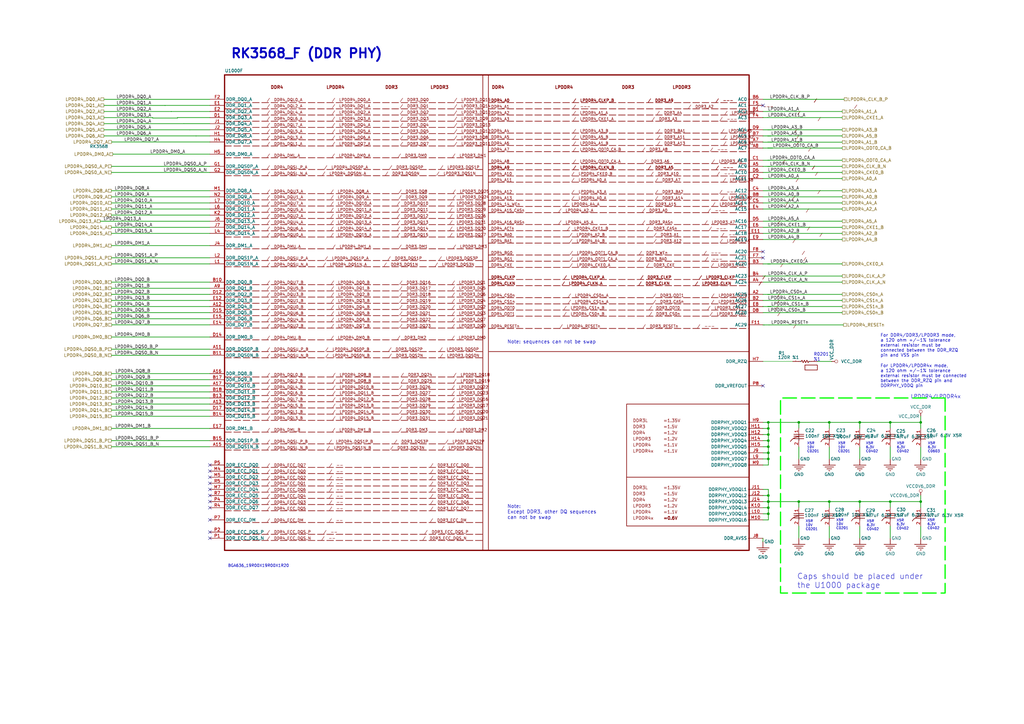
<source format=kicad_sch>
(kicad_sch (version 20230819) (generator eeschema)
  (paper "A3")
  (lib_symbols
    (symbol "cm3568 LPDDR4-altium-import:GND" (power)
      (property "Reference" "#PWR" (at 0 0 0))
      (property "Value" "GND" (at 0 6.35 0))
      (symbol "GND_0_0"
        (pin power_in line (at 0 0 0) (length 0) (name "GND") (number ""))
      )
    )
    (symbol "cm3568 LPDDR4-altium-import:VCC0V6_DDR" (power)
      (property "Reference" "#PWR" (at 0 0 0))
      (property "Value" "VCC0V6_DDR" (at 0 3.81 0))
      (symbol "VCC0V6_DDR_0_0"
        (pin power_in line (at 0 0 0) (length 0) (name "VCC0V6_DDR") (number ""))
      )
    )
    (symbol "cm3568 LPDDR4-altium-import:VCC_DDR" (power)
      (property "Reference" "#PWR" (at 0 0 0))
      (property "Value" "VCC_DDR" (at 0 3.81 0))
      (symbol "VCC_DDR_0_0"
        (pin power_in line (at 0 0 0) (length 0) (name "VCC_DDR") (number ""))
      )
    )
    (symbol "cm3568 LPDDR4-altium-import:root_0_R0201_120R"
      (symbol "root_0_R0201_120R_1_0"
        (pin passive line (at -5.04 -0.04 0) (length 2.54) (name "1") (number "1"))
        (pin passive line (at 5.12 -0.04 180) (length 2.54) (name "2") (number "2"))
      )
    )
    (symbol "cm3568 LPDDR4-altium-import:root_0_RK3568"
      (property "Reference" "U13" (at -65.254 58.89 0))
      (property "Value" "RK3568" (at -65.254 -10.04 0))
      (symbol "root_0_RK3568_1_0"
        (pin passive line (at 17.92 47.5 180) (length 8) (name "VDD_CPU_1") (number "J15"))
        (pin passive line (at 17.92 45 180) (length 8) (name "VDD_CPU_2") (number "K15"))
        (pin passive line (at 17.92 42.5 180) (length 8) (name "VDD_CPU_3") (number "K16"))
        (pin passive line (at 17.92 40 180) (length 8) (name "VDD_CPU_4") (number "K17"))
        (pin passive line (at 17.92 37.5 180) (length 8) (name "VDD_CPU_5") (number "K18"))
        (pin passive line (at 17.92 10 180) (length 8) (name "VDD_LOGIC_1") (number "L12"))
        (pin passive line (at 17.92 35 180) (length 8) (name "VDD_CPU_6") (number "L15"))
        (pin passive line (at 17.92 32.5 180) (length 8) (name "VDD_CPU_7") (number "L16"))
        (pin passive line (at 17.92 30 180) (length 8) (name "VDD_CPU_8") (number "L17"))
        (pin passive line (at 17.92 27.5 180) (length 8) (name "VDD_CPU_9") (number "L18"))
        (pin passive line (at 17.92 7.5 180) (length 8) (name "VDD_LOGIC_2") (number "M12"))
        (pin passive line (at 17.92 17.5 180) (length 8) (name "VDD_CPU_COM") (number "M15"))
        (pin passive line (at 17.92 25 180) (length 8) (name "VDD_CPU_10") (number "M17"))
        (pin passive line (at 17.92 -37.5 180) (length 8) (name "VDD_NPU_1") (number "M19"))
        (pin passive line (at 17.92 5 180) (length 8) (name "VDD_LOGIC_3") (number "N13"))
        (pin passive line (at 17.92 2.5 180) (length 8) (name "VDD_LOGIC_4") (number "N16"))
        (pin passive line (at 17.92 -40 180) (length 8) (name "VDD_NPU_2") (number "N19"))
        (pin passive line (at 17.92 0 180) (length 8) (name "VDD_LOGIC_5") (number "P13"))
        (pin passive line (at 17.92 -2.5 180) (length 8) (name "VDD_LOGIC_6") (number "P16"))
        (pin passive line (at 17.92 -42.5 180) (length 8) (name "VDD_NPU_3") (number "P18"))
        (pin passive line (at 17.92 -45 180) (length 8) (name "VDD_NPU_4") (number "P19"))
        (pin passive line (at 17.92 -47.5 180) (length 8) (name "VDD_NPU_5") (number "P20"))
        (pin passive line (at 17.92 -5 180) (length 8) (name "VDD_LOGIC_7") (number "R12"))
        (pin passive line (at 17.92 -20 180) (length 8) (name "VDD_GPU_1") (number "R13"))
        (pin passive line (at 17.92 -7.5 180) (length 8) (name "VDD_LOGIC_8") (number "R16"))
        (pin passive line (at 17.92 -10 180) (length 8) (name "VDD_LOGIC_9") (number "T12"))
        (pin passive line (at 17.92 -22.5 180) (length 8) (name "VDD_GPU_2") (number "T13"))
        (pin passive line (at 17.92 -12.5 180) (length 8) (name "VDD_LOGIC_10") (number "T16"))
        (pin passive line (at 17.92 -25 180) (length 8) (name "VDD_GPU_3") (number "U11"))
        (pin passive line (at 17.92 -27.5 180) (length 8) (name "VDD_GPU_4") (number "U12"))
        (pin passive line (at 17.92 -30 180) (length 8) (name "VDD_GPU_5") (number "U13"))
      )
      (symbol "root_0_RK3568_2_0"
        (pin passive line (at 17.92 77.5 180) (length 8) (name "VSS_1") (number "A1"))
        (pin passive line (at 17.92 70 180) (length 8) (name "VSS_4") (number "A10"))
        (pin passive line (at 17.92 67.5 180) (length 8) (name "VSS_5") (number "A14"))
        (pin passive line (at 17.92 65 180) (length 8) (name "VSS_6") (number "A18"))
        (pin passive line (at 17.92 62.5 180) (length 8) (name "VSS_7") (number "A28"))
        (pin passive line (at 17.92 75 180) (length 8) (name "VSS_2") (number "A3"))
        (pin passive line (at 17.92 72.5 180) (length 8) (name "VSS_3") (number "A6"))
        (pin passive line (at 17.92 55 180) (length 8) (name "VSS_10") (number "B12"))
        (pin passive line (at 17.92 52.5 180) (length 8) (name "VSS_11") (number "B16"))
        (pin passive line (at 17.92 50 180) (length 8) (name "VSS_12") (number "B23"))
        (pin passive line (at 17.92 47.5 180) (length 8) (name "VSS_13") (number "B26"))
        (pin passive line (at 17.92 60 180) (length 8) (name "VSS_8") (number "B5"))
        (pin passive line (at 17.92 57.5 180) (length 8) (name "VSS_9") (number "B9"))
        (pin passive line (at 17.92 35 180) (length 8) (name "VSS_18") (number "C11"))
        (pin passive line (at 17.92 32.5 180) (length 8) (name "VSS_19") (number "C12"))
        (pin passive line (at 17.92 30 180) (length 8) (name "VSS_20") (number "C14"))
        (pin passive line (at 17.92 27.5 180) (length 8) (name "VSS_21") (number "C15"))
        (pin passive line (at 17.92 25 180) (length 8) (name "VSS_22") (number "C17"))
        (pin passive line (at 17.92 22.5 180) (length 8) (name "VSS_23") (number "C18"))
        (pin passive line (at 17.92 20 180) (length 8) (name "VSS_24") (number "C25"))
        (pin passive line (at 17.92 45 180) (length 8) (name "VSS_14") (number "C3"))
        (pin passive line (at 17.92 42.5 180) (length 8) (name "VSS_15") (number "C6"))
        (pin passive line (at 17.92 40 180) (length 8) (name "VSS_16") (number "C8"))
        (pin passive line (at 17.92 37.5 180) (length 8) (name "VSS_17") (number "C9"))
        (pin passive line (at 17.92 15 180) (length 8) (name "VSS_26") (number "D11"))
        (pin passive line (at 17.92 17.5 180) (length 8) (name "VSS_25") (number "D2"))
        (pin passive line (at 17.92 10 180) (length 8) (name "VSS_28") (number "D28"))
        (pin passive line (at 17.92 12.5 180) (length 8) (name "VSS_27") (number "D3"))
        (pin passive line (at 17.92 7.5 180) (length 8) (name "VSS_29") (number "E3"))
        (pin passive line (at 17.92 5 180) (length 8) (name "VSS_30") (number "E7"))
        (pin passive line (at 17.92 2.5 180) (length 8) (name "VSS_31") (number "F1"))
        (pin passive line (at 17.92 -5 180) (length 8) (name "VSS_34") (number "F12"))
        (pin passive line (at 17.92 -7.5 180) (length 8) (name "VSS_35") (number "F14"))
        (pin passive line (at 17.92 -10 180) (length 8) (name "VSS_36") (number "F15"))
        (pin passive line (at 17.92 -12.5 180) (length 8) (name "VSS_37") (number "F17"))
        (pin passive line (at 17.92 0 180) (length 8) (name "VSS_32") (number "F3"))
        (pin passive line (at 17.92 -2.5 180) (length 8) (name "VSS_33") (number "F9"))
        (pin passive line (at 17.92 -25 180) (length 8) (name "VSS_42") (number "G11"))
        (pin passive line (at 17.92 -27.5 180) (length 8) (name "VSS_43") (number "G12"))
        (pin passive line (at 17.92 -30 180) (length 8) (name "VSS_44") (number "G14"))
        (pin passive line (at 17.92 -32.5 180) (length 8) (name "VSS_45") (number "G15"))
        (pin passive line (at 17.92 -35 180) (length 8) (name "VSS_46") (number "G17"))
        (pin passive line (at 17.92 -37.5 180) (length 8) (name "VSS_47") (number "G18"))
        (pin passive line (at 17.92 -40 180) (length 8) (name "VSS_48") (number "G24"))
        (pin passive line (at 17.92 -15 180) (length 8) (name "VSS_38") (number "G5"))
        (pin passive line (at 17.92 -17.5 180) (length 8) (name "VSS_39") (number "G6"))
        (pin passive line (at 17.92 -20 180) (length 8) (name "VSS_40") (number "G8"))
        (pin passive line (at 17.92 -22.5 180) (length 8) (name "VSS_41") (number "G9"))
        (pin passive line (at 17.92 -42.5 180) (length 8) (name "VSS_49") (number "H2"))
        (pin passive line (at 17.92 -45 180) (length 8) (name "VSS_50") (number "H3"))
        (pin passive line (at 17.92 -47.5 180) (length 8) (name "VSS_51") (number "H6"))
        (pin passive line (at 17.92 -55 180) (length 8) (name "VSS_54") (number "J17"))
        (pin passive line (at 17.92 -57.5 180) (length 8) (name "VSS_55") (number "J18"))
        (pin passive line (at 17.92 -60 180) (length 8) (name "VSS_56") (number "J20"))
        (pin passive line (at 17.92 -62.5 180) (length 8) (name "VSS_57") (number "J22"))
        (pin passive line (at 17.92 -65 180) (length 8) (name "VSS_58") (number "J26"))
        (pin passive line (at 17.92 -50 180) (length 8) (name "VSS_52") (number "J3"))
        (pin passive line (at 17.92 -52.5 180) (length 8) (name "VSS_53") (number "J5"))
        (pin passive line (at 17.92 -67.5 180) (length 8) (name "VSS_59") (number "K1"))
        (pin passive line (at 17.92 -70 180) (length 8) (name "VSS_60") (number "K11"))
        (pin passive line (at 17.92 -72.5 180) (length 8) (name "VSS_61") (number "K12"))
        (pin passive line (at 17.92 -75 180) (length 8) (name "VSS_62") (number "K13"))
        (pin passive line (at 17.92 -77.5 180) (length 8) (name "VSS_63") (number "K14"))
        (pin passive line (at 17.92 -80 180) (length 8) (name "VSS_64") (number "K19"))
        (pin passive line (at 17.92 -82.5 180) (length 8) (name "VSS_65") (number "L3"))
      )
      (symbol "root_0_RK3568_3_0"
        (pin passive line (at 15.42 72.5 180) (length 8) (name "VSS_68") (number "L11"))
        (pin passive line (at 15.42 70 180) (length 8) (name "VSS_69") (number "L13"))
        (pin passive line (at 15.42 67.5 180) (length 8) (name "VSS_70") (number "L14"))
        (pin passive line (at 15.42 65 180) (length 8) (name "VSS_71") (number "L19"))
        (pin passive line (at 15.42 62.5 180) (length 8) (name "VSS_72") (number "L20"))
        (pin passive line (at 15.42 60 180) (length 8) (name "VSS_73") (number "L21"))
        (pin passive line (at 15.42 77.5 180) (length 8) (name "VSS_66") (number "L5"))
        (pin passive line (at 15.42 75 180) (length 8) (name "VSS_67") (number "L8"))
        (pin passive line (at 15.42 47.5 180) (length 8) (name "VSS_78") (number "M11"))
        (pin passive line (at 15.42 45 180) (length 8) (name "VSS_79") (number "M13"))
        (pin passive line (at 15.42 42.5 180) (length 8) (name "VSS_80") (number "M14"))
        (pin passive line (at 15.42 40 180) (length 8) (name "VSS_81") (number "M16"))
        (pin passive line (at 15.42 37.5 180) (length 8) (name "VSS_82") (number "M18"))
        (pin passive line (at 15.42 57.5 180) (length 8) (name "VSS_74") (number "M2"))
        (pin passive line (at 15.42 55 180) (length 8) (name "VSS_75") (number "M3"))
        (pin passive line (at 15.42 52.5 180) (length 8) (name "VSS_76") (number "M6"))
        (pin passive line (at 15.42 50 180) (length 8) (name "VSS_77") (number "M8"))
        (pin passive line (at 15.42 35 180) (length 8) (name "VSS_83") (number "N1"))
        (pin passive line (at 15.42 32.5 180) (length 8) (name "VSS_84") (number "N12"))
        (pin passive line (at 15.42 30 180) (length 8) (name "VSS_85") (number "N14"))
        (pin passive line (at 15.42 27.5 180) (length 8) (name "VSS_86") (number "N15"))
        (pin passive line (at 15.42 25 180) (length 8) (name "VSS_87") (number "N17"))
        (pin passive line (at 15.42 22.5 180) (length 8) (name "VSS_88") (number "N18"))
        (pin passive line (at 15.42 15 180) (length 8) (name "VSS_91") (number "P12"))
        (pin passive line (at 15.42 12.5 180) (length 8) (name "VSS_92") (number "P14"))
        (pin passive line (at 15.42 10 180) (length 8) (name "VSS_93") (number "P15"))
        (pin passive line (at 15.42 7.5 180) (length 8) (name "VSS_94") (number "P17"))
        (pin passive line (at 15.42 20 180) (length 8) (name "VSS_89") (number "P3"))
        (pin passive line (at 15.42 17.5 180) (length 8) (name "VSS_90") (number "P6"))
        (pin passive line (at 15.42 0 180) (length 8) (name "VSS_97") (number "R10"))
        (pin passive line (at 15.42 -2.5 180) (length 8) (name "VSS_98") (number "R11"))
        (pin passive line (at 15.42 -5 180) (length 8) (name "VSS_99") (number "R14"))
        (pin passive line (at 15.42 -7.5 180) (length 8) (name "VSS_100") (number "R15"))
        (pin passive line (at 15.42 -10 180) (length 8) (name "VSS_101") (number "R17"))
        (pin passive line (at 15.42 -12.5 180) (length 8) (name "VSS_102") (number "R18"))
        (pin passive line (at 15.42 -15 180) (length 8) (name "VSS_103") (number "R19"))
        (pin passive line (at 15.42 5 180) (length 8) (name "VSS_95") (number "R3"))
        (pin passive line (at 15.42 2.5 180) (length 8) (name "VSS_96") (number "R6"))
        (pin passive line (at 15.42 -17.5 180) (length 8) (name "VSS_104") (number "T10"))
        (pin passive line (at 15.42 -20 180) (length 8) (name "VSS_105") (number "T11"))
        (pin passive line (at 15.42 -22.5 180) (length 8) (name "VSS_106") (number "T14"))
        (pin passive line (at 15.42 -25 180) (length 8) (name "VSS_107") (number "T15"))
        (pin passive line (at 15.42 -27.5 180) (length 8) (name "VSS_108") (number "T17"))
        (pin passive line (at 15.42 -30 180) (length 8) (name "VSS_109") (number "T18"))
        (pin passive line (at 15.42 -32.5 180) (length 8) (name "VSS_110") (number "T19"))
        (pin passive line (at 15.42 -35 180) (length 8) (name "VSS_111") (number "U1"))
        (pin passive line (at 15.42 -45 180) (length 8) (name "VSS_115") (number "U10"))
        (pin passive line (at 15.42 -47.5 180) (length 8) (name "VSS_116") (number "U14"))
        (pin passive line (at 15.42 -50 180) (length 8) (name "VSS_117") (number "U15"))
        (pin passive line (at 15.42 -52.5 180) (length 8) (name "VSS_118") (number "U16"))
        (pin passive line (at 15.42 -55 180) (length 8) (name "VSS_119") (number "U17"))
        (pin passive line (at 15.42 -57.5 180) (length 8) (name "VSS_120") (number "U18"))
        (pin passive line (at 15.42 -37.5 180) (length 8) (name "VSS_112") (number "U6"))
        (pin passive line (at 15.42 -40 180) (length 8) (name "VSS_113") (number "U7"))
        (pin passive line (at 15.42 -42.5 180) (length 8) (name "VSS_114") (number "U8"))
        (pin passive line (at 15.42 -67.5 180) (length 8) (name "VSS_124") (number "V13"))
        (pin passive line (at 15.42 -60 180) (length 8) (name "VSS_121") (number "V3"))
        (pin passive line (at 15.42 -62.5 180) (length 8) (name "VSS_122") (number "V8"))
        (pin passive line (at 15.42 -65 180) (length 8) (name "VSS_123") (number "V9"))
        (pin passive line (at 15.42 -70 180) (length 8) (name "VSS_125") (number "W10"))
        (pin passive line (at 15.42 -72.5 180) (length 8) (name "VSS_126") (number "W11"))
        (pin passive line (at 15.42 -75 180) (length 8) (name "VSS_127") (number "W12"))
        (pin passive line (at 15.42 -77.5 180) (length 8) (name "VSS_128") (number "W13"))
        (pin passive line (at 15.42 -80 180) (length 8) (name "VSS_129") (number "Y8"))
        (pin passive line (at 15.42 -82.5 180) (length 8) (name "VSS_130") (number "Y9"))
      )
      (symbol "root_0_RK3568_4_0"
        (pin passive line (at 15 7.5 180) (length 8) (name "VSS_135") (number "AA23"))
        (pin passive line (at 15 12.5 180) (length 8) (name "VSS_133") (number "AA4"))
        (pin passive line (at 15 10 180) (length 8) (name "VSS_134") (number "AA9"))
        (pin passive line (at 15 5 180) (length 8) (name "VSS_136") (number "AB2"))
        (pin passive line (at 15 2.5 180) (length 8) (name "VSS_137") (number "AB6"))
        (pin passive line (at 15 0 180) (length 8) (name "VSS_138") (number "AD3"))
        (pin passive line (at 15 -5 180) (length 8) (name "VSS_140") (number "AE21"))
        (pin passive line (at 15 -2.5 180) (length 8) (name "VSS_139") (number "AE6"))
        (pin passive line (at 15 -10 180) (length 8) (name "VSS_142") (number "AF26"))
        (pin passive line (at 15 -7.5 180) (length 8) (name "VSS_141") (number "AF3"))
        (pin passive line (at 15 -12.5 180) (length 8) (name "VSS_143") (number "AG5"))
        (pin passive line (at 15 -15 180) (length 8) (name "VSS_144") (number "AH1"))
        (pin passive line (at 15 -20 180) (length 8) (name "VSS_146") (number "AH28"))
        (pin passive line (at 15 -17.5 180) (length 8) (name "VSS_145") (number "AH8"))
        (pin passive line (at 15 17.5 180) (length 8) (name "VSS_131") (number "Y11"))
        (pin passive line (at 15 15 180) (length 8) (name "VSS_132") (number "Y12"))
      )
      (symbol "root_0_RK3568_5_0"
        (pin passive line (at 17.5 15 180) (length 8) (name "AVSS_24") (number "AA12"))
        (pin passive line (at 17.5 12.5 180) (length 8) (name "AVSS_25") (number "AA14"))
        (pin passive line (at 17.5 10 180) (length 8) (name "AVSS_26") (number "AA15"))
        (pin passive line (at 17.5 7.5 180) (length 8) (name "AVSS_27") (number "AA17"))
        (pin passive line (at 17.5 5 180) (length 8) (name "AVSS_28") (number "AA24"))
        (pin passive line (at 17.5 2.5 180) (length 8) (name "AVSS_29") (number "AA26"))
        (pin passive line (at 17.5 0 180) (length 8) (name "AVSS_30") (number "AB11"))
        (pin passive line (at 17.5 -2.5 180) (length 8) (name "AVSS_31") (number "AB12"))
        (pin passive line (at 17.5 -5 180) (length 8) (name "AVSS_32") (number "AB14"))
        (pin passive line (at 17.5 -7.5 180) (length 8) (name "AVSS_33") (number "AB15"))
        (pin passive line (at 17.5 -10 180) (length 8) (name "AVSS_34") (number "AB17"))
        (pin passive line (at 17.5 -15 180) (length 8) (name "AVSS_36") (number "AC11"))
        (pin passive line (at 17.5 -17.5 180) (length 8) (name "AVSS_37") (number "AC12"))
        (pin passive line (at 17.5 -20 180) (length 8) (name "AVSS_38") (number "AC15"))
        (pin passive line (at 17.5 -22.5 180) (length 8) (name "AVSS_39") (number "AC18"))
        (pin passive line (at 17.5 -25 180) (length 8) (name "AVSS_40") (number "AC25"))
        (pin passive line (at 17.5 -27.5 180) (length 8) (name "AVSS_41") (number "AC26"))
        (pin passive line (at 17.5 -12.5 180) (length 8) (name "AVSS_35") (number "AC9"))
        (pin passive line (at 17.5 -30 180) (length 8) (name "AVSS_42") (number "AD26"))
        (pin passive line (at 17.5 -32.5 180) (length 8) (name "AVSS_43") (number "AE14"))
        (pin passive line (at 17.5 -35 180) (length 8) (name "AVSS_44") (number "AE17"))
        (pin passive line (at 17.5 -37.5 180) (length 8) (name "AVSS_45") (number "AE20"))
        (pin passive line (at 17.5 -40 180) (length 8) (name "AVSS_46") (number "AE27"))
        (pin passive line (at 17.5 -42.5 180) (length 8) (name "AVSS_47") (number "AE28"))
        (pin passive line (at 17.5 -47.5 180) (length 8) (name "AVSS_49") (number "AF11"))
        (pin passive line (at 17.5 -50 180) (length 8) (name "AVSS_50") (number "AF12"))
        (pin passive line (at 17.5 -52.5 180) (length 8) (name "AVSS_51") (number "AF14"))
        (pin passive line (at 17.5 -55 180) (length 8) (name "AVSS_52") (number "AF15"))
        (pin passive line (at 17.5 -57.5 180) (length 8) (name "AVSS_53") (number "AF17"))
        (pin passive line (at 17.5 -60 180) (length 8) (name "AVSS_54") (number "AF18"))
        (pin passive line (at 17.5 -62.5 180) (length 8) (name "AVSS_55") (number "AF20"))
        (pin passive line (at 17.5 -65 180) (length 8) (name "AVSS_56") (number "AF21"))
        (pin passive line (at 17.5 -45 180) (length 8) (name "AVSS_48") (number "AF9"))
        (pin passive line (at 17.5 -67.5 180) (length 8) (name "AVSS_57") (number "AG18"))
        (pin passive line (at 17.5 -70 180) (length 8) (name "AVSS_58") (number "AH18"))
        (pin passive line (at 17.5 -72.5 180) (length 8) (name "AVSS_59") (number "AH23"))
        (pin passive line (at 17.5 72.5 180) (length 8) (name "AVSS_1") (number "J27"))
        (pin passive line (at 17.5 70 180) (length 8) (name "AVSS_2") (number "L24"))
        (pin passive line (at 17.5 67.5 180) (length 8) (name "AVSS_3") (number "L26"))
        (pin passive line (at 17.5 65 180) (length 8) (name "AVSS_4") (number "M21"))
        (pin passive line (at 17.5 62.5 180) (length 8) (name "AVSS_5") (number "M26"))
        (pin passive line (at 17.5 60 180) (length 8) (name "AVSS_6") (number "N28"))
        (pin passive line (at 17.5 57.5 180) (length 8) (name "AVSS_7") (number "P21"))
        (pin passive line (at 17.5 55 180) (length 8) (name "AVSS_8") (number "P26"))
        (pin passive line (at 17.5 52.5 180) (length 8) (name "AVSS_9") (number "R23"))
        (pin passive line (at 17.5 50 180) (length 8) (name "AVSS_10") (number "R26"))
        (pin passive line (at 17.5 47.5 180) (length 8) (name "AVSS_11") (number "U23"))
        (pin passive line (at 17.5 45 180) (length 8) (name "AVSS_12") (number "U26"))
        (pin passive line (at 17.5 42.5 180) (length 8) (name "AVSS_13") (number "V14"))
        (pin passive line (at 17.5 40 180) (length 8) (name "AVSS_14") (number "V15"))
        (pin passive line (at 17.5 37.5 180) (length 8) (name "AVSS_15") (number "V16"))
        (pin passive line (at 17.5 35 180) (length 8) (name "AVSS_16") (number "V22"))
        (pin passive line (at 17.5 32.5 180) (length 8) (name "AVSS_17") (number "V23"))
        (pin passive line (at 17.5 30 180) (length 8) (name "AVSS_18") (number "V26"))
        (pin passive line (at 17.5 27.5 180) (length 8) (name "AVSS_19") (number "W17"))
        (pin passive line (at 17.5 25 180) (length 8) (name "AVSS_20") (number "Y18"))
        (pin passive line (at 17.5 22.5 180) (length 8) (name "AVSS_21") (number "Y23"))
        (pin passive line (at 17.5 20 180) (length 8) (name "AVSS_22") (number "Y24"))
        (pin passive line (at 17.5 17.5 180) (length 8) (name "AVSS_23") (number "Y26"))
      )
      (symbol "root_0_RK3568_6_0"
        (text "/  DDR4_DML_A               /  LPDDR4_DM0_A             /  DDR3_DM0            /  LPDDR3_DM1" (at 7.366 -13.716 0) (effects (font (size 1.143 1.143)) (justify left bottom)))
        (text "/  DDR4_DML_B               /  LPDDR4_DM1_B             /  DDR3_DM3            /  LPDDR3_DM2" (at 7.366 -126.238 0) (effects (font (size 1.143 1.143)) (justify left bottom)))
        (text "/  DDR4_DMU_A               /  LPDDR4_DM1_A             /  DDR3_DM1            /  LPDDR3_DM3" (at 7.366 -51.054 0) (effects (font (size 1.143 1.143)) (justify left bottom)))
        (text "/  DDR4_DMU_B              /  LPDDR4_DM0_B             /  DDR3_DM2            /  LPDDR3_DM0" (at 7.366 -88.392 0) (effects (font (size 1.143 1.143)) (justify left bottom)))
        (text "/  DDR4_DQL0_A              /  LPDDR4_DQ0_A              /  DDR3_DQ0            /  LPDDR3_DQ15" (at 7.366 9.144 0) (effects (font (size 1.143 1.143)) (justify left bottom)))
        (text "/  DDR4_DQL0_B              /  LPDDR4_DQ8_B              /  DDR3_DQ24          /  LPDDR3_DQ18" (at 7.366 -103.632 0) (effects (font (size 1.143 1.143)) (justify left bottom)))
        (text "/  DDR4_DQL1_A              /  LPDDR4_DQ7_A              /  DDR3_DQ7            /  LPDDR3_DQ11" (at 7.366 -8.89 0) (effects (font (size 1.143 1.143)) (justify left bottom)))
        (text "/  DDR4_DQL1_B              /  LPDDR4_DQ14_B            /  DDR3_DQ30          /  LPDDR3_DQ20" (at 7.366 -118.836 0) (effects (font (size 1.143 1.143)) (justify left bottom)))
        (text "/  DDR4_DQL2_A              /  LPDDR4_DQ1_A              /  DDR3_DQ1            /  LPDDR3_DQ14" (at 7.366 6.568 0) (effects (font (size 1.143 1.143)) (justify left bottom)))
        (text "/  DDR4_DQL2_B              /  LPDDR4_DQ8_B              /  DDR3_DQ25          /  LPDDR3_DQ19" (at 7.366 -106.172 0) (effects (font (size 1.143 1.143)) (justify left bottom)))
        (text "/  DDR4_DQL3_A              /  LPDDR4_DQ6_A              /  DDR3_DQ6            /  LPDDR3_DQ8" (at 7.366 -6.314 0) (effects (font (size 1.143 1.143)) (justify left bottom)))
        (text "/  DDR4_DQL3_B              /  LPDDR4_DQ15_B            /  DDR3_DQ31          /  LPDDR3_DQ21" (at 7.366 -121.412 0) (effects (font (size 1.143 1.143)) (justify left bottom)))
        (text "/  DDR4_DQL4_A              /  LPDDR4_DQ2_A              /  DDR3_DQ2            /  LPDDR3_DQ10" (at 7.366 3.991 0) (effects (font (size 1.143 1.143)) (justify left bottom)))
        (text "/  DDR4_DQL4_B              /  LPDDR4_DQ10_B            /  DDR3_DQ26          /  LPDDR3_DQ22" (at 7.366 -108.712 0) (effects (font (size 1.143 1.143)) (justify left bottom)))
        (text "/  DDR4_DQL5_A              /  LPDDR4_DQ5_A              /  DDR3_DQ5            /  LPDDR3_DQ12" (at 7.366 -3.737 0) (effects (font (size 1.143 1.143)) (justify left bottom)))
        (text "/  DDR4_DQL5_B              /  LPDDR4_DQ13_B            /  DDR3_DQ29          /  LPDDR3_DQ17" (at 7.366 -116.259 0) (effects (font (size 1.143 1.143)) (justify left bottom)))
        (text "/  DDR4_DQL6_A              /  LPDDR4_DQ3_A              /  DDR3_DQ3            /  LPDDR3_DQ9" (at 7.366 1.415 0) (effects (font (size 1.143 1.143)) (justify left bottom)))
        (text "/  DDR4_DQL6_B              /  LPDDR4_DQ11_B            /  DDR3_DQ27          /  LPDDR3_DQ23" (at 7.366 -111.107 0) (effects (font (size 1.143 1.143)) (justify left bottom)))
        (text "/  DDR4_DQL7_A              /  LPDDR4_DQ4_A              /  DDR3_DQ4            /  LPDDR3_DQ13" (at 7.366 -1.161 0) (effects (font (size 1.143 1.143)) (justify left bottom)))
        (text "/  DDR4_DQL7_B              /  LPDDR4_DQ12_B            /  DDR3_DQ28          /  LPDDR3_DQ16" (at 7.366 -113.683 0) (effects (font (size 1.143 1.143)) (justify left bottom)))
        (text "/  DDR4_DQSL_N_A       /  LPDDR4_DQS0N_A         /  DDR3_DQS0N        /  LPDDR3_DQS1N" (at 7.366 -21.082 0) (effects (font (size 1.143 1.143)) (justify left bottom)))
        (text "/  DDR4_DQSL_N_B         /  LPDDR4_DQS1N_B         /  DDR3_DQS3N        /  LPDDR3_DQS2N" (at 7.366 -133.604 0) (effects (font (size 1.143 1.143)) (justify left bottom)))
        (text "/  DDR4_DQSL_P_A        /  LPDDR4_DQS0P_A          /  DDR3_DQS0P        /  LPDDR3_DQS1P" (at 7.366 -18.506 0) (effects (font (size 1.143 1.143)) (justify left bottom)))
        (text "/  DDR4_DQSL_P_B          /  LPDDR4_DQS1P_B          /  DDR3_DQS3P        /  LPDDR3_DQS2P" (at 7.366 -131.028 0) (effects (font (size 1.143 1.143)) (justify left bottom)))
        (text "/  DDR4_DQSU_N_A       /  LPDDR4_DQS1N_A        /  DDR3_DQS1N        /  LPDDR3_DQS3N" (at 7.366 -58.42 0) (effects (font (size 1.143 1.143)) (justify left bottom)))
        (text "/  DDR4_DQSU_N_B        /  LPDDR4_DQS0N_B         /  DDR3_DQS2N        /  LPDDR3_DQS0N" (at 7.366 -95.758 0) (effects (font (size 1.143 1.143)) (justify left bottom)))
        (text "/  DDR4_DQSU_P_A        /  LPDDR4_DQS1P_A         /  DDR3_DQS1P        /  LPDDR3_DQS3P" (at 7.366 -55.844 0) (effects (font (size 1.143 1.143)) (justify left bottom)))
        (text "/  DDR4_DQSU_P_B        /  LPDDR4_DQS0P_B         /  DDR3_DQS2P        /  LPDDR3_DQS0P" (at 7.366 -93.182 0) (effects (font (size 1.143 1.143)) (justify left bottom)))
        (text "/  DDR4_DQU0_A             /  LPDDR4_DQ15_A            /  DDR3_DQ15          /  LPDDR3_DQ27" (at 7.366 -46.228 0) (effects (font (size 1.143 1.143)) (justify left bottom)))
        (text "/  DDR4_DQU0_B             /  LPDDR4_DQ4_B              /  DDR3_DQ20          /  LPDDR3_DQ2" (at 7.366 -75.837 0) (effects (font (size 1.143 1.143)) (justify left bottom)))
        (text "/  DDR4_DQU1_A             /  LPDDR4_DQ9_A              /  DDR3_DQ9            /  LPDDR3_DQ24" (at 7.366 -30.77 0) (effects (font (size 1.143 1.143)) (justify left bottom)))
        (text "/  DDR4_DQU1_B             /  LPDDR4_DQ3_B              /  DDR3_DQ19          /  LPDDR3_DQ4" (at 7.366 -73.261 0) (effects (font (size 1.143 1.143)) (justify left bottom)))
        (text "/  DDR4_DQU2_A             /  LPDDR4_DQ12_A            /  DDR3_DQ12          /  LPDDR3_DQ26" (at 7.366 -38.499 0) (effects (font (size 1.143 1.143)) (justify left bottom)))
        (text "/  DDR4_DQU2_B             /  LPDDR4_DQ7_B              /  DDR3_DQ23          /  LPDDR3_DQ0" (at 7.366 -83.566 0) (effects (font (size 1.143 1.143)) (justify left bottom)))
        (text "/  DDR4_DQU3_A             /  LPDDR4_DQ8_A              /  DDR3_DQ8            /  LPDDR3_DQ25" (at 7.366 -28.448 0) (effects (font (size 1.143 1.143)) (justify left bottom)))
        (text "/  DDR4_DQU3_B             /  LPDDR4_DQ2_B              /  DDR3_DQ18          /  LPDDR3_DQ6" (at 7.366 -70.685 0) (effects (font (size 1.143 1.143)) (justify left bottom)))
        (text "/  DDR4_DQU4_A             /  LPDDR4_DQ13_A            /  DDR3_DQ13          /  LPDDR3_DQ31" (at 7.366 -41.075 0) (effects (font (size 1.143 1.143)) (justify left bottom)))
        (text "/  DDR4_DQU4_B             /  LPDDR4_DQ6_B              /  DDR3_DQ22          /  LPDDR3_DQ7" (at 7.366 -80.99 0) (effects (font (size 1.143 1.143)) (justify left bottom)))
        (text "/  DDR4_DQU5_A             /  LPDDR4_DQ11_A            /  DDR3_DQ11          /  LPDDR3_DQ29" (at 7.366 -35.923 0) (effects (font (size 1.143 1.143)) (justify left bottom)))
        (text "/  DDR4_DQU5_B             /  LPDDR4_DQ1_B              /  DDR3_DQ17          /  LPDDR3_DQ5" (at 7.366 -68.108 0) (effects (font (size 1.143 1.143)) (justify left bottom)))
        (text "/  DDR4_DQU6_A             /  LPDDR4_DQ14_A            /  DDR3_DQ14          /  LPDDR3_DQ30" (at 7.366 -43.652 0) (effects (font (size 1.143 1.143)) (justify left bottom)))
        (text "/  DDR4_DQU6_B             /  LPDDR4_DQ5_B              /  DDR3_DQ21          /  LPDDR3_DQ3" (at 7.366 -78.413 0) (effects (font (size 1.143 1.143)) (justify left bottom)))
        (text "/  DDR4_DQU7_A             /  LPDDR4_DQ10_A            /  DDR3_DQ10          /  LPDDR3_DQ28" (at 7.366 -33.347 0) (effects (font (size 1.143 1.143)) (justify left bottom)))
        (text "/  DDR4_DQU7_B             /  LPDDR4_DQ0_B              /  DDR3_DQ16          /  LPDDR3_DQ1" (at 7.366 -65.786 0) (effects (font (size 1.143 1.143)) (justify left bottom)))
        (text "/  DDR4_ECC_DM            /  --                                         /  DDR3_ECC_DM" (at 7.366 -163.322 0) (effects (font (size 1.143 1.143)) (justify left bottom)))
        (text "/  DDR4_ECC_DQ0           /  --                                         /  DDR3_ECC_DQ1" (at 7.366 -143.256 0) (effects (font (size 1.143 1.143)) (justify left bottom)))
        (text "/  DDR4_ECC_DQ1           /  --                                         /  DDR3_ECC_DQ3" (at 7.366 -148.191 0) (effects (font (size 1.143 1.143)) (justify left bottom)))
        (text "/  DDR4_ECC_DQ2           /  --                                         /  DDR3_ECC_DQ2" (at 7.366 -145.796 0) (effects (font (size 1.143 1.143)) (justify left bottom)))
        (text "/  DDR4_ECC_DQ3           /  --                                         /  DDR3_ECC_DQ6" (at 7.366 -155.92 0) (effects (font (size 1.143 1.143)) (justify left bottom)))
        (text "/  DDR4_ECC_DQ4           /  --                                         /  DDR3_ECC_DQ5" (at 7.366 -153.343 0) (effects (font (size 1.143 1.143)) (justify left bottom)))
        (text "/  DDR4_ECC_DQ5           /  --                                         /  DDR3_ECC_DQ7" (at 7.366 -158.496 0) (effects (font (size 1.143 1.143)) (justify left bottom)))
        (text "/  DDR4_ECC_DQ6           /  --                                         /  DDR3_ECC_DQ4" (at 7.366 -150.767 0) (effects (font (size 1.143 1.143)) (justify left bottom)))
        (text "/  DDR4_ECC_DQ7           /  --                                         /  DDR3_ECC_DQ0" (at 7.366 -140.716 0) (effects (font (size 1.143 1.143)) (justify left bottom)))
        (text "/  DDR4_ECC_DQS_N     /  --                                         /  DDR3_ECC_DQS_N" (at 7.366 -170.688 0) (effects (font (size 1.143 1.143)) (justify left bottom)))
        (text "/  DDR4_ECC_DQS_P      /  --                                         /  DDR3_ECC_DQS_P" (at 7.366 -168.112 0) (effects (font (size 1.143 1.143)) (justify left bottom)))
        (text "=0.6V" (at 170 -162.5 0) (effects (font (size 1.27 1.27) bold) (justify left bottom)))
        (text "=1.1V" (at 170 -160 0) (effects (font (size 1.27 1.27)) (justify left bottom)))
        (text "=1.1V" (at 170 -135 0) (effects (font (size 1.27 1.27)) (justify left bottom)))
        (text "=1.1V" (at 170 -132.5 0) (effects (font (size 1.27 1.27)) (justify left bottom)))
        (text "=1.2V" (at 170 -157.5 0) (effects (font (size 1.27 1.27)) (justify left bottom)))
        (text "=1.2V" (at 170 -155 0) (effects (font (size 1.27 1.27)) (justify left bottom)))
        (text "=1.2V" (at 170 -130 0) (effects (font (size 1.27 1.27)) (justify left bottom)))
        (text "=1.2V" (at 170 -127.5 0) (effects (font (size 1.27 1.27)) (justify left bottom)))
        (text "=1.35V" (at 170 -150 0) (effects (font (size 1.27 1.27)) (justify left bottom)))
        (text "=1.35V" (at 170 -122.5 0) (effects (font (size 1.27 1.27)) (justify left bottom)))
        (text "=1.5V" (at 170 -152.5 0) (effects (font (size 1.27 1.27)) (justify left bottom)))
        (text "=1.5V" (at 170 -125 0) (effects (font (size 1.27 1.27)) (justify left bottom)))
        (text "DDR3" (at 55.88 14.224 0) (effects (font (size 1.27 1.27) bold) (justify left bottom)))
        (text "DDR3" (at 152.908 14.224 0) (effects (font (size 1.27 1.27) bold) (justify left bottom)))
        (text "DDR3" (at 157.5 -152.5 0) (effects (font (size 1.27 1.27)) (justify left bottom)))
        (text "DDR3" (at 157.5 -125 0) (effects (font (size 1.27 1.27)) (justify left bottom)))
        (text "DDR3L" (at 157.5 -150 0) (effects (font (size 1.27 1.27)) (justify left bottom)))
        (text "DDR3L" (at 157.5 -122.5 0) (effects (font (size 1.27 1.27)) (justify left bottom)))
        (text "DDR4" (at 8.89 14.224 0) (effects (font (size 1.27 1.27) bold) (justify left bottom)))
        (text "DDR4" (at 99.568 14.224 0) (effects (font (size 1.27 1.27) bold) (justify left bottom)))
        (text "DDR4" (at 157.5 -155 0) (effects (font (size 1.27 1.27)) (justify left bottom)))
        (text "DDR4" (at 157.5 -127.5 0) (effects (font (size 1.27 1.27)) (justify left bottom)))
        (text "DDR4_14_WEn                     /  LPDDR4_A4_A                       /  DDR3_A15                 /  LPDDR3_A5                    /" (at 99.314 -33.69 0) (effects (font (size 1.143 1.143)) (justify left bottom)))
        (text "DDR4_A0                              /  LPDDR4_CLKP_B                /  DDR3_A9                    /  ---                                      /" (at 99.314 8.89 0) (effects (font (size 1.143 1.143) bold) (justify left bottom)))
        (text "DDR4_A1                              /  ---                                              /  DDR3_A2                    /  ---                                      /" (at 99.314 6.35 0) (effects (font (size 1.143 1.143)) (justify left bottom)))
        (text "DDR4_A10                            /  LPDDR4_CKE0_B                  /  DDR3_A10                  /  ---                                      /" (at 99.314 -21.19 0) (effects (font (size 1.143 1.143)) (justify left bottom)))
        (text "DDR4_A11                            /  LPDDR4_A0_A                       /  DDR3_A7                    /  LPDDR3_A8                    /" (at 99.314 -23.73 0) (effects (font (size 1.143 1.143)) (justify left bottom)))
        (text "DDR4_A12                            /  LPDDR4_A3_A                       /  DDR3_BA2                 /  ---                                      /" (at 99.314 -28.61 0) (effects (font (size 1.143 1.143)) (justify left bottom)))
        (text "DDR4_A13                            /  LPDDR4_A0_A                       /  DDR3_A14                  /  LPDDR3_A0                   /" (at 99.314 -31.15 0) (effects (font (size 1.143 1.143)) (justify left bottom)))
        (text "DDR4_A15_CASn                /  LPDDR4_A2_A                       /  DDR3_A0                   /  ---                                      /" (at 99.314 -36.23 0) (effects (font (size 1.143 1.143)) (justify left bottom)))
        (text "DDR4_A16_RASn                /  LPDDR4_A5_A                       /  DDR3_RASn               /  LPDDR3_A7                    /" (at 99.314 -41.11 0) (effects (font (size 1.143 1.143)) (justify left bottom)))
        (text "DDR4_A2                              /  LPDDR4_A1_A                       /  DDR3_A4                    /  LPDDR3_A6                    /" (at 99.314 3.81 0) (effects (font (size 1.143 1.143)) (justify left bottom)))
        (text "DDR4_A3                              /  LPDDR4_CKE1_A                  /  DDR3_A3                    /  ---                                      /" (at 99.314 1.27 0) (effects (font (size 1.143 1.143)) (justify left bottom)))
        (text "DDR4_A4                              /  LPDDR4_A3_B                       /  DDR3_BA1                 /  LPDDR3_A3                    /" (at 99.314 -3.61 0) (effects (font (size 1.143 1.143)) (justify left bottom)))
        (text "DDR4_A5                              /  LPDDR4_A5_B                       /  DDR3_A11                  /  LPDDR3_A2                    /" (at 99.314 -6.15 0) (effects (font (size 1.143 1.143)) (justify left bottom)))
        (text "DDR4_A6                              /  LPDDR4_A1_B                       /  DDR3_A13                  /  LPDDR3_A1                    /" (at 99.314 -8.69 0) (effects (font (size 1.143 1.143)) (justify left bottom)))
        (text "DDR4_A7                              /  LPDDR4_ODT0_CA_B          /  DDR3_A8                    /  ---                                      /" (at 99.314 -11.23 0) (effects (font (size 1.143 1.143)) (justify left bottom)))
        (text "DDR4_A8                              /  LPDDR4_ODT0_CA_A           /  DDR3_A6                    /  LPDDR3_A9                   /" (at 99.314 -16.11 0) (effects (font (size 1.143 1.143)) (justify left bottom)))
        (text "DDR4_A9                              /  LPDDR4_CLKN_B                /  DDR3_A5                    /  ---                                     /" (at 99.314 -18.65 0) (effects (font (size 1.143 1.143) bold) (justify left bottom)))
        (text "DDR4_ACTn                         /  LPDDR4_CKE1_B                  /  DDR3_CASn               /  ---                                      /" (at 99.314 -43.65 0) (effects (font (size 1.143 1.143)) (justify left bottom)))
        (text "DDR4_BA0                           /  LPDDR4_A2_B                       /  DDR3_A1                    /  ---                                      /" (at 99.314 -46.19 0) (effects (font (size 1.143 1.143)) (justify left bottom)))
        (text "DDR4_BA1                           /  LPDDR4_A4_B                       /  DDR3_A12                  /  LPDDR3_A4                    /" (at 99.314 -48.73 0) (effects (font (size 1.143 1.143)) (justify left bottom)))
        (text "DDR4_BG0                           /  LPDDR4_ODT1_CA_B          /  DDR3_WEn                 /  ---                                      /" (at 99.314 -53.61 0) (effects (font (size 1.143 1.143)) (justify left bottom)))
        (text "DDR4_BG1                           /  LPDDR4_ODT1_CA_A          /  DDR3_BA0                  /  ---                                      /" (at 99.314 -56.15 0) (effects (font (size 1.143 1.143)) (justify left bottom)))
        (text "DDR4_CKE                           /  LPDDR4_CKE0_A                 /  DDR3_CKE                 /  LPDDR3_CKE                 /" (at 99.314 -58.65 0) (effects (font (size 1.143 1.143)) (justify left bottom)))
        (text "DDR4_CLKN                      /  LPDDR4_CLKN_A                 /  DDR3_CLKN            /  LPDDR3_CLKN             /" (at 99.314 -66.19 0) (effects (font (size 1.143 1.143) bold) (justify left bottom)))
        (text "DDR4_CLKP                       /  LPDDR4_CLKP_A                 /  DDR3_CLKP             /  LPDDR3_CLKP             /" (at 99.314 -63.65 0) (effects (font (size 1.143 1.143) bold) (justify left bottom)))
        (text "DDR4_CS0n                         /  LPDDR4_CS0n_A                     /  DDR3_ODT1             /  LPDDR3_ODT0              /" (at 99.314 -71.11 0) (effects (font (size 1.143 1.143)) (justify left bottom)))
        (text "DDR4_CS1n                         /  LPDDR4_CS1n_A                     /  DDR3_CASn             /  LPDDR3_ODT1              /" (at 99.314 -73.65 0) (effects (font (size 1.143 1.143)) (justify left bottom)))
        (text "DDR4_ODT0                       /  LPDDR4_CS1n_B                     /  DDR3_ODT0             /  LPDDR3_CS1n               /" (at 99.314 -76.19 0) (effects (font (size 1.143 1.143)) (justify left bottom)))
        (text "DDR4_ODT1                       /  LPDDR4_CS0n_B                     /  DDR3_CS0n              /  LPDDR3_CS0n               /" (at 99.314 -78.69 0) (effects (font (size 1.143 1.143)) (justify left bottom)))
        (text "DDR4_RESETn                   /  LPDDR4_RESETn                    /  DDR3_RESETn         /  ---                                     /" (at 99.314 -83.73 0) (effects (font (size 1.143 1.143)) (justify left bottom)))
        (text "LPDDR3" (at 74.422 14.224 0) (effects (font (size 1.27 1.27) bold) (justify left bottom)))
        (text "LPDDR3" (at 157.5 -157.5 0) (effects (font (size 1.27 1.27)) (justify left bottom)))
        (text "LPDDR3" (at 157.5 -130 0) (effects (font (size 1.27 1.27)) (justify left bottom)))
        (text "LPDDR3" (at 173.736 14.224 0) (effects (font (size 1.27 1.27) bold) (justify left bottom)))
        (text "LPDDR4" (at 31.75 14.224 0) (effects (font (size 1.27 1.27) bold) (justify left bottom)))
        (text "LPDDR4" (at 125.476 14.224 0) (effects (font (size 1.27 1.27) bold) (justify left bottom)))
        (text "LPDDR4" (at 157.5 -160 0) (effects (font (size 1.27 1.27)) (justify left bottom)))
        (text "LPDDR4" (at 157.5 -132.5 0) (effects (font (size 1.27 1.27)) (justify left bottom)))
        (text "LPDDR4x" (at 157.5 -162.5 0) (effects (font (size 1.27 1.27)) (justify left bottom)))
        (text "LPDDR4x" (at 157.5 -135 0) (effects (font (size 1.27 1.27)) (justify left bottom)))
        (pin passive line (at -15.92 -92.5 0) (length 6) (name "DDR_DQS0P_B") (number "A11"))
        (pin passive line (at -15.92 -75 0) (length 6) (name "DDR_DQ4_B") (number "A12"))
        (pin passive line (at -15.92 -115 0) (length 6) (name "DDR_DQ13_B") (number "A13"))
        (pin passive line (at -15.92 -132.5 0) (length 6) (name "DDR_DQS1N_B") (number "A15"))
        (pin passive line (at -15.92 -102.5 0) (length 6) (name "DDR_DQ8_B") (number "A16"))
        (pin passive line (at -15.92 -107.5 0) (length 6) (name "DDR_DQ10_B") (number "A17"))
        (pin passive line (at 210.92 -70 180) (length 6) (name "AC25") (number "A2"))
        (pin passive line (at 210.92 -65 180) (length 6) (name "AC24") (number "A4"))
        (pin passive line (at 210.92 -17.5 180) (length 6) (name "AC9") (number "A5"))
        (pin passive line (at 210.92 -7.5 180) (length 6) (name "AC6") (number "A7"))
        (pin passive line (at 210.92 -10 180) (length 6) (name "AC7") (number "A8"))
        (pin passive line (at -15.92 -67.5 0) (length 6) (name "DDR_DQ1_B") (number "A9"))
        (pin passive line (at 210.92 5 180) (length 6) (name "AC2") (number "B1"))
        (pin passive line (at -15.92 -65 0) (length 6) (name "DDR_DQ0_B") (number "B10"))
        (pin passive line (at -15.92 -95 0) (length 6) (name "DDR_DQS0N_B") (number "B11"))
        (pin passive line (at -15.92 -112.5 0) (length 6) (name "DDR_DQ12_B") (number "B13"))
        (pin passive line (at -15.92 -120 0) (length 6) (name "DDR_DQ15_B") (number "B14"))
        (pin passive line (at -15.92 -130 0) (length 6) (name "DDR_DQS1P_B") (number "B15"))
        (pin passive line (at -15.92 -105 0) (length 6) (name "DDR_DQ9_B") (number "B17"))
        (pin passive line (at -15.92 -110 0) (length 6) (name "DDR_DQ11_B") (number "B18"))
        (pin passive line (at 210.92 -72.5 180) (length 6) (name "AC26") (number "B2"))
        (pin passive line (at 210.92 -57.5 180) (length 6) (name "AC20") (number "B3"))
        (pin passive line (at 210.92 -62.5 180) (length 6) (name "AC23") (number "B4"))
        (pin passive line (at 210.92 10 180) (length 6) (name "AC0") (number "B6"))
        (pin passive line (at 210.92 -5 180) (length 6) (name "AC5") (number "B7"))
        (pin passive line (at 210.92 -30 180) (length 6) (name "AC13") (number "B8"))
        (pin passive line (at 210.92 -15 180) (length 6) (name "AC8") (number "C1"))
        (pin passive line (at 210.92 -22.5 180) (length 6) (name "AC11") (number "C2"))
        (pin passive line (at 210.92 -27.5 180) (length 6) (name "AC12") (number "C4"))
        (pin passive line (at 210.92 -32.5 180) (length 6) (name "AC14") (number "C5"))
        (pin passive line (at -15.92 2.5 0) (length 6) (name "DDR_DQ3_A") (number "D1"))
        (pin passive line (at -15.92 -70 0) (length 6) (name "DDR_DQ2_B") (number "D12"))
        (pin passive line (at -15.92 -87.5 0) (length 6) (name "DDR_DM0_B") (number "D14"))
        (pin passive line (at -15.92 -77.5 0) (length 6) (name "DDR_DQ5_B") (number "D15"))
        (pin passive line (at -15.92 -117.5 0) (length 6) (name "DDR_DQ14_B") (number "D17"))
        (pin passive line (at 210.92 -40 180) (length 6) (name "AC16") (number "D5"))
        (pin passive line (at 210.92 -20 180) (length 6) (name "AC10") (number "D6"))
        (pin passive line (at 210.92 -77.5 180) (length 6) (name "AC28") (number "D8"))
        (pin passive line (at 210.92 -2.5 180) (length 6) (name "AC4") (number "D9"))
        (pin passive line (at -15.92 7.5 0) (length 6) (name "DDR_DQ1_A") (number "E1"))
        (pin passive line (at 210.92 -45 180) (length 6) (name "AC18") (number "E11"))
        (pin passive line (at -15.92 -72.5 0) (length 6) (name "DDR_DQ3_B") (number "E12"))
        (pin passive line (at -15.92 -82.5 0) (length 6) (name "DDR_DQ7_B") (number "E14"))
        (pin passive line (at -15.92 -80 0) (length 6) (name "DDR_DQ6_B") (number "E15"))
        (pin passive line (at -15.92 -125 0) (length 6) (name "DDR_DM1_B") (number "E17"))
        (pin passive line (at -15.92 5 0) (length 6) (name "DDR_DQ2_A") (number "E2"))
        (pin passive line (at 210.92 -35 180) (length 6) (name "AC15") (number "E4"))
        (pin passive line (at 210.92 -42.5 180) (length 6) (name "AC17") (number "E6"))
        (pin passive line (at 210.92 -75 180) (length 6) (name "AC27") (number "E8"))
        (pin passive line (at 210.92 -47.5 180) (length 6) (name "AC19") (number "E9"))
        (pin passive line (at 210.92 -82.5 180) (length 6) (name "AC29") (number "F11"))
        (pin passive line (at -15.92 10 0) (length 6) (name "DDR_DQ0_A") (number "F2"))
        (pin passive line (at 210.92 2.5 180) (length 6) (name "AC3") (number "F4"))
        (pin passive line (at 210.92 7.5 180) (length 6) (name "AC1") (number "F5"))
        (pin passive line (at 210.92 -55 180) (length 6) (name "AC21") (number "F7"))
        (pin passive line (at 210.92 -52.5 180) (length 6) (name "AC20") (number "F8"))
        (pin passive line (at -15.92 -17.5 0) (length 6) (name "DDR_DQS0P_A") (number "G1"))
        (pin passive line (at -15.92 -20 0) (length 6) (name "DDR_DQS0N_A") (number "G2"))
        (pin passive line (at -15.92 -5 0) (length 6) (name "DDR_DQ6_A") (number "H1"))
        (pin passive line (at 210.92 -125 180) (length 6) (name "DDRPHY_VDDQ2") (number "H11"))
        (pin passive line (at 210.92 -127.5 180) (length 6) (name "DDRPHY_VDDQ3") (number "H12"))
        (pin passive line (at 210.92 -130 180) (length 6) (name "DDRPHY_VDDQ4") (number "H14"))
        (pin passive line (at 210.92 -132.5 180) (length 6) (name "DDRPHY_VDDQ5") (number "H15"))
        (pin passive line (at -15.92 -7.5 0) (length 6) (name "DDR_DQ7_A") (number "H4"))
        (pin passive line (at -15.92 -12.5 0) (length 6) (name "DDR_DM0_A") (number "H5"))
        (pin passive line (at 210.92 -97.5 180) (length 6) (name "DDR_RZQ") (number "H7"))
        (pin passive line (at 210.92 -122.5 180) (length 6) (name "DDRPHY_VDDQ1") (number "H9"))
        (pin passive line (at -15.92 0 0) (length 6) (name "DDR_DQ4_A") (number "J1"))
        (pin passive line (at 210.92 -150 180) (length 6) (name "DDRPHY_VDDQL1") (number "J11"))
        (pin passive line (at 210.92 -152.5 180) (length 6) (name "DDRPHY_VDDQL2") (number "J12"))
        (pin passive line (at 210.92 -155 180) (length 6) (name "DDRPHY_VDDQL3") (number "J14"))
        (pin passive line (at -15.92 -2.5 0) (length 6) (name "DDR_DQ5_A") (number "J2"))
        (pin passive line (at -15.92 -50 0) (length 6) (name "DDR_DM1_A") (number "J4"))
        (pin passive line (at -15.906 -40.012 0) (length 6) (name "DDR_DQ13_A") (number "J6"))
        (pin passive line (at -15.92 -42.5 0) (length 6) (name "DDR_DQ14_A") (number "J7"))
        (pin passive line (at 210.92 -170 180) (length 6) (name "DDR_AVSS") (number "J8"))
        (pin passive line (at 210.92 -135 180) (length 6) (name "DDRPHY_VDDQ6") (number "J9"))
        (pin passive line (at 210.92 -157.5 180) (length 6) (name "DDRPHY_VDDQL4") (number "K10"))
        (pin passive line (at -15.92 -37.5 0) (length 6) (name "DDR_DQ12_A") (number "K2"))
        (pin passive line (at -15.92 -57.5 0) (length 6) (name "DDR_DQS1N_A") (number "L1"))
        (pin passive line (at 210.92 -160 180) (length 6) (name "DDRPHY_VDDQL5") (number "L10"))
        (pin passive line (at -15.92 -55 0) (length 6) (name "DDR_DQS1P_A") (number "L2"))
        (pin passive line (at -15.92 -45 0) (length 6) (name "DDR_DQ14_A") (number "L4"))
        (pin passive line (at -15.92 -35 0) (length 6) (name "DDR_DQ11_A") (number "L6"))
        (pin passive line (at -15.92 -32.5 0) (length 6) (name "DDR_DQ10_A") (number "L7"))
        (pin passive line (at 210.92 -137.5 180) (length 6) (name "DDRPHY_VDDQ7") (number "L9"))
        (pin passive line (at -15.92 -27.5 0) (length 6) (name "DDR_DQ8_A") (number "M1"))
        (pin passive line (at 210.92 -162.5 180) (length 6) (name "DDRPHY_VDDQL6") (number "M10"))
        (pin passive line (at -15.92 -142.5 0) (length 6) (name "DDR_ECC_DQ1") (number "M4"))
        (pin passive line (at -15.92 -145 0) (length 6) (name "DDR_ECC_DQ2") (number "M5"))
        (pin passive line (at -15.92 -150 0) (length 6) (name "DDR_ECC_DQ4") (number "M7"))
        (pin passive line (at 210.92 -140 180) (length 6) (name "DDRPHY_VDDQ8") (number "M9"))
        (pin passive line (at -15.92 -30 0) (length 6) (name "DDR_DQ9_A") (number "N2"))
        (pin passive line (at -15.92 -170 0) (length 6) (name "DDR_ECC_DQS_N") (number "P1"))
        (pin passive line (at -15.92 -167.5 0) (length 6) (name "DDR_ECC_DQS_P") (number "P2"))
        (pin passive line (at -15.92 -155 0) (length 6) (name "DDR_ECC_DQ6") (number "P4"))
        (pin passive line (at -15.92 -140 0) (length 6) (name "DDR_ECC_DQ0") (number "P5"))
        (pin passive line (at -15.92 -162.5 0) (length 6) (name "DDR_ECC_DM") (number "P7"))
        (pin passive line (at 210.92 -107.5 180) (length 6) (name "DDR_VREFOUT") (number "P8"))
        (pin passive line (at -15.92 -157.5 0) (length 6) (name "DDR_ECC_DQ7") (number "R4"))
        (pin passive line (at -15.92 -147.5 0) (length 6) (name "DDR_ECC_DQ3") (number "R5"))
        (pin passive line (at -15.92 -152.5 0) (length 6) (name "DDR_ECC_DQ5") (number "R7"))
      )
      (symbol "root_0_RK3568_7_0"
        (text "/" (at -71.912 -56.258 0) (effects (font (size 1.143 1.143)) (justify left bottom)))
        (text "/" (at -71.912 -53.758 0) (effects (font (size 1.143 1.143)) (justify left bottom)))
        (text "/" (at -71.912 -51.258 0) (effects (font (size 1.143 1.143)) (justify left bottom)))
        (text "/" (at -71.912 -48.758 0) (effects (font (size 1.143 1.143)) (justify left bottom)))
        (text "/" (at -71.912 -46.258 0) (effects (font (size 1.143 1.143)) (justify left bottom)))
        (text "/" (at -71.912 -43.758 0) (effects (font (size 1.143 1.143)) (justify left bottom)))
        (text "/" (at -71.912 -41.258 0) (effects (font (size 1.143 1.143)) (justify left bottom)))
        (text "/" (at -71.912 -38.758 0) (effects (font (size 1.143 1.143)) (justify left bottom)))
        (text "/" (at -71.912 -33.758 0) (effects (font (size 1.143 1.143)) (justify left bottom)))
        (text "/" (at -71.912 -31.258 0) (effects (font (size 1.143 1.143)) (justify left bottom)))
        (text "/" (at -71.912 -28.758 0) (effects (font (size 1.143 1.143)) (justify left bottom)))
        (text "/" (at -71.912 -26.258 0) (effects (font (size 1.143 1.143)) (justify left bottom)))
        (text "/" (at -71.912 -23.758 0) (effects (font (size 1.143 1.143)) (justify left bottom)))
        (text "/" (at -69.412 16.242 0) (effects (font (size 1.143 1.143)) (justify left bottom)))
        (text "/" (at -69.412 18.742 0) (effects (font (size 1.143 1.143)) (justify left bottom)))
        (text "/" (at -69.412 21.242 0) (effects (font (size 1.143 1.143)) (justify left bottom)))
        (text "/" (at -46.912 -56.258 0) (effects (font (size 1.143 1.143)) (justify left bottom)))
        (text "/" (at -46.912 -53.758 0) (effects (font (size 1.143 1.143)) (justify left bottom)))
        (text "/" (at -46.912 -51.258 0) (effects (font (size 1.143 1.143)) (justify left bottom)))
        (text "/" (at -46.912 -48.758 0) (effects (font (size 1.143 1.143)) (justify left bottom)))
        (text "/" (at -46.912 -46.258 0) (effects (font (size 1.143 1.143)) (justify left bottom)))
        (text "/" (at -46.912 -43.758 0) (effects (font (size 1.143 1.143)) (justify left bottom)))
        (text "/" (at -46.912 -41.258 0) (effects (font (size 1.143 1.143)) (justify left bottom)))
        (text "/" (at -46.912 -38.758 0) (effects (font (size 1.143 1.143)) (justify left bottom)))
        (text "/" (at -46.912 -31.258 0) (effects (font (size 1.143 1.143)) (justify left bottom)))
        (text "/" (at -46.912 -28.758 0) (effects (font (size 1.143 1.143)) (justify left bottom)))
        (text "/" (at -46.912 -26.258 0) (effects (font (size 1.143 1.143)) (justify left bottom)))
        (text "/" (at -46.912 -23.758 0) (effects (font (size 1.143 1.143)) (justify left bottom)))
        (text "/" (at -46.912 -16.258 0) (effects (font (size 1.143 1.143)) (justify left bottom)))
        (text "/" (at -46.912 16.242 0) (effects (font (size 1.143 1.143)) (justify left bottom)))
        (text "/" (at -46.912 18.742 0) (effects (font (size 1.143 1.143)) (justify left bottom)))
        (text "/" (at -46.912 21.242 0) (effects (font (size 1.143 1.143)) (justify left bottom)))
        (text "/" (at -46.912 26.242 0) (effects (font (size 1.143 1.143)) (justify left bottom)))
        (text "/" (at -46.912 28.742 0) (effects (font (size 1.143 1.143)) (justify left bottom)))
        (text "/" (at -46.912 31.242 0) (effects (font (size 1.143 1.143)) (justify left bottom)))
        (text "/" (at -19.412 -56.258 0) (effects (font (size 1.143 1.143)) (justify left bottom)))
        (text "/" (at -19.412 -53.758 0) (effects (font (size 1.143 1.143)) (justify left bottom)))
        (text "/" (at -19.412 -51.258 0) (effects (font (size 1.143 1.143)) (justify left bottom)))
        (text "/" (at -19.412 -48.758 0) (effects (font (size 1.143 1.143)) (justify left bottom)))
        (text "/" (at -19.412 -46.258 0) (effects (font (size 1.143 1.143)) (justify left bottom)))
        (text "/" (at -19.412 -43.758 0) (effects (font (size 1.143 1.143)) (justify left bottom)))
        (text "/" (at -19.412 -41.258 0) (effects (font (size 1.143 1.143)) (justify left bottom)))
        (text "/" (at -19.412 -38.758 0) (effects (font (size 1.143 1.143)) (justify left bottom)))
        (text "/" (at -19.412 -31.258 0) (effects (font (size 1.143 1.143)) (justify left bottom)))
        (text "/" (at -19.412 -28.758 0) (effects (font (size 1.143 1.143)) (justify left bottom)))
        (text "/" (at -19.412 -26.258 0) (effects (font (size 1.143 1.143)) (justify left bottom)))
        (text "/" (at -19.412 -23.758 0) (effects (font (size 1.143 1.143)) (justify left bottom)))
        (text "/" (at 5.588 -63.758 0) (effects (font (size 1.143 1.143)) (justify left bottom)))
        (text "/" (at 5.588 -61.258 0) (effects (font (size 1.143 1.143)) (justify left bottom)))
        (text "/" (at 5.588 -56.258 0) (effects (font (size 1.143 1.143)) (justify left bottom)))
        (text "/" (at 5.588 -53.758 0) (effects (font (size 1.143 1.143)) (justify left bottom)))
        (text "/" (at 5.588 -51.258 0) (effects (font (size 1.143 1.143)) (justify left bottom)))
        (text "/" (at 5.588 -48.758 0) (effects (font (size 1.143 1.143)) (justify left bottom)))
        (text "/" (at 5.588 -46.258 0) (effects (font (size 1.143 1.143)) (justify left bottom)))
        (text "/" (at 5.588 -43.758 0) (effects (font (size 1.143 1.143)) (justify left bottom)))
        (text "/" (at 5.588 -41.258 0) (effects (font (size 1.143 1.143)) (justify left bottom)))
        (text "/" (at 5.588 -38.758 0) (effects (font (size 1.143 1.143)) (justify left bottom)))
        (text "/" (at 5.588 -33.758 0) (effects (font (size 1.143 1.143)) (justify left bottom)))
        (text "/" (at 5.588 -31.258 0) (effects (font (size 1.143 1.143)) (justify left bottom)))
        (text "/" (at 5.588 -28.758 0) (effects (font (size 1.143 1.143)) (justify left bottom)))
        (text "/" (at 5.588 -26.258 0) (effects (font (size 1.143 1.143)) (justify left bottom)))
        (text "/" (at 5.588 -23.758 0) (effects (font (size 1.143 1.143)) (justify left bottom)))
        (text "/" (at 5.588 -21.258 0) (effects (font (size 1.143 1.143)) (justify left bottom)))
        (text "/" (at 5.588 -18.758 0) (effects (font (size 1.143 1.143)) (justify left bottom)))
        (text "/" (at 5.588 -16.258 0) (effects (font (size 1.143 1.143)) (justify left bottom)))
        (text "/" (at 5.588 11.242 0) (effects (font (size 1.143 1.143)) (justify left bottom)))
        (text "/" (at 5.588 16.242 0) (effects (font (size 1.143 1.143)) (justify left bottom)))
        (text "/" (at 5.588 18.742 0) (effects (font (size 1.143 1.143)) (justify left bottom)))
        (text "/" (at 5.588 21.242 0) (effects (font (size 1.143 1.143)) (justify left bottom)))
        (text "/" (at 5.588 26.242 0) (effects (font (size 1.143 1.143)) (justify left bottom)))
        (text "/" (at 5.588 26.242 0) (effects (font (size 1.143 1.143)) (justify left bottom)))
        (text "/" (at 5.588 28.742 0) (effects (font (size 1.143 1.143)) (justify left bottom)))
        (text "/" (at 5.588 31.242 0) (effects (font (size 1.143 1.143)) (justify left bottom)))
        (text "CAN0_RX_M0" (at -68.44 -25.936 0) (effects (font (size 1.143 1.143)) (justify left bottom)))
        (text "CAN0_RX_M1" (at -68.44 -40.936 0) (effects (font (size 1.143 1.143)) (justify left bottom)))
        (text "CAN0_RX_M2" (at -68.44 -50.936 0) (effects (font (size 1.143 1.143)) (justify left bottom)))
        (text "CAN0_TX_M0" (at -68.44 -23.436 0) (effects (font (size 1.143 1.143)) (justify left bottom)))
        (text "CAN0_TX_M1" (at -68.44 -38.436 0) (effects (font (size 1.143 1.143)) (justify left bottom)))
        (text "CAN0_TX_M2" (at -68.44 -48.436 0) (effects (font (size 1.143 1.143)) (justify left bottom)))
        (text "CIE30X2_BUTTONRSTn" (at -44.518 -16.004 0) (effects (font (size 1.143 1.143)) (justify left bottom)))
        (text "CLK32K_IN" (at -87.598 -15.936 0) (effects (font (size 1.143 1.143)) (justify left bottom)))
        (text "CLK32K_OUT0" (at -68.44 -16.19 0) (effects (font (size 1.143 1.143)) (justify left bottom)))
        (text "CPUAVS" (at -68.44 -33.436 0) (effects (font (size 1.143 1.143)) (justify left bottom)))
        (text "CU_JTAG_TCK" (at -17.272 -51.084 0) (effects (font (size 1.143 1.143)) (justify left bottom)))
        (text "CU_JTAG_TCK" (at -17.272 -41.084 0) (effects (font (size 1.143 1.143)) (justify left bottom)))
        (text "CU_JTAG_TCK" (at -17.272 -26.084 0) (effects (font (size 1.143 1.143)) (justify left bottom)))
        (text "FLASH_VOL_SEL" (at -17.018 11.162 0) (effects (font (size 1.143 1.143)) (justify left bottom)))
        (text "GPU_PWREN" (at -90.94 16.31 0) (effects (font (size 1.143 1.143)) (justify left bottom)))
        (text "I2C0_SCL" (at -87.598 -18.436 0) (effects (font (size 1.143 1.143)) (justify left bottom)))
        (text "I2C0_SDA" (at -87.598 -20.936 0) (effects (font (size 1.143 1.143)) (justify left bottom)))
        (text "I2C1_SCL" (at -87.598 -48.436 0) (effects (font (size 1.143 1.143)) (justify left bottom)))
        (text "I2C1_SCL" (at -87.598 -38.436 0) (effects (font (size 1.143 1.143)) (justify left bottom)))
        (text "I2C1_SCL" (at -87.598 -23.436 0) (effects (font (size 1.143 1.143)) (justify left bottom)))
        (text "I2C1_SDA" (at -87.598 -50.936 0) (effects (font (size 1.143 1.143)) (justify left bottom)))
        (text "I2C1_SDA" (at -87.598 -40.936 0) (effects (font (size 1.143 1.143)) (justify left bottom)))
        (text "I2C1_SDA" (at -87.598 -25.936 0) (effects (font (size 1.143 1.143)) (justify left bottom)))
        (text "I2C2_SCL_M0" (at -87.598 -28.436 0) (effects (font (size 1.143 1.143)) (justify left bottom)))
        (text "I2C2_SCL_M1" (at -87.598 -43.436 0) (effects (font (size 1.143 1.143)) (justify left bottom)))
        (text "I2C2_SCL_M2" (at -87.598 -53.436 0) (effects (font (size 1.143 1.143)) (justify left bottom)))
        (text "I2C2_SCL_M3" (at -87.598 -55.936 0) (effects (font (size 1.143 1.143)) (justify left bottom)))
        (text "I2C2_SDA_M0" (at -87.598 -30.936 0) (effects (font (size 1.143 1.143)) (justify left bottom)))
        (text "I2C2_SDA_M1" (at -87.598 -45.936 0) (effects (font (size 1.143 1.143)) (justify left bottom)))
        (text "MCU_JTAG_TDO" (at -17.272 -48.504 0) (effects (font (size 1.143 1.143)) (justify left bottom)))
        (text "MCU_JTAG_TDO" (at -17.272 -38.504 0) (effects (font (size 1.143 1.143)) (justify left bottom)))
        (text "MCU_JTAG_TDO" (at -17.272 -23.504 0) (effects (font (size 1.143 1.143)) (justify left bottom)))
        (text "Operating   Voltage = 1.8V / 3.3V" (at -152.5 20 0) (effects (font (size 1.524 1.524) bold) (justify left bottom)))
        (text "Operating   Voltage = 1.8V / 3.3V" (at -92.648 -11.844 0) (effects (font (size 1.524 1.524)) (justify left bottom)))
        (text "Operating   Voltage = 1.8V / 3.3V" (at -90.91 44.13 0) (effects (font (size 1.524 1.524) bold) (justify left bottom)))
        (text "Operating Voltage=0.9V" (at -92.902 -92.616 0) (effects (font (size 1.524 1.524)) (justify left bottom)))
        (text "PCIE20_BUTTONRSTn" (at -44.958 -51.004 0) (effects (font (size 1.143 1.143)) (justify left bottom)))
        (text "PCIE20_BUTTONRSTn" (at -44.958 -41.004 0) (effects (font (size 1.143 1.143)) (justify left bottom)))
        (text "PCIE20_BUTTONRSTn" (at -44.958 -26.004 0) (effects (font (size 1.143 1.143)) (justify left bottom)))
        (text "PCIE20_CLKREQn_M0" (at -44.958 18.742 0) (effects (font (size 1.143 1.143)) (justify left bottom)))
        (text "PCIE20_PERSTn_M0" (at -44.958 -31.004 0) (effects (font (size 1.143 1.143)) (justify left bottom)))
        (text "PCIE20_PERSTn_M1" (at -44.958 -46.004 0) (effects (font (size 1.143 1.143)) (justify left bottom)))
        (text "PCIE20_WAKEn_M0" (at -44.958 -28.504 0) (effects (font (size 1.143 1.143)) (justify left bottom)))
        (text "PCIE20_WAKEn_M1" (at -44.958 -43.504 0) (effects (font (size 1.143 1.143)) (justify left bottom)))
        (text "PCIE20_WAKEn_M2" (at -44.958 -53.504 0) (effects (font (size 1.143 1.143)) (justify left bottom)))
        (text "PCIE20_WAKEn_M3" (at -44.958 -56.004 0) (effects (font (size 1.143 1.143)) (justify left bottom)))
        (text "PCIE30X1_BUTTONRSTn" (at -44.958 -48.504 0) (effects (font (size 1.143 1.143)) (justify left bottom)))
        (text "PCIE30X1_BUTTONRSTn" (at -44.958 -38.504 0) (effects (font (size 1.143 1.143)) (justify left bottom)))
        (text "PCIE30X1_BUTTONRSTn" (at -44.958 -23.504 0) (effects (font (size 1.143 1.143)) (justify left bottom)))
        (text "PCIE30X1_CLKREQn_M0" (at -44.958 21.242 0) (effects (font (size 1.143 1.143)) (justify left bottom)))
        (text "PCIE30X2_CLKREQn_M0" (at -44.958 16.242 0) (effects (font (size 1.143 1.143)) (justify left bottom)))
        (text "PI0_MOSI_M0" (at -68.44 -30.936 0) (effects (font (size 1.143 1.143)) (justify left bottom)))
        (text "PI0_MOSI_M1" (at -68.44 -45.936 0) (effects (font (size 1.143 1.143)) (justify left bottom)))
        (text "PMIC_SLEEP" (at -44.958 26.242 0) (effects (font (size 1.143 1.143)) (justify left bottom)))
        (text "PMU PLL" (at -157.5 -5 0) (effects (font (size 1.778 1.778) bold) (justify left bottom)))
        (text "PMUIO1     Domain" (at -92.648 -9.344 0) (effects (font (size 1.778 1.778) bold) (justify left bottom)))
        (text "PMUIO1     Domain" (at -90.91 51.63 0) (effects (font (size 1.778 1.778) bold) (justify left bottom)))
        (text "PMUIO1/2/OSC Domain Logic Power" (at -92.902 -90.116 0) (effects (font (size 1.778 1.778) bold) (justify left bottom)))
        (text "PWM0_M0" (at -87.598 -33.436 0) (effects (font (size 1.143 1.143)) (justify left bottom)))
        (text "PWM1_M1" (at -17.272 -28.504 0) (effects (font (size 1.143 1.143)) (justify left bottom)))
        (text "PWM1_M2" (at -17.272 -43.504 0) (effects (font (size 1.143 1.143)) (justify left bottom)))
        (text "PWM1_M3" (at -17.272 -53.504 0) (effects (font (size 1.143 1.143)) (justify left bottom)))
        (text "PWM1_M4" (at -17.272 -56.004 0) (effects (font (size 1.143 1.143)) (justify left bottom)))
        (text "PWM2_M1" (at -17.272 -31.084 0) (effects (font (size 1.143 1.143)) (justify left bottom)))
        (text "PWM2_M2" (at -17.272 -46.084 0) (effects (font (size 1.143 1.143)) (justify left bottom)))
        (text "REFCLK_OUT" (at -17.018 31.496 0) (effects (font (size 1.143 1.143)) (justify left bottom)))
        (text "SATA_CP_DET" (at -68.44 21.31 0) (effects (font (size 1.143 1.143)) (justify left bottom)))
        (text "SATA_CP_POD" (at -68.44 16.31 0) (effects (font (size 1.143 1.143)) (justify left bottom)))
        (text "SATA_MP_SWITCH" (at -68.44 18.81 0) (effects (font (size 1.143 1.143)) (justify left bottom)))
        (text "SDMMC0_DET" (at -90.94 21.31 0) (effects (font (size 1.143 1.143)) (justify left bottom)))
        (text "SDMMC0_PWREN" (at -90.94 18.81 0) (effects (font (size 1.143 1.143)) (justify left bottom)))
        (text "SPI0_CLK_M0" (at -68.44 -28.436 0) (effects (font (size 1.143 1.143)) (justify left bottom)))
        (text "SPI0_CLK_M1" (at -68.44 -43.436 0) (effects (font (size 1.143 1.143)) (justify left bottom)))
        (text "SPI0_CLK_M2" (at -68.44 -53.436 0) (effects (font (size 1.143 1.143)) (justify left bottom)))
        (text "SPI0_CLK_M3" (at -68.44 -55.936 0) (effects (font (size 1.143 1.143)) (justify left bottom)))
        (text "SYS PLL" (at -157.5 -60 0) (effects (font (size 1.778 1.778) bold) (justify left bottom)))
        (text "TSADC_SHUT_M0" (at -44.958 28.742 0) (effects (font (size 1.143 1.143)) (justify left bottom)))
        (text "TSADC_SHUT_M1" (at -17.018 26.162 0) (effects (font (size 1.143 1.143)) (justify left bottom)))
        (text "TSADC_SHUT_ORG" (at -17.018 28.742 0) (effects (font (size 1.143 1.143)) (justify left bottom)))
        (text "UART2_RX_M0" (at -17.458 -61.258 0) (effects (font (size 1.143 1.143)) (justify left bottom)))
        (text "UART2_TX_M0" (at -17.458 -63.758 0) (effects (font (size 1.143 1.143)) (justify left bottom)))
        (pin passive line (at 30 -30 180) (length 8) (name "GPIO0_B6_u") (number "AA20"))
        (pin passive line (at 30 25 180) (length 8) (name "GPIO0_A3_u") (number "AA22"))
        (pin passive line (at 30 -25 180) (length 8) (name "GPIO0_B4_u") (number "AB20"))
        (pin passive line (at 30 -20 180) (length 8) (name "GPIO0_B_2u") (number "AB21"))
        (pin passive line (at -170 12.5 0) (length 8) (name "GPIO0_D4_d") (number "AB23"))
        (pin passive line (at -170 17.5 0) (length 8) (name "VSS") (number "AB24"))
        (pin passive line (at 30 -60 180) (length 8) (name "GPIO0_D0_u") (number "AC20"))
        (pin passive line (at 30 -50 180) (length 8) (name "GPIO0_C5_d") (number "AC21"))
        (pin passive line (at 30 -27.5 180) (length 8) (name "GPIO0_B5_u") (number "AC22"))
        (pin passive line (at -170 7.5 0) (length 8) (name "GPIO0_D6_d") (number "AC24"))
        (pin passive line (at 30 -52.5 180) (length 8) (name "GPIO0_C6_d") (number "AD20"))
        (pin passive line (at 30 -47.5 180) (length 8) (name "GPIO0_C4_d") (number "AD21"))
        (pin passive line (at 30 -37.5 180) (length 8) (name "GPIO0_C0_d") (number "AD22"))
        (pin passive line (at 30 -15 180) (length 8) (name "GPIO0_B0_u") (number "AD23"))
        (pin passive line (at -170 10 0) (length 8) (name "GPIO0_D5_d") (number "AD25"))
        (pin passive line (at 30 -45 180) (length 8) (name "GPIO0_C3_d") (number "AE23"))
        (pin passive line (at 30 17.5 180) (length 8) (name "GPIO0_A6_d") (number "AE24"))
        (pin passive line (at -170 15 0) (length 8) (name "GPIO0_D3_d") (number "AE26"))
        (pin passive line (at 30 -40 180) (length 8) (name "GPIO0_C1_d") (number "AF23"))
        (pin passive line (at 30 -17.5 180) (length 8) (name "GPIO0_B1_u") (number "AF24"))
        (pin passive line (at 30 20 180) (length 8) (name "GPIO0_A5_d") (number "AF25"))
        (pin passive line (at -170 57.5 0) (length 8) (name "XOUT24M") (number "AF27"))
        (pin passive line (at -170 42.5 0) (length 8) (name "XIN24M") (number "AF28"))
        (pin passive line (at 30 -42.5 180) (length 8) (name "GPIO0_C2_d") (number "AG23"))
        (pin passive line (at 30 -22.5 180) (length 8) (name "GPIO0_B3_u") (number "AG24"))
        (pin passive line (at 30 12.5 180) (length 8) (name "GPIO0_A7_u") (number "AG25"))
        (pin passive line (at 30 30 180) (length 8) (name "GPIO0_A1_z") (number "AG26"))
        (pin passive line (at 30 32.5 180) (length 8) (name "GPIO0_A0_d") (number "AG27"))
        (pin passive line (at 30 27.5 180) (length 8) (name "GPIO0_A2_d") (number "AG28"))
        (pin passive line (at 30 -62.5 180) (length 8) (name "GPIO0_D1_u") (number "AH24"))
        (pin passive line (at 30 -55 180) (length 8) (name "GPIO0_C7_d") (number "AH25"))
        (pin passive line (at 30 -32.5 180) (length 8) (name "GPIO0_B7_d") (number "AH26"))
        (pin passive line (at 30 55 180) (length 8) (name "NPOR_u") (number "AH27"))
        (pin passive line (at -170 -77.5 0) (length 8) (name "YSPLL_AVDD_1V8") (number "N10"))
        (pin passive line (at -170 -92.5 0) (length 8) (name "SYSPLL_AVSS") (number "N11"))
        (pin passive line (at -170 -62.5 0) (length 8) (name "SYSPLL_AVDD_0V9") (number "P11"))
        (pin passive line (at 30 -92.5 180) (length 8) (name "PMU_VDD_LOGIC_0V9") (number "V19"))
        (pin passive line (at -170 -40 0) (length 8) (name "PMUPLL_AVSS") (number "V20"))
        (pin passive line (at -170 -10 0) (length 8) (name "PMUPLL_AVDD_0V9") (number "V21"))
        (pin passive line (at 30 -77.5 180) (length 8) (name "PMUIO2") (number "W19"))
        (pin passive line (at 30 2.5 180) (length 8) (name "PMUIO1") (number "Y20"))
        (pin passive line (at -170 -25 0) (length 8) (name "PMUPLL_AVDD_1V8") (number "Y21"))
        (pin passive line (at 30 22.5 180) (length 8) (name "GPIO0_A4_u") (number "Y22"))
      )
      (symbol "root_0_RK3568_8_0"
        (text "/" (at -92.594 -28.864 0) (effects (font (size 1.27 1.27)) (justify left bottom)))
        (text "/" (at -92.594 -26.364 0) (effects (font (size 1.27 1.27)) (justify left bottom)))
        (text "/" (at -92.594 -23.864 0) (effects (font (size 1.27 1.27)) (justify left bottom)))
        (text "/" (at -92.594 -21.364 0) (effects (font (size 1.27 1.27)) (justify left bottom)))
        (text "/" (at -92.594 -18.864 0) (effects (font (size 1.27 1.27)) (justify left bottom)))
        (text "/" (at -92.594 -13.864 0) (effects (font (size 1.27 1.27)) (justify left bottom)))
        (text "/" (at -92.594 -11.364 0) (effects (font (size 1.27 1.27)) (justify left bottom)))
        (text "/" (at -92.594 -6.364 0) (effects (font (size 1.27 1.27)) (justify left bottom)))
        (text "/" (at -92.594 -3.984 0) (effects (font (size 1.27 1.27)) (justify left bottom)))
        (text "/" (at -92.594 1.056 0) (effects (font (size 1.27 1.27)) (justify left bottom)))
        (text "/" (at -92.594 6.096 0) (effects (font (size 1.27 1.27)) (justify left bottom)))
        (text "/" (at -92.594 8.636 0) (effects (font (size 1.27 1.27)) (justify left bottom)))
        (text "/" (at -72.594 -28.864 0) (effects (font (size 1.27 1.27)) (justify left bottom)))
        (text "/" (at -72.594 -26.364 0) (effects (font (size 1.27 1.27)) (justify left bottom)))
        (text "/" (at -72.594 -23.864 0) (effects (font (size 1.27 1.27)) (justify left bottom)))
        (text "/" (at -72.594 -21.364 0) (effects (font (size 1.27 1.27)) (justify left bottom)))
        (text "/" (at -72.594 -13.864 0) (effects (font (size 1.27 1.27)) (justify left bottom)))
        (text "/" (at -72.594 -6.364 0) (effects (font (size 1.27 1.27)) (justify left bottom)))
        (text "/" (at -55.094 -18.864 0) (effects (font (size 1.27 1.27)) (justify left bottom)))
        (text "/" (at -55.094 -11.364 0) (effects (font (size 1.27 1.27)) (justify left bottom)))
        (text "/" (at -55.094 -3.984 0) (effects (font (size 1.27 1.27)) (justify left bottom)))
        (text "/" (at -55.094 1.096 0) (effects (font (size 1.27 1.27)) (justify left bottom)))
        (text "/" (at -55.094 6.096 0) (effects (font (size 1.27 1.27)) (justify left bottom)))
        (text "/" (at -55.094 8.636 0) (effects (font (size 1.27 1.27)) (justify left bottom)))
        (text "/" (at -40.094 -26.364 0) (effects (font (size 1.27 1.27)) (justify left bottom)))
        (text "/" (at -40.094 -23.864 0) (effects (font (size 1.27 1.27)) (justify left bottom)))
        (text "/" (at -40.094 -21.364 0) (effects (font (size 1.27 1.27)) (justify left bottom)))
        (text "/" (at -40.094 -11.364 0) (effects (font (size 1.27 1.27)) (justify left bottom)))
        (text "/" (at -40.094 -3.984 0) (effects (font (size 1.27 1.27)) (justify left bottom)))
        (text "/" (at -40.094 1.056 0) (effects (font (size 1.27 1.27)) (justify left bottom)))
        (text "/" (at -15.094 -18.864 0) (effects (font (size 1.27 1.27)) (justify left bottom)))
        (text "/" (at -15.094 -13.864 0) (effects (font (size 1.27 1.27)) (justify left bottom)))
        (text "/" (at -15.094 -6.364 0) (effects (font (size 1.27 1.27)) (justify left bottom)))
        (text "/" (at -15.094 6.096 0) (effects (font (size 1.27 1.27)) (justify left bottom)))
        (text "/" (at -15.094 8.636 0) (effects (font (size 1.27 1.27)) (justify left bottom)))
        (text "/" (at 7.406 -23.864 0) (effects (font (size 1.27 1.27)) (justify left bottom)))
        (text "/" (at 7.406 -21.364 0) (effects (font (size 1.27 1.27)) (justify left bottom)))
        (text "/" (at 7.406 -18.864 0) (effects (font (size 1.27 1.27)) (justify left bottom)))
        (text "/" (at 7.406 -11.364 0) (effects (font (size 1.27 1.27)) (justify left bottom)))
        (text "/" (at 7.406 -3.984 0) (effects (font (size 1.27 1.27)) (justify left bottom)))
        (text "/" (at 7.406 6.096 0) (effects (font (size 1.27 1.27)) (justify left bottom)))
        (text "/" (at 7.406 8.636 0) (effects (font (size 1.27 1.27)) (justify left bottom)))
        (text "/" (at 29.906 -28.864 0) (effects (font (size 1.27 1.27)) (justify left bottom)))
        (text "/" (at 29.906 -26.364 0) (effects (font (size 1.27 1.27)) (justify left bottom)))
        (text "/" (at 29.906 -23.864 0) (effects (font (size 1.27 1.27)) (justify left bottom)))
        (text "/" (at 29.906 -21.364 0) (effects (font (size 1.27 1.27)) (justify left bottom)))
        (text "/" (at 29.906 -18.864 0) (effects (font (size 1.27 1.27)) (justify left bottom)))
        (text "/" (at 29.906 -13.864 0) (effects (font (size 1.27 1.27)) (justify left bottom)))
        (text "/" (at 29.906 -11.364 0) (effects (font (size 1.27 1.27)) (justify left bottom)))
        (text "/" (at 29.906 -6.364 0) (effects (font (size 1.27 1.27)) (justify left bottom)))
        (text "/" (at 29.906 -3.984 0) (effects (font (size 1.27 1.27)) (justify left bottom)))
        (text "/" (at 29.906 1.056 0) (effects (font (size 1.27 1.27)) (justify left bottom)))
        (text "/" (at 29.906 6.096 0) (effects (font (size 1.27 1.27)) (justify left bottom)))
        (text "/" (at 29.906 8.636 0) (effects (font (size 1.27 1.27)) (justify left bottom)))
        (text "2C3_SDA_M0" (at -110.802 8.89 0) (effects (font (size 1.016 1.016)) (justify left bottom)))
        (text "ACODEC_ADC_CLK" (at 9.198 6.39 0) (effects (font (size 1.016 1.016)) (justify left bottom)))
        (text "ACODEC_ADC_DATA" (at 9.198 8.89 0) (effects (font (size 1.016 1.016)) (justify left bottom)))
        (text "ACODEC_ADC_SYNC" (at 9.198 -23.61 0) (effects (font (size 1.016 1.016)) (justify left bottom)))
        (text "ACODEC_DAC_DATAL" (at 9.198 -18.61 0) (effects (font (size 1.016 1.016)) (justify left bottom)))
        (text "ACODEC_DAC_DATAR" (at 9.198 -21.11 0) (effects (font (size 1.016 1.016)) (justify left bottom)))
        (text "AUDIOPWM_LOUT_N" (at -13.302 6.39 0) (effects (font (size 1.016 1.016)) (justify left bottom)))
        (text "AUDIOPWM_LOUT_P" (at -13.302 8.89 0) (effects (font (size 1.016 1.016)) (justify left bottom)))
        (text "AUDIOPWM_ROUT_N" (at -13.302 -18.61 0) (effects (font (size 1.016 1.016)) (justify left bottom)))
        (text "AUDIOPWM_ROUT_P" (at -13.302 -13.61 0) (effects (font (size 1.016 1.016)) (justify left bottom)))
        (text "BGA636_19R00X19R00X1R20" (at -115.57 -52.07 0) (effects (font (size 1.016 1.016)) (justify left bottom)))
        (text "CAN1_RX_M0" (at -53.302 8.89 0) (effects (font (size 1.016 1.016)) (justify left bottom)))
        (text "CAN1_TX_M0" (at -53.302 6.39 0) (effects (font (size 1.016 1.016)) (justify left bottom)))
        (text "CODEC_DAC_CLK" (at 9.198 -3.61 0) (effects (font (size 1.016 1.016)) (justify left bottom)))
        (text "CODEC_DAC_SYNC" (at 9.198 -11.11 0) (effects (font (size 1.016 1.016)) (justify left bottom)))
        (text "I2C3_SCL_M0" (at -110.802 6.39 0) (effects (font (size 1.016 1.016)) (justify left bottom)))
        (text "I2S1_LRCK_RX_M0" (at -110.802 -13.61 0) (effects (font (size 1.016 1.016)) (justify left bottom)))
        (text "I2S1_LRCK_TX_M0" (at -110.802 -11.11 0) (effects (font (size 1.016 1.016)) (justify left bottom)))
        (text "I2S1_MCLK_M0" (at -110.802 1.39 0) (effects (font (size 1.016 1.016)) (justify left bottom)))
        (text "I2S1_SCLK_RX_M0" (at -110.802 -6.11 0) (effects (font (size 1.016 1.016)) (justify left bottom)))
        (text "I2S1_SCLK_TX_M0" (at -110.802 -3.61 0) (effects (font (size 1.016 1.016)) (justify left bottom)))
        (text "I2S1_SDI0_M0" (at -90.802 -28.61 0) (effects (font (size 1.016 1.016)) (justify left bottom)))
        (text "I2S1_SDI1_M0" (at -90.802 -26.11 0) (effects (font (size 1.016 1.016)) (justify left bottom)))
        (text "I2S1_SDI2_M0" (at -90.802 -23.61 0) (effects (font (size 1.016 1.016)) (justify left bottom)))
        (text "I2S1_SDI3_M0" (at -90.802 -21.11 0) (effects (font (size 1.016 1.016)) (justify left bottom)))
        (text "I2S1_SDO0_M0" (at -110.802 -18.61 0) (effects (font (size 1.016 1.016)) (justify left bottom)))
        (text "I2S1_SDO1_M0" (at -110.802 -21.11 0) (effects (font (size 1.016 1.016)) (justify left bottom)))
        (text "I2S1_SDO2_M0" (at -110.802 -23.61 0) (effects (font (size 1.016 1.016)) (justify left bottom)))
        (text "I2S1_SDO3_M0" (at -110.802 -26.11 0) (effects (font (size 1.016 1.016)) (justify left bottom)))
        (text "Operating   Voltage = 1.8V / 3.3V" (at -110.962 15 0) (effects (font (size 1.143 1.143)) (justify left bottom)))
        (text "PCIE20_CLKREQn_M2" (at -38.302 -21.11 0) (effects (font (size 1.016 1.016)) (justify left bottom)))
        (text "PCIE20_PERSTn_M2" (at -38.302 -26.11 0) (effects (font (size 1.016 1.016)) (justify left bottom)))
        (text "PCIE20_WAKEn_M2" (at -38.302 -23.61 0) (effects (font (size 1.016 1.016)) (justify left bottom)))
        (text "PCIE30X1_CLKREQn_M2" (at -38.302 -11.11 0) (effects (font (size 1.016 1.016)) (justify left bottom)))
        (text "PCIE30X1_PERSTn_M2" (at -38.302 1.39 0) (effects (font (size 1.016 1.016)) (justify left bottom)))
        (text "PCIE30X1_WAKEn_M2" (at -38.302 -3.61 0) (effects (font (size 1.016 1.016)) (justify left bottom)))
        (text "PDM_CLK0_M0" (at -70.802 -13.61 0) (effects (font (size 1.016 1.016)) (justify left bottom)))
        (text "PDM_CLK1_M0" (at -70.802 -6.11 0) (effects (font (size 1.016 1.016)) (justify left bottom)))
        (text "PDM_SDI0_M0" (at -70.802 -28.61 0) (effects (font (size 1.016 1.016)) (justify left bottom)))
        (text "PDM_SDI1_M0" (at -70.802 -26.11 0) (effects (font (size 1.016 1.016)) (justify left bottom)))
        (text "PDM_SDI2_M0" (at -70.802 -23.61 0) (effects (font (size 1.016 1.016)) (justify left bottom)))
        (text "PDM_SDI3_M0" (at -70.802 -21.11 0) (effects (font (size 1.016 1.016)) (justify left bottom)))
        (text "SCR_CLK" (at -53.302 1.39 0) (effects (font (size 1.016 1.016)) (justify left bottom)))
        (text "SCR_DET" (at -53.302 -18.61 0) (effects (font (size 1.016 1.016)) (justify left bottom)))
        (text "SCR_IO" (at -53.302 -3.61 0) (effects (font (size 1.016 1.016)) (justify left bottom)))
        (text "SCR_RST" (at -53.302 -11.11 0) (effects (font (size 1.016 1.016)) (justify left bottom)))
        (text "SPDIF_TX_M0" (at -13.302 -6.11 0) (effects (font (size 1.016 1.016)) (justify left bottom)))
        (text "UART3_CTSn_M0" (at -90.802 -3.61 0) (effects (font (size 1.016 1.016)) (justify left bottom)))
        (text "UART3_RTSn_M0" (at -90.802 1.39 0) (effects (font (size 1.016 1.016)) (justify left bottom)))
        (text "UART3_RX_M0" (at -90.802 8.89 0) (effects (font (size 1.016 1.016)) (justify left bottom)))
        (text "UART3_TX_M0" (at -90.802 6.39 0) (effects (font (size 1.016 1.016)) (justify left bottom)))
        (text "UART4_CTSn_M0" (at -90.802 -18.61 0) (effects (font (size 1.016 1.016)) (justify left bottom)))
        (text "UART4_RTSn_M0" (at -90.802 -11.11 0) (effects (font (size 1.016 1.016)) (justify left bottom)))
        (text "UART4_RX_M0" (at -90.802 -6.11 0) (effects (font (size 1.016 1.016)) (justify left bottom)))
        (text "UART4_TX_M0" (at -90.802 -13.61 0) (effects (font (size 1.016 1.016)) (justify left bottom)))
        (text "VCCIO1 Domain" (at -110.962 17.5 0) (effects (font (size 1.27 1.27) bold) (justify left bottom)))
        (pin passive line (at 50 2.5 180) (length 5.08) (name "GPIO1_A2_d") (number "A19"))
        (pin passive line (at 50 -10 180) (length 5.08) (name "GPIO2_A5_d") (number "A20"))
        (pin passive line (at 50 -25 180) (length 5.08) (name "GPIO2_B2_d") (number "A21"))
        (pin passive line (at 50 -2.5 180) (length 5.08) (name "GPIO2_A3_d") (number "B19"))
        (pin passive line (at 50 -17.5 180) (length 5.08) (name "GPIO2_A7_d") (number "B20"))
        (pin passive line (at 50 -27.5 180) (length 5.08) (name "GPIO2_B3_d") (number "B21"))
        (pin passive line (at 50 -12.5 180) (length 5.08) (name "GPIO2_A6_d") (number "C20"))
        (pin passive line (at 50 10 180) (length 5.08) (name "GPIO1_A0_u") (number "D18"))
        (pin passive line (at 50 -20 180) (length 5.08) (name "GPIO2_B0_d") (number "D20"))
        (pin passive line (at 50 7.5 180) (length 5.08) (name "GPIO1_A1_u") (number "E18"))
        (pin passive line (at 50 -22.5 180) (length 5.08) (name "GPIO2_B1_d") (number "E20"))
        (pin passive line (at 50 -5 180) (length 5.08) (name "GPIO2_A4_d") (number "F18"))
        (pin passive line (at 50 -45 180) (length 5.08) (name "VCCIO1") (number "H17"))
      )
      (symbol "root_0_RK3568_9_0"
        (text "/" (at -8.41 -13.822 0) (effects (font (size 1.27 1.27)) (justify left bottom)))
        (text "/" (at -8.41 -8.822 0) (effects (font (size 1.27 1.27)) (justify left bottom)))
        (text "/" (at 3.26 -26.256 0) (effects (font (size 1.27 1.27)) (justify left bottom)))
        (text "/" (at 3.26 -23.756 0) (effects (font (size 1.27 1.27)) (justify left bottom)))
        (text "/" (at 3.26 -21.256 0) (effects (font (size 1.27 1.27)) (justify left bottom)))
        (text "/" (at 3.26 -18.756 0) (effects (font (size 1.27 1.27)) (justify left bottom)))
        (text "/" (at 3.26 -16.256 0) (effects (font (size 1.27 1.27)) (justify left bottom)))
        (text "/" (at 3.26 -13.756 0) (effects (font (size 1.27 1.27)) (justify left bottom)))
        (text "/" (at 3.26 -8.756 0) (effects (font (size 1.27 1.27)) (justify left bottom)))
        (text "/" (at 3.26 -3.756 0) (effects (font (size 1.27 1.27)) (justify left bottom)))
        (text "/" (at 3.26 1.244 0) (effects (font (size 1.27 1.27)) (justify left bottom)))
        (text "/" (at 3.26 6.324 0) (effects (font (size 1.27 1.27)) (justify left bottom)))
        (text "/" (at 3.26 8.864 0) (effects (font (size 1.27 1.27)) (justify left bottom)))
        (text "/" (at 3.26 11.404 0) (effects (font (size 1.27 1.27)) (justify left bottom)))
        (text "/" (at 3.26 13.944 0) (effects (font (size 1.27 1.27)) (justify left bottom)))
        (text "/" (at 3.26 16.324 0) (effects (font (size 1.27 1.27)) (justify left bottom)))
        (text "/" (at 3.26 18.864 0) (effects (font (size 1.27 1.27)) (justify left bottom)))
        (text "/" (at 3.26 21.404 0) (effects (font (size 1.27 1.27)) (justify left bottom)))
        (text "/" (at 3.26 23.944 0) (effects (font (size 1.27 1.27)) (justify left bottom)))
        (text "/" (at 18.006 -26.256 0) (effects (font (size 1.27 1.27)) (justify left bottom)))
        (text "/" (at 18.006 -23.756 0) (effects (font (size 1.27 1.27)) (justify left bottom)))
        (text "/" (at 18.006 -21.256 0) (effects (font (size 1.27 1.27)) (justify left bottom)))
        (text "/" (at 18.006 -18.756 0) (effects (font (size 1.27 1.27)) (justify left bottom)))
        (text "/" (at 18.006 -16.256 0) (effects (font (size 1.27 1.27)) (justify left bottom)))
        (text "/" (at 18.006 -13.756 0) (effects (font (size 1.27 1.27)) (justify left bottom)))
        (text "/" (at 18.006 -8.756 0) (effects (font (size 1.27 1.27)) (justify left bottom)))
        (text "/" (at 18.006 -3.756 0) (effects (font (size 1.27 1.27)) (justify left bottom)))
        (text "/" (at 18.006 1.244 0) (effects (font (size 1.27 1.27)) (justify left bottom)))
        (text "/" (at 18.006 6.324 0) (effects (font (size 1.27 1.27)) (justify left bottom)))
        (text "/" (at 18.006 8.864 0) (effects (font (size 1.27 1.27)) (justify left bottom)))
        (text "/" (at 18.006 11.404 0) (effects (font (size 1.27 1.27)) (justify left bottom)))
        (text "/" (at 18.006 13.944 0) (effects (font (size 1.27 1.27)) (justify left bottom)))
        (text "/" (at 18.006 16.324 0) (effects (font (size 1.27 1.27)) (justify left bottom)))
        (text "/" (at 18.006 18.864 0) (effects (font (size 1.27 1.27)) (justify left bottom)))
        (text "/" (at 18.006 21.404 0) (effects (font (size 1.27 1.27)) (justify left bottom)))
        (text "/" (at 18.006 23.944 0) (effects (font (size 1.27 1.27)) (justify left bottom)))
        (text "EMMC_CLKOUT" (at -28.73 -3.302 0) (effects (font (size 1.016 1.016)) (justify left bottom)))
        (text "EMMC_CMD" (at -28.73 1.698 0) (effects (font (size 1.016 1.016)) (justify left bottom)))
        (text "EMMC_D0" (at -28.73 24.198 0) (effects (font (size 1.016 1.016)) (justify left bottom)))
        (text "EMMC_D1" (at -28.73 21.698 0) (effects (font (size 1.016 1.016)) (justify left bottom)))
        (text "EMMC_D2" (at -28.73 19.198 0) (effects (font (size 1.016 1.016)) (justify left bottom)))
        (text "EMMC_D3" (at -28.73 16.698 0) (effects (font (size 1.016 1.016)) (justify left bottom)))
        (text "EMMC_D4" (at -28.73 14.198 0) (effects (font (size 1.016 1.016)) (justify left bottom)))
        (text "EMMC_D5" (at -28.73 11.698 0) (effects (font (size 1.016 1.016)) (justify left bottom)))
        (text "EMMC_D6" (at -28.73 9.198 0) (effects (font (size 1.016 1.016)) (justify left bottom)))
        (text "EMMC_D7" (at -28.73 6.698 0) (effects (font (size 1.016 1.016)) (justify left bottom)))
        (text "EMMC_DATA_STROBE" (at -28.73 -8.314 0) (effects (font (size 1.016 1.016)) (justify left bottom)))
        (text "EMMC_RSTn" (at -28.73 -13.302 0) (effects (font (size 1.016 1.016)) (justify left bottom)))
        (text "FLASH_ALE" (at 4.798 -15.882 0) (effects (font (size 1.016 1.016)) (justify left bottom)))
        (text "FLASH_CLE" (at 4.798 -8.382 0) (effects (font (size 1.016 1.016)) (justify left bottom)))
        (text "FLASH_CS0n" (at 4.798 -23.382 0) (effects (font (size 1.016 1.016)) (justify left bottom)))
        (text "FLASH_CS1n" (at 4.798 -25.882 0) (effects (font (size 1.016 1.016)) (justify left bottom)))
        (text "FLASH_D0" (at 4.798 24.198 0) (effects (font (size 1.016 1.016)) (justify left bottom)))
        (text "FLASH_D1" (at 4.798 21.698 0) (effects (font (size 1.016 1.016)) (justify left bottom)))
        (text "FLASH_D2" (at 4.798 19.198 0) (effects (font (size 1.016 1.016)) (justify left bottom)))
        (text "FLASH_D3" (at 4.798 16.698 0) (effects (font (size 1.016 1.016)) (justify left bottom)))
        (text "FLASH_D4" (at 4.798 14.198 0) (effects (font (size 1.016 1.016)) (justify left bottom)))
        (text "FLASH_D5" (at 4.798 11.698 0) (effects (font (size 1.016 1.016)) (justify left bottom)))
        (text "FLASH_D6" (at 4.798 9.198 0) (effects (font (size 1.016 1.016)) (justify left bottom)))
        (text "FLASH_D7" (at 4.798 6.698 0) (effects (font (size 1.016 1.016)) (justify left bottom)))
        (text "FLASH_DQS" (at 4.798 -3.382 0) (effects (font (size 1.016 1.016)) (justify left bottom)))
        (text "FLASH_RDn" (at 4.798 -20.882 0) (effects (font (size 1.016 1.016)) (justify left bottom)))
        (text "FLASH_RDY" (at 4.798 -18.382 0) (effects (font (size 1.016 1.016)) (justify left bottom)))
        (text "FLASH_WPn" (at 4.798 -13.382 0) (effects (font (size 1.016 1.016)) (justify left bottom)))
        (text "FLASH_WRn" (at 4.798 1.618 0) (effects (font (size 1.016 1.016)) (justify left bottom)))
        (text "FSPI_CLK" (at -6.886 -15.814 0) (effects (font (size 1.016 1.016)) (justify left bottom)))
        (text "FSPI_CS0n" (at -6.886 -23.314 0) (effects (font (size 1.016 1.016)) (justify left bottom)))
        (text "FSPI_CS1n" (at -6.886 -8.314 0) (effects (font (size 1.016 1.016)) (justify left bottom)))
        (text "FSPI_D0" (at -6.886 -18.314 0) (effects (font (size 1.016 1.016)) (justify left bottom)))
        (text "FSPI_D1" (at -6.886 -20.814 0) (effects (font (size 1.016 1.016)) (justify left bottom)))
        (text "FSPI_D2" (at -6.886 -13.314 0) (effects (font (size 1.016 1.016)) (justify left bottom)))
        (text "FSPI_D3" (at -6.886 -25.814 0) (effects (font (size 1.016 1.016)) (justify left bottom)))
        (text "Operating   Voltage = 1.8 / 3.3V" (at -30.362 27.808 0) (effects (font (size 1.143 1.143)) (justify left bottom)))
        (text "VCCIO2     Domain" (at -30.362 30.308 0) (effects (font (size 1.27 1.27) bold) (justify left bottom)))
        (pin passive line (at 39.02 -14.692 180) (length 6) (name "GPIO1_D0_d") (number "A22"))
        (pin passive line (at 39.02 -2.192 180) (length 6) (name "GPIO1_C5_d") (number "A23"))
        (pin passive line (at 39.02 25.308 180) (length 6) (name "GPIO1_B4_u") (number "A24"))
        (pin passive line (at 39.02 15.308 180) (length 6) (name "GPIO1_C0_u") (number "A25"))
        (pin passive line (at 39.02 -7.192 180) (length 6) (name "GPIO1_C6_d") (number "A26"))
        (pin passive line (at 39.02 -24.692 180) (length 6) (name "GPIO1_D4_u") (number "A27"))
        (pin passive line (at 39.02 2.808 180) (length 6) (name "GPIO1_C4_u") (number "B22"))
        (pin passive line (at 39.02 20.308 180) (length 6) (name "GPIO1_B6_u") (number "B24"))
        (pin passive line (at 39.02 7.808 180) (length 6) (name "GPIO1_C3_u") (number "B25"))
        (pin passive line (at 39.02 22.808 180) (length 6) (name "GPIO1_B5_u") (number "C21"))
        (pin passive line (at 39.02 -22.192 180) (length 6) (name "GPIO1_D3_u") (number "C23"))
        (pin passive line (at 39.02 -17.192 180) (length 6) (name "GPIO1_D1_u") (number "C24"))
        (pin passive line (at 39.02 17.808 180) (length 6) (name "GPIO1_B7_u") (number "D21"))
        (pin passive line (at 39.02 -19.692 180) (length 6) (name "GPIO1_D2_u") (number "D23"))
        (pin passive line (at 39.02 12.808 180) (length 6) (name "GPIO1_C1_u") (number "E21"))
        (pin passive line (at 39.02 10.308 180) (length 6) (name "GPIO1_C2_u") (number "E22"))
        (pin passive line (at 39.02 -12.192 180) (length 6) (name "GPIO1_C7_d") (number "F20"))
        (pin passive line (at 39.02 -37.192 180) (length 6) (name "VCCIO2") (number "H18"))
      )
      (symbol "root_0_RK3568_10_0"
        (text "/" (at -33.812 -3.288 0) (effects (font (size 1.27 1.27)) (justify left bottom)))
        (text "/" (at -33.558 -8.208 0) (effects (font (size 1.27 1.27)) (justify left bottom)))
        (text "/" (at -33.558 1.792 0) (effects (font (size 1.27 1.27)) (justify left bottom)))
        (text "/" (at -33.558 4.292 0) (effects (font (size 1.27 1.27)) (justify left bottom)))
        (text "/" (at -33.558 6.792 0) (effects (font (size 1.27 1.27)) (justify left bottom)))
        (text "/" (at -33.558 9.292 0) (effects (font (size 1.27 1.27)) (justify left bottom)))
        (text "/" (at -16.312 -3.288 0) (effects (font (size 1.27 1.27)) (justify left bottom)))
        (text "/" (at -16.058 -8.208 0) (effects (font (size 1.27 1.27)) (justify left bottom)))
        (text "/" (at -16.058 1.792 0) (effects (font (size 1.27 1.27)) (justify left bottom)))
        (text "/" (at -16.058 4.292 0) (effects (font (size 1.27 1.27)) (justify left bottom)))
        (text "/" (at -16.058 6.792 0) (effects (font (size 1.27 1.27)) (justify left bottom)))
        (text "/" (at -16.058 9.292 0) (effects (font (size 1.27 1.27)) (justify left bottom)))
        (text "/" (at 3.474 -8.208 0) (effects (font (size 1.27 1.27)) (justify left bottom)))
        (text "/" (at 3.474 -3.208 0) (effects (font (size 1.27 1.27)) (justify left bottom)))
        (text "/" (at 3.474 6.752 0) (effects (font (size 1.27 1.27)) (justify left bottom)))
        (text "/" (at 3.474 9.292 0) (effects (font (size 1.27 1.27)) (justify left bottom)))
        (text "/" (at 18.22 -3.208 0) (effects (font (size 1.27 1.27)) (justify left bottom)))
        (text "/" (at 18.22 1.672 0) (effects (font (size 1.27 1.27)) (justify left bottom)))
        (text "/" (at 18.22 4.212 0) (effects (font (size 1.27 1.27)) (justify left bottom)))
        (text "/" (at 18.22 6.752 0) (effects (font (size 1.27 1.27)) (justify left bottom)))
        (text "/" (at 18.22 9.292 0) (effects (font (size 1.27 1.27)) (justify left bottom)))
        (text "ARMJTAG_TCK" (at -31.456 4.546 0) (effects (font (size 1.016 1.016)) (justify left bottom)))
        (text "ARMJTAG_TMS" (at -31.456 2.046 0) (effects (font (size 1.016 1.016)) (justify left bottom)))
        (text "CAN0_RX_M1" (at 5.012 -7.954 0) (effects (font (size 1.016 1.016)) (justify left bottom)))
        (text "CAN0_TX_M1" (at 5.012 -2.954 0) (effects (font (size 1.016 1.016)) (justify left bottom)))
        (text "Operating   Voltage = 1.8V / 3.3V" (at -52.648 13.156 0) (effects (font (size 1.143 1.143)) (justify left bottom)))
        (text "PWM10_M1" (at -31.456 -2.954 0) (effects (font (size 1.016 1.016)) (justify left bottom)))
        (text "PWM8_M1" (at 5.012 9.546 0) (effects (font (size 1.016 1.016)) (justify left bottom)))
        (text "PWM9_M1" (at 5.012 7.046 0) (effects (font (size 1.016 1.016)) (justify left bottom)))
        (text "SDMMC0_CLK" (at -48.956 -7.954 0) (effects (font (size 1.016 1.016)) (justify left bottom)))
        (text "SDMMC0_CMD" (at -48.956 -2.954 0) (effects (font (size 1.016 1.016)) (justify left bottom)))
        (text "SDMMC0_D0" (at -48.956 9.546 0) (effects (font (size 1.016 1.016)) (justify left bottom)))
        (text "SDMMC0_D1" (at -48.956 7.046 0) (effects (font (size 1.016 1.016)) (justify left bottom)))
        (text "SDMMC0_D2" (at -48.956 4.546 0) (effects (font (size 1.016 1.016)) (justify left bottom)))
        (text "SDMMC0_D3" (at -48.956 2.046 0) (effects (font (size 1.016 1.016)) (justify left bottom)))
        (text "TEST_CLKOUT" (at -31.456 -7.874 0) (effects (font (size 1.016 1.016)) (justify left bottom)))
        (text "UART2_RX_M1" (at -31.456 7.046 0) (effects (font (size 1.016 1.016)) (justify left bottom)))
        (text "UART2_TX_M1" (at -31.456 9.546 0) (effects (font (size 1.016 1.016)) (justify left bottom)))
        (text "UART5_CTSn_M0" (at -13.798 4.546 0) (effects (font (size 1.016 1.016)) (justify left bottom)))
        (text "UART5_RTSn_M0" (at -13.798 2.046 0) (effects (font (size 1.016 1.016)) (justify left bottom)))
        (text "UART5_RX_M0" (at -13.798 -2.954 0) (effects (font (size 1.016 1.016)) (justify left bottom)))
        (text "UART5_TX_M1" (at -13.798 -7.954 0) (effects (font (size 1.016 1.016)) (justify left bottom)))
        (text "UART6_RX_M1" (at -13.798 7.046 0) (effects (font (size 1.016 1.016)) (justify left bottom)))
        (text "UART6_TX_M1" (at -13.798 9.546 0) (effects (font (size 1.016 1.016)) (justify left bottom)))
        (text "VCCIO3     Domain" (at -52.648 15.656 0) (effects (font (size 1.27 1.27) bold) (justify left bottom)))
        (pin passive line (at 38.314 5.656 180) (length 5.08) (name "GPIO1_D7_u") (number "H26"))
        (pin passive line (at 38.314 -1.844 180) (length 5.08) (name "GPIO2_A1_u") (number "H27"))
        (pin passive line (at 38.314 -6.844 180) (length 5.08) (name "GPIO2_A2_d") (number "H28"))
        (pin passive line (at 38.314 3.156 180) (length 5.08) (name "GPIO2_A0_u") (number "J23"))
        (pin passive line (at 38.314 8.156 180) (length 5.08) (name "GPIO1_D6_u") (number "J24"))
        (pin passive line (at 38.314 10.656 180) (length 5.08) (name "GPIO1_D5_u") (number "J25"))
        (pin passive line (at 38.354 -19.304 180) (length 5.08) (name "VCCIO3") (number "L22"))
      )
      (symbol "root_0_RK3568_11_0"
        (text "/" (at -22.346 -16.298 0) (effects (font (size 1.27 1.27)) (justify left bottom)))
        (text "/" (at -22.346 -13.798 0) (effects (font (size 1.27 1.27)) (justify left bottom)))
        (text "/" (at -22.346 -11.298 0) (effects (font (size 1.27 1.27)) (justify left bottom)))
        (text "/" (at -22.346 -8.798 0) (effects (font (size 1.27 1.27)) (justify left bottom)))
        (text "/" (at -22.346 -3.798 0) (effects (font (size 1.27 1.27)) (justify left bottom)))
        (text "/" (at -22.346 -1.298 0) (effects (font (size 1.27 1.27)) (justify left bottom)))
        (text "/" (at -22.346 1.202 0) (effects (font (size 1.27 1.27)) (justify left bottom)))
        (text "/" (at -22.346 6.202 0) (effects (font (size 1.27 1.27)) (justify left bottom)))
        (text "/" (at -22.346 8.702 0) (effects (font (size 1.27 1.27)) (justify left bottom)))
        (text "/" (at -22.346 11.202 0) (effects (font (size 1.27 1.27)) (justify left bottom)))
        (text "/" (at -22.346 13.702 0) (effects (font (size 1.27 1.27)) (justify left bottom)))
        (text "/" (at -22.346 18.702 0) (effects (font (size 1.27 1.27)) (justify left bottom)))
        (text "/" (at -22.346 21.202 0) (effects (font (size 1.27 1.27)) (justify left bottom)))
        (text "/" (at -22.346 26.202 0) (effects (font (size 1.27 1.27)) (justify left bottom)))
        (text "/" (at -22.346 31.202 0) (effects (font (size 1.27 1.27)) (justify left bottom)))
        (text "/" (at -22.346 36.202 0) (effects (font (size 1.27 1.27)) (justify left bottom)))
        (text "/" (at -22.346 38.702 0) (effects (font (size 1.27 1.27)) (justify left bottom)))
        (text "/" (at -22.346 41.202 0) (effects (font (size 1.27 1.27)) (justify left bottom)))
        (text "/" (at -22.346 43.702 0) (effects (font (size 1.27 1.27)) (justify left bottom)))
        (text "/" (at 2.654 -21.298 0) (effects (font (size 1.27 1.27)) (justify left bottom)))
        (text "/" (at 2.654 -16.298 0) (effects (font (size 1.27 1.27)) (justify left bottom)))
        (text "/" (at 2.654 -13.798 0) (effects (font (size 1.27 1.27)) (justify left bottom)))
        (text "/" (at 2.654 -11.298 0) (effects (font (size 1.27 1.27)) (justify left bottom)))
        (text "/" (at 2.654 -8.798 0) (effects (font (size 1.27 1.27)) (justify left bottom)))
        (text "/" (at 2.654 -3.798 0) (effects (font (size 1.27 1.27)) (justify left bottom)))
        (text "/" (at 2.654 -1.298 0) (effects (font (size 1.27 1.27)) (justify left bottom)))
        (text "/" (at 2.654 1.202 0) (effects (font (size 1.27 1.27)) (justify left bottom)))
        (text "/" (at 2.654 6.202 0) (effects (font (size 1.27 1.27)) (justify left bottom)))
        (text "/" (at 2.654 8.702 0) (effects (font (size 1.27 1.27)) (justify left bottom)))
        (text "/" (at 2.654 11.202 0) (effects (font (size 1.27 1.27)) (justify left bottom)))
        (text "/" (at 2.654 13.702 0) (effects (font (size 1.27 1.27)) (justify left bottom)))
        (text "/" (at 2.654 18.702 0) (effects (font (size 1.27 1.27)) (justify left bottom)))
        (text "/" (at 2.654 21.202 0) (effects (font (size 1.27 1.27)) (justify left bottom)))
        (text "/" (at 2.654 26.202 0) (effects (font (size 1.27 1.27)) (justify left bottom)))
        (text "/" (at 2.654 31.202 0) (effects (font (size 1.27 1.27)) (justify left bottom)))
        (text "/" (at 2.654 36.202 0) (effects (font (size 1.27 1.27)) (justify left bottom)))
        (text "/" (at 2.654 38.702 0) (effects (font (size 1.27 1.27)) (justify left bottom)))
        (text "/" (at 2.654 41.202 0) (effects (font (size 1.27 1.27)) (justify left bottom)))
        (text "/" (at 2.654 43.702 0) (effects (font (size 1.27 1.27)) (justify left bottom)))
        (text "/" (at 27.654 -21.298 0) (effects (font (size 1.27 1.27)) (justify left bottom)))
        (text "/" (at 27.654 -16.298 0) (effects (font (size 1.27 1.27)) (justify left bottom)))
        (text "/" (at 27.654 -13.798 0) (effects (font (size 1.27 1.27)) (justify left bottom)))
        (text "/" (at 27.654 -11.298 0) (effects (font (size 1.27 1.27)) (justify left bottom)))
        (text "/" (at 27.654 -8.798 0) (effects (font (size 1.27 1.27)) (justify left bottom)))
        (text "/" (at 27.654 -3.798 0) (effects (font (size 1.27 1.27)) (justify left bottom)))
        (text "/" (at 27.654 -1.298 0) (effects (font (size 1.27 1.27)) (justify left bottom)))
        (text "/" (at 27.654 1.202 0) (effects (font (size 1.27 1.27)) (justify left bottom)))
        (text "/" (at 27.654 6.202 0) (effects (font (size 1.27 1.27)) (justify left bottom)))
        (text "/" (at 27.654 8.702 0) (effects (font (size 1.27 1.27)) (justify left bottom)))
        (text "/" (at 27.654 18.702 0) (effects (font (size 1.27 1.27)) (justify left bottom)))
        (text "/" (at 27.654 21.202 0) (effects (font (size 1.27 1.27)) (justify left bottom)))
        (text "/" (at 50.154 -21.298 0) (effects (font (size 1.27 1.27)) (justify left bottom)))
        (text "/" (at 50.154 -16.298 0) (effects (font (size 1.27 1.27)) (justify left bottom)))
        (text "/" (at 50.154 -13.798 0) (effects (font (size 1.27 1.27)) (justify left bottom)))
        (text "/" (at 50.154 -11.298 0) (effects (font (size 1.27 1.27)) (justify left bottom)))
        (text "/" (at 50.154 -8.798 0) (effects (font (size 1.27 1.27)) (justify left bottom)))
        (text "/" (at 50.154 -3.798 0) (effects (font (size 1.27 1.27)) (justify left bottom)))
        (text "/" (at 50.154 -1.298 0) (effects (font (size 1.27 1.27)) (justify left bottom)))
        (text "/" (at 50.154 1.202 0) (effects (font (size 1.27 1.27)) (justify left bottom)))
        (text "/" (at 50.154 6.202 0) (effects (font (size 1.27 1.27)) (justify left bottom)))
        (text "/" (at 50.154 8.702 0) (effects (font (size 1.27 1.27)) (justify left bottom)))
        (text "/" (at 50.154 11.202 0) (effects (font (size 1.27 1.27)) (justify left bottom)))
        (text "/" (at 50.154 13.702 0) (effects (font (size 1.27 1.27)) (justify left bottom)))
        (text "/" (at 50.154 18.702 0) (effects (font (size 1.27 1.27)) (justify left bottom)))
        (text "/" (at 50.154 21.202 0) (effects (font (size 1.27 1.27)) (justify left bottom)))
        (text "/" (at 50.154 26.202 0) (effects (font (size 1.27 1.27)) (justify left bottom)))
        (text "/" (at 50.154 31.202 0) (effects (font (size 1.27 1.27)) (justify left bottom)))
        (text "/" (at 50.154 36.202 0) (effects (font (size 1.27 1.27)) (justify left bottom)))
        (text "/" (at 50.154 38.702 0) (effects (font (size 1.27 1.27)) (justify left bottom)))
        (text "/" (at 50.154 41.202 0) (effects (font (size 1.27 1.27)) (justify left bottom)))
        (text "/" (at 50.154 43.702 0) (effects (font (size 1.27 1.27)) (justify left bottom)))
        (text "BGA636_19R00X19R00X1R20" (at -47.5 -45 0) (effects (font (size 1.016 1.016)) (justify left bottom)))
        (text "CAN2_RX_M1" (at 29.446 21.456 0) (effects (font (size 1.016 1.016)) (justify left bottom)))
        (text "CAN2_TX_M1" (at 29.446 18.956 0) (effects (font (size 1.016 1.016)) (justify left bottom)))
        (text "CLK32K_OUT1" (at -43.054 -21.044 0) (effects (font (size 1.016 1.016)) (justify left bottom)))
        (text "ETH0_REFCLKO_25M" (at -20.554 -3.544 0) (effects (font (size 1.016 1.016)) (justify left bottom)))
        (text "GMAC0_MCLKINOUT" (at -20.554 -8.544 0) (effects (font (size 1.016 1.016)) (justify left bottom)))
        (text "GMAC0_MDC" (at -20.554 -11.044 0) (effects (font (size 1.016 1.016)) (justify left bottom)))
        (text "GMAC0_MDIO" (at -20.554 -13.544 0) (effects (font (size 1.016 1.016)) (justify left bottom)))
        (text "GMAC0_RXCLK" (at -20.554 38.956 0) (effects (font (size 1.016 1.016)) (justify left bottom)))
        (text "GMAC0_RXD0" (at -20.554 6.456 0) (effects (font (size 1.016 1.016)) (justify left bottom)))
        (text "GMAC0_RXD1" (at -20.554 1.456 0) (effects (font (size 1.016 1.016)) (justify left bottom)))
        (text "GMAC0_RXD2" (at -20.554 43.956 0) (effects (font (size 1.016 1.016)) (justify left bottom)))
        (text "GMAC0_RXD3" (at -20.554 41.456 0) (effects (font (size 1.016 1.016)) (justify left bottom)))
        (text "GMAC0_RXDV_CRS" (at -20.554 -1.044 0) (effects (font (size 1.016 1.016)) (justify left bottom)))
        (text "GMAC0_RXER" (at -20.554 -16.044 0) (effects (font (size 1.016 1.016)) (justify left bottom)))
        (text "GMAC0_TXCLK" (at -20.554 26.456 0) (effects (font (size 1.016 1.016)) (justify left bottom)))
        (text "GMAC0_TXD0" (at -20.554 13.956 0) (effects (font (size 1.016 1.016)) (justify left bottom)))
        (text "GMAC0_TXD1" (at -20.554 11.456 0) (effects (font (size 1.016 1.016)) (justify left bottom)))
        (text "GMAC0_TXD2" (at -20.554 36.456 0) (effects (font (size 1.016 1.016)) (justify left bottom)))
        (text "GMAC0_TXD3" (at -20.554 31.456 0) (effects (font (size 1.016 1.016)) (justify left bottom)))
        (text "GMAC0_TXEN" (at -20.554 8.956 0) (effects (font (size 1.016 1.016)) (justify left bottom)))
        (text "I2C4_SCL_M1" (at -20.554 18.956 0) (effects (font (size 1.016 1.016)) (justify left bottom)))
        (text "I2C4_SDA_M1" (at -20.554 21.456 0) (effects (font (size 1.016 1.016)) (justify left bottom)))
        (text "I2S2_LRCK_RX_M0" (at -43.054 -1.044 0) (effects (font (size 1.016 1.016)) (justify left bottom)))
        (text "I2S2_LRCK_TX_M0" (at -43.054 -11.044 0) (effects (font (size 1.016 1.016)) (justify left bottom)))
        (text "I2S2_MCLK_M0" (at -43.054 -3.544 0) (effects (font (size 1.016 1.016)) (justify left bottom)))
        (text "I2S2_SCLK_RX_M0" (at -43.054 1.456 0) (effects (font (size 1.016 1.016)) (justify left bottom)))
        (text "I2S2_SCLK_TX_M0" (at -43.054 -8.544 0) (effects (font (size 1.016 1.016)) (justify left bottom)))
        (text "I2S2_SDI_M0" (at -43.054 -16.044 0) (effects (font (size 1.016 1.016)) (justify left bottom)))
        (text "I2S2_SDO_M0" (at -43.054 -13.544 0) (effects (font (size 1.016 1.016)) (justify left bottom)))
        (text "Operating   Voltage = 1.8V / 3.3V" (at -43.292 48.89 0) (effects (font (size 1.143 1.143)) (justify left bottom)))
        (text "SDMMC1_CLK" (at -43.054 26.456 0) (effects (font (size 1.016 1.016)) (justify left bottom)))
        (text "SDMMC1_CMD" (at -43.054 31.456 0) (effects (font (size 1.016 1.016)) (justify left bottom)))
        (text "SDMMC1_D0" (at -43.054 43.956 0) (effects (font (size 1.016 1.016)) (justify left bottom)))
        (text "SDMMC1_D1" (at -43.054 41.456 0) (effects (font (size 1.016 1.016)) (justify left bottom)))
        (text "SDMMC1_D2" (at -43.054 38.956 0) (effects (font (size 1.016 1.016)) (justify left bottom)))
        (text "SDMMC1_D3" (at -43.054 36.456 0) (effects (font (size 1.016 1.016)) (justify left bottom)))
        (text "SDMMC1_DET" (at -43.054 18.956 0) (effects (font (size 1.016 1.016)) (justify left bottom)))
        (text "SDMMC1_PWREN" (at -43.054 21.456 0) (effects (font (size 1.016 1.016)) (justify left bottom)))
        (text "SPI1_CLK_M0" (at 29.446 8.956 0) (effects (font (size 1.016 1.016)) (justify left bottom)))
        (text "SPI1_CS0_M0" (at 29.446 -1.044 0) (effects (font (size 1.016 1.016)) (justify left bottom)))
        (text "SPI1_CS1_M0" (at 29.446 -21.044 0) (effects (font (size 1.016 1.016)) (justify left bottom)))
        (text "SPI1_MISO_M0" (at 29.446 6.456 0) (effects (font (size 1.016 1.016)) (justify left bottom)))
        (text "SPI1_MOSI_M0" (at 29.446 1.456 0) (effects (font (size 1.016 1.016)) (justify left bottom)))
        (text "SPI2_CLK_M0" (at 29.446 -3.544 0) (effects (font (size 1.016 1.016)) (justify left bottom)))
        (text "SPI2_CS0_M0" (at 29.446 -13.544 0) (effects (font (size 1.016 1.016)) (justify left bottom)))
        (text "SPI2_CS1_M0" (at 29.446 -16.044 0) (effects (font (size 1.016 1.016)) (justify left bottom)))
        (text "SPI2_MISO_M0" (at 29.446 -8.544 0) (effects (font (size 1.016 1.016)) (justify left bottom)))
        (text "SPI2_MOSI_M0" (at 29.446 -11.044 0) (effects (font (size 1.016 1.016)) (justify left bottom)))
        (text "UART1_CTSn_M0" (at 4.446 6.456 0) (effects (font (size 1.016 1.016)) (justify left bottom)))
        (text "UART1_RTSn_M0" (at 4.446 8.956 0) (effects (font (size 1.016 1.016)) (justify left bottom)))
        (text "UART1_RX_M0" (at 4.446 13.956 0) (effects (font (size 1.016 1.016)) (justify left bottom)))
        (text "UART1_TX_M0" (at 4.446 11.456 0) (effects (font (size 1.016 1.016)) (justify left bottom)))
        (text "UART6_CTSn_M0" (at 4.446 -1.044 0) (effects (font (size 1.016 1.016)) (justify left bottom)))
        (text "UART6_RTSn_M0" (at 4.446 1.456 0) (effects (font (size 1.016 1.016)) (justify left bottom)))
        (text "UART6_RX_M0" (at 4.446 43.956 0) (effects (font (size 1.016 1.016)) (justify left bottom)))
        (text "UART6_TX_M0" (at 4.446 41.456 0) (effects (font (size 1.016 1.016)) (justify left bottom)))
        (text "UART7_CTSn_M0" (at 4.446 -8.544 0) (effects (font (size 1.016 1.016)) (justify left bottom)))
        (text "UART7_RTSn_M0" (at 4.446 -3.544 0) (effects (font (size 1.016 1.016)) (justify left bottom)))
        (text "UART7_RX_M0" (at 4.446 38.956 0) (effects (font (size 1.016 1.016)) (justify left bottom)))
        (text "UART7_TX_M0" (at 4.446 36.456 0) (effects (font (size 1.016 1.016)) (justify left bottom)))
        (text "UART8_CTSn_M0" (at 4.446 18.956 0) (effects (font (size 1.016 1.016)) (justify left bottom)))
        (text "UART8_RTSn_M0" (at 4.446 21.456 0) (effects (font (size 1.016 1.016)) (justify left bottom)))
        (text "UART8_RX_M0" (at 4.446 -21.044 0) (effects (font (size 1.016 1.016)) (justify left bottom)))
        (text "UART8_TX_M0" (at 4.446 -16.044 0) (effects (font (size 1.016 1.016)) (justify left bottom)))
        (text "UART9_CTSn_M0" (at 4.446 -13.544 0) (effects (font (size 1.016 1.016)) (justify left bottom)))
        (text "UART9_RTSn_M0" (at 4.446 -11.044 0) (effects (font (size 1.016 1.016)) (justify left bottom)))
        (text "UART9_RX_M0" (at 4.446 31.456 0) (effects (font (size 1.016 1.016)) (justify left bottom)))
        (text "UART9_TX_M0" (at 4.446 26.456 0) (effects (font (size 1.016 1.016)) (justify left bottom)))
        (text "VCCIO4 Domain" (at -43.292 51.39 0) (effects (font (size 1.27 1.27) bold) (justify left bottom)))
        (pin passive line (at 70 40 180) (length 5.08) (name "GPIO2_A5_u") (number "B28"))
        (pin passive line (at 70 37.5 180) (length 5.08) (name "GPIO2_A6_u") (number "C27"))
        (pin passive line (at 70 32.5 180) (length 5.08) (name "GPIO2_A7_u") (number "C28"))
        (pin passive line (at 70 22.5 180) (length 5.08) (name "GPIO2_B1_d") (number "D26"))
        (pin passive line (at 70 27.5 180) (length 5.08) (name "GPIO2_B0_d") (number "D27"))
        (pin passive line (at 70 20 180) (length 5.08) (name "GPIO2_B2_u") (number "E25"))
        (pin passive line (at 70 -20 180) (length 5.08) (name "GPIO2_C6_d") (number "E26"))
        (pin passive line (at 70 45 180) (length 5.08) (name "GPIO2_A3_u") (number "E27"))
        (pin passive line (at 70 42.5 180) (length 5.08) (name "GPIO2_A4_u") (number "E28"))
        (pin passive line (at 70 0 180) (length 5.08) (name "GPIO2_C0_d") (number "F24"))
        (pin passive line (at 70 -7.5 180) (length 5.08) (name "GPIO2_C2_d") (number "F25"))
        (pin passive line (at 70 -15 180) (length 5.08) (name "GPIO2_C5_d") (number "F26"))
        (pin passive line (at 70 7.5 180) (length 5.08) (name "GPIO2_B6_u") (number "F27"))
        (pin passive line (at 70 15 180) (length 5.08) (name "GPIO2_B3_u") (number "F28"))
        (pin passive line (at 70 -2.5 180) (length 5.08) (name "GPIO2_C1_d") (number "G23"))
        (pin passive line (at 70 12.5 180) (length 5.08) (name "GPIO2_B4_u") (number "G27"))
        (pin passive line (at 70 10 180) (length 5.08) (name "GPIO2_B5_u") (number "G28"))
        (pin passive line (at 70 -12.5 180) (length 5.08) (name "GPIO2_C4_d") (number "H23"))
        (pin passive line (at 70 -10 180) (length 5.08) (name "GPIO2_C3_d") (number "H24"))
        (pin passive line (at 70 2.5 180) (length 5.08) (name "GPIO2_B7_d") (number "H25"))
        (pin passive line (at 70 -35 180) (length 5.08) (name "VCCIO5_2") (number "J21"))
      )
      (symbol "root_0_RK3568_12_0"
        (text "/" (at -39.846 -43.798 0) (effects (font (size 1.27 1.27)) (justify left bottom)))
        (text "/" (at -39.846 -41.298 0) (effects (font (size 1.27 1.27)) (justify left bottom)))
        (text "/" (at -39.846 -36.298 0) (effects (font (size 1.27 1.27)) (justify left bottom)))
        (text "/" (at -39.846 -33.798 0) (effects (font (size 1.27 1.27)) (justify left bottom)))
        (text "/" (at -39.846 -31.298 0) (effects (font (size 1.27 1.27)) (justify left bottom)))
        (text "/" (at -39.846 -26.298 0) (effects (font (size 1.27 1.27)) (justify left bottom)))
        (text "/" (at -39.846 -23.798 0) (effects (font (size 1.27 1.27)) (justify left bottom)))
        (text "/" (at -39.846 -21.298 0) (effects (font (size 1.27 1.27)) (justify left bottom)))
        (text "/" (at -39.846 -18.798 0) (effects (font (size 1.27 1.27)) (justify left bottom)))
        (text "/" (at -39.846 -16.298 0) (effects (font (size 1.27 1.27)) (justify left bottom)))
        (text "/" (at -39.846 -13.798 0) (effects (font (size 1.27 1.27)) (justify left bottom)))
        (text "/" (at -39.846 -11.298 0) (effects (font (size 1.27 1.27)) (justify left bottom)))
        (text "/" (at -39.846 -8.798 0) (effects (font (size 1.27 1.27)) (justify left bottom)))
        (text "/" (at -39.846 -3.798 0) (effects (font (size 1.27 1.27)) (justify left bottom)))
        (text "/" (at -39.846 -1.298 0) (effects (font (size 1.27 1.27)) (justify left bottom)))
        (text "/" (at -39.846 1.202 0) (effects (font (size 1.27 1.27)) (justify left bottom)))
        (text "/" (at -39.846 3.702 0) (effects (font (size 1.27 1.27)) (justify left bottom)))
        (text "/" (at -39.846 6.202 0) (effects (font (size 1.27 1.27)) (justify left bottom)))
        (text "/" (at -39.846 8.702 0) (effects (font (size 1.27 1.27)) (justify left bottom)))
        (text "/" (at -39.846 11.202 0) (effects (font (size 1.27 1.27)) (justify left bottom)))
        (text "/" (at -39.846 13.702 0) (effects (font (size 1.27 1.27)) (justify left bottom)))
        (text "/" (at -39.846 18.702 0) (effects (font (size 1.27 1.27)) (justify left bottom)))
        (text "/" (at -39.846 23.702 0) (effects (font (size 1.27 1.27)) (justify left bottom)))
        (text "/" (at -39.846 26.202 0) (effects (font (size 1.27 1.27)) (justify left bottom)))
        (text "/" (at -39.846 28.702 0) (effects (font (size 1.27 1.27)) (justify left bottom)))
        (text "/" (at -39.846 31.202 0) (effects (font (size 1.27 1.27)) (justify left bottom)))
        (text "/" (at -39.846 33.702 0) (effects (font (size 1.27 1.27)) (justify left bottom)))
        (text "/" (at -39.846 36.202 0) (effects (font (size 1.27 1.27)) (justify left bottom)))
        (text "/" (at -39.846 38.702 0) (effects (font (size 1.27 1.27)) (justify left bottom)))
        (text "/" (at -39.846 41.202 0) (effects (font (size 1.27 1.27)) (justify left bottom)))
        (text "/" (at -17.346 -43.798 0) (effects (font (size 1.27 1.27)) (justify left bottom)))
        (text "/" (at -17.346 -41.298 0) (effects (font (size 1.27 1.27)) (justify left bottom)))
        (text "/" (at -17.346 -36.298 0) (effects (font (size 1.27 1.27)) (justify left bottom)))
        (text "/" (at -17.346 -33.798 0) (effects (font (size 1.27 1.27)) (justify left bottom)))
        (text "/" (at -17.346 -31.298 0) (effects (font (size 1.27 1.27)) (justify left bottom)))
        (text "/" (at -17.346 -26.298 0) (effects (font (size 1.27 1.27)) (justify left bottom)))
        (text "/" (at -17.346 -23.798 0) (effects (font (size 1.27 1.27)) (justify left bottom)))
        (text "/" (at -17.346 -21.298 0) (effects (font (size 1.27 1.27)) (justify left bottom)))
        (text "/" (at -17.346 -18.798 0) (effects (font (size 1.27 1.27)) (justify left bottom)))
        (text "/" (at -17.346 -16.298 0) (effects (font (size 1.27 1.27)) (justify left bottom)))
        (text "/" (at -17.346 -13.798 0) (effects (font (size 1.27 1.27)) (justify left bottom)))
        (text "/" (at -17.346 -11.298 0) (effects (font (size 1.27 1.27)) (justify left bottom)))
        (text "/" (at -17.346 -8.798 0) (effects (font (size 1.27 1.27)) (justify left bottom)))
        (text "/" (at -17.346 -3.798 0) (effects (font (size 1.27 1.27)) (justify left bottom)))
        (text "/" (at -17.346 -1.298 0) (effects (font (size 1.27 1.27)) (justify left bottom)))
        (text "/" (at -17.346 1.202 0) (effects (font (size 1.27 1.27)) (justify left bottom)))
        (text "/" (at -17.346 3.702 0) (effects (font (size 1.27 1.27)) (justify left bottom)))
        (text "/" (at -17.346 6.202 0) (effects (font (size 1.27 1.27)) (justify left bottom)))
        (text "/" (at -17.346 8.702 0) (effects (font (size 1.27 1.27)) (justify left bottom)))
        (text "/" (at -17.346 11.202 0) (effects (font (size 1.27 1.27)) (justify left bottom)))
        (text "/" (at -17.346 13.702 0) (effects (font (size 1.27 1.27)) (justify left bottom)))
        (text "/" (at -17.346 18.702 0) (effects (font (size 1.27 1.27)) (justify left bottom)))
        (text "/" (at -17.346 23.702 0) (effects (font (size 1.27 1.27)) (justify left bottom)))
        (text "/" (at -17.346 26.202 0) (effects (font (size 1.27 1.27)) (justify left bottom)))
        (text "/" (at -17.346 28.702 0) (effects (font (size 1.27 1.27)) (justify left bottom)))
        (text "/" (at -17.346 31.202 0) (effects (font (size 1.27 1.27)) (justify left bottom)))
        (text "/" (at -17.346 33.702 0) (effects (font (size 1.27 1.27)) (justify left bottom)))
        (text "/" (at -17.346 36.202 0) (effects (font (size 1.27 1.27)) (justify left bottom)))
        (text "/" (at -17.346 38.702 0) (effects (font (size 1.27 1.27)) (justify left bottom)))
        (text "/" (at -17.346 41.202 0) (effects (font (size 1.27 1.27)) (justify left bottom)))
        (text "/" (at 7.654 -43.798 0) (effects (font (size 1.27 1.27)) (justify left bottom)))
        (text "/" (at 7.654 -41.298 0) (effects (font (size 1.27 1.27)) (justify left bottom)))
        (text "/" (at 7.654 -36.298 0) (effects (font (size 1.27 1.27)) (justify left bottom)))
        (text "/" (at 7.654 -33.798 0) (effects (font (size 1.27 1.27)) (justify left bottom)))
        (text "/" (at 7.654 -31.298 0) (effects (font (size 1.27 1.27)) (justify left bottom)))
        (text "/" (at 7.654 -26.298 0) (effects (font (size 1.27 1.27)) (justify left bottom)))
        (text "/" (at 7.654 -23.798 0) (effects (font (size 1.27 1.27)) (justify left bottom)))
        (text "/" (at 7.654 -21.298 0) (effects (font (size 1.27 1.27)) (justify left bottom)))
        (text "/" (at 7.654 -18.798 0) (effects (font (size 1.27 1.27)) (justify left bottom)))
        (text "/" (at 7.654 -16.298 0) (effects (font (size 1.27 1.27)) (justify left bottom)))
        (text "/" (at 7.654 -13.798 0) (effects (font (size 1.27 1.27)) (justify left bottom)))
        (text "/" (at 7.654 -11.298 0) (effects (font (size 1.27 1.27)) (justify left bottom)))
        (text "/" (at 7.654 -8.798 0) (effects (font (size 1.27 1.27)) (justify left bottom)))
        (text "/" (at 7.654 -3.798 0) (effects (font (size 1.27 1.27)) (justify left bottom)))
        (text "/" (at 7.654 -1.298 0) (effects (font (size 1.27 1.27)) (justify left bottom)))
        (text "/" (at 7.654 1.202 0) (effects (font (size 1.27 1.27)) (justify left bottom)))
        (text "/" (at 7.654 3.702 0) (effects (font (size 1.27 1.27)) (justify left bottom)))
        (text "/" (at 7.654 6.202 0) (effects (font (size 1.27 1.27)) (justify left bottom)))
        (text "/" (at 7.654 8.702 0) (effects (font (size 1.27 1.27)) (justify left bottom)))
        (text "/" (at 7.654 11.202 0) (effects (font (size 1.27 1.27)) (justify left bottom)))
        (text "/" (at 7.654 13.702 0) (effects (font (size 1.27 1.27)) (justify left bottom)))
        (text "/" (at 7.654 18.702 0) (effects (font (size 1.27 1.27)) (justify left bottom)))
        (text "/" (at 7.654 23.702 0) (effects (font (size 1.27 1.27)) (justify left bottom)))
        (text "/" (at 7.654 26.202 0) (effects (font (size 1.27 1.27)) (justify left bottom)))
        (text "/" (at 7.654 28.702 0) (effects (font (size 1.27 1.27)) (justify left bottom)))
        (text "/" (at 7.654 31.202 0) (effects (font (size 1.27 1.27)) (justify left bottom)))
        (text "/" (at 7.654 33.702 0) (effects (font (size 1.27 1.27)) (justify left bottom)))
        (text "/" (at 7.654 36.202 0) (effects (font (size 1.27 1.27)) (justify left bottom)))
        (text "/" (at 7.654 38.702 0) (effects (font (size 1.27 1.27)) (justify left bottom)))
        (text "/" (at 7.654 41.202 0) (effects (font (size 1.27 1.27)) (justify left bottom)))
        (text "/" (at 32.654 -43.798 0) (effects (font (size 1.27 1.27)) (justify left bottom)))
        (text "/" (at 32.654 -41.298 0) (effects (font (size 1.27 1.27)) (justify left bottom)))
        (text "/" (at 32.654 -36.298 0) (effects (font (size 1.27 1.27)) (justify left bottom)))
        (text "/" (at 32.654 -33.798 0) (effects (font (size 1.27 1.27)) (justify left bottom)))
        (text "/" (at 32.654 -31.298 0) (effects (font (size 1.27 1.27)) (justify left bottom)))
        (text "/" (at 32.654 -26.298 0) (effects (font (size 1.27 1.27)) (justify left bottom)))
        (text "/" (at 32.654 -23.798 0) (effects (font (size 1.27 1.27)) (justify left bottom)))
        (text "/" (at 32.654 -21.298 0) (effects (font (size 1.27 1.27)) (justify left bottom)))
        (text "/" (at 32.654 -18.798 0) (effects (font (size 1.27 1.27)) (justify left bottom)))
        (text "/" (at 32.654 -16.298 0) (effects (font (size 1.27 1.27)) (justify left bottom)))
        (text "/" (at 32.654 -13.798 0) (effects (font (size 1.27 1.27)) (justify left bottom)))
        (text "/" (at 32.654 -11.298 0) (effects (font (size 1.27 1.27)) (justify left bottom)))
        (text "/" (at 32.654 -8.798 0) (effects (font (size 1.27 1.27)) (justify left bottom)))
        (text "/" (at 32.654 -3.798 0) (effects (font (size 1.27 1.27)) (justify left bottom)))
        (text "/" (at 32.654 -1.298 0) (effects (font (size 1.27 1.27)) (justify left bottom)))
        (text "/" (at 32.654 1.202 0) (effects (font (size 1.27 1.27)) (justify left bottom)))
        (text "/" (at 32.654 3.702 0) (effects (font (size 1.27 1.27)) (justify left bottom)))
        (text "/" (at 32.654 6.202 0) (effects (font (size 1.27 1.27)) (justify left bottom)))
        (text "/" (at 32.654 8.702 0) (effects (font (size 1.27 1.27)) (justify left bottom)))
        (text "/" (at 32.654 11.202 0) (effects (font (size 1.27 1.27)) (justify left bottom)))
        (text "/" (at 32.654 13.702 0) (effects (font (size 1.27 1.27)) (justify left bottom)))
        (text "/" (at 32.654 18.702 0) (effects (font (size 1.27 1.27)) (justify left bottom)))
        (text "/" (at 32.654 23.702 0) (effects (font (size 1.27 1.27)) (justify left bottom)))
        (text "/" (at 32.654 26.202 0) (effects (font (size 1.27 1.27)) (justify left bottom)))
        (text "/" (at 32.654 28.702 0) (effects (font (size 1.27 1.27)) (justify left bottom)))
        (text "/" (at 32.654 31.202 0) (effects (font (size 1.27 1.27)) (justify left bottom)))
        (text "/" (at 32.654 33.702 0) (effects (font (size 1.27 1.27)) (justify left bottom)))
        (text "/" (at 32.654 36.202 0) (effects (font (size 1.27 1.27)) (justify left bottom)))
        (text "/" (at 32.654 38.702 0) (effects (font (size 1.27 1.27)) (justify left bottom)))
        (text "/" (at 32.654 41.202 0) (effects (font (size 1.27 1.27)) (justify left bottom)))
        (text "/" (at 55.154 -43.798 0) (effects (font (size 1.27 1.27)) (justify left bottom)))
        (text "/" (at 55.154 -41.298 0) (effects (font (size 1.27 1.27)) (justify left bottom)))
        (text "/" (at 55.154 -36.298 0) (effects (font (size 1.27 1.27)) (justify left bottom)))
        (text "/" (at 55.154 -33.798 0) (effects (font (size 1.27 1.27)) (justify left bottom)))
        (text "/" (at 55.154 -31.298 0) (effects (font (size 1.27 1.27)) (justify left bottom)))
        (text "/" (at 55.154 -26.298 0) (effects (font (size 1.27 1.27)) (justify left bottom)))
        (text "/" (at 55.154 -23.798 0) (effects (font (size 1.27 1.27)) (justify left bottom)))
        (text "/" (at 55.154 -21.298 0) (effects (font (size 1.27 1.27)) (justify left bottom)))
        (text "/" (at 55.154 -18.798 0) (effects (font (size 1.27 1.27)) (justify left bottom)))
        (text "/" (at 55.154 -16.298 0) (effects (font (size 1.27 1.27)) (justify left bottom)))
        (text "/" (at 55.154 -13.798 0) (effects (font (size 1.27 1.27)) (justify left bottom)))
        (text "/" (at 55.154 -11.298 0) (effects (font (size 1.27 1.27)) (justify left bottom)))
        (text "/" (at 55.154 -8.798 0) (effects (font (size 1.27 1.27)) (justify left bottom)))
        (text "/" (at 55.154 -3.798 0) (effects (font (size 1.27 1.27)) (justify left bottom)))
        (text "/" (at 55.154 -1.298 0) (effects (font (size 1.27 1.27)) (justify left bottom)))
        (text "/" (at 55.154 1.202 0) (effects (font (size 1.27 1.27)) (justify left bottom)))
        (text "/" (at 55.154 3.702 0) (effects (font (size 1.27 1.27)) (justify left bottom)))
        (text "/" (at 55.154 6.202 0) (effects (font (size 1.27 1.27)) (justify left bottom)))
        (text "/" (at 55.154 8.702 0) (effects (font (size 1.27 1.27)) (justify left bottom)))
        (text "/" (at 55.154 11.202 0) (effects (font (size 1.27 1.27)) (justify left bottom)))
        (text "/" (at 55.154 13.702 0) (effects (font (size 1.27 1.27)) (justify left bottom)))
        (text "/" (at 55.154 18.702 0) (effects (font (size 1.27 1.27)) (justify left bottom)))
        (text "/" (at 55.154 23.702 0) (effects (font (size 1.27 1.27)) (justify left bottom)))
        (text "/" (at 55.154 26.202 0) (effects (font (size 1.27 1.27)) (justify left bottom)))
        (text "/" (at 55.154 28.702 0) (effects (font (size 1.27 1.27)) (justify left bottom)))
        (text "/" (at 55.154 31.202 0) (effects (font (size 1.27 1.27)) (justify left bottom)))
        (text "/" (at 55.154 33.702 0) (effects (font (size 1.27 1.27)) (justify left bottom)))
        (text "/" (at 55.154 36.202 0) (effects (font (size 1.27 1.27)) (justify left bottom)))
        (text "/" (at 55.154 38.702 0) (effects (font (size 1.27 1.27)) (justify left bottom)))
        (text "/" (at 55.154 41.202 0) (effects (font (size 1.27 1.27)) (justify left bottom)))
        (text "BGA636_19R00X19R00X1R20" (at -60 -67.5 0) (effects (font (size 1.016 1.016)) (justify left bottom)))
        (text "ETH1_REFCLKO_25M_M0" (at -15.554 -3.544 0) (effects (font (size 1.016 1.016)) (justify left bottom)))
        (text "GMAC1_MCLKINOUT_M0" (at -15.554 -26.044 0) (effects (font (size 1.016 1.016)) (justify left bottom)))
        (text "GMAC1_MDC_M0" (at -15.554 -41.044 0) (effects (font (size 1.016 1.016)) (justify left bottom)))
        (text "GMAC1_MDIO_M0" (at -15.554 -43.544 0) (effects (font (size 1.016 1.016)) (justify left bottom)))
        (text "GMAC1_RXCLK_M0" (at -15.554 -1.044 0) (effects (font (size 1.016 1.016)) (justify left bottom)))
        (text "GMAC1_RXD0_M0" (at -15.554 -8.544 0) (effects (font (size 1.016 1.016)) (justify left bottom)))
        (text "GMAC1_RXD1_M0" (at -15.554 -11.044 0) (effects (font (size 1.016 1.016)) (justify left bottom)))
        (text "GMAC1_RXD2_M0" (at -15.554 6.456 0) (effects (font (size 1.016 1.016)) (justify left bottom)))
        (text "GMAC1_RXD3_M0" (at -15.554 3.956 0) (effects (font (size 1.016 1.016)) (justify left bottom)))
        (text "GMAC1_RXDV_CRS_M0" (at -15.554 -13.544 0) (effects (font (size 1.016 1.016)) (justify left bottom)))
        (text "GMAC1_RXER_M0" (at -15.554 -16.044 0) (effects (font (size 1.016 1.016)) (justify left bottom)))
        (text "GMAC1_TXCLK_M0" (at -15.554 1.456 0) (effects (font (size 1.016 1.016)) (justify left bottom)))
        (text "GMAC1_TXD0_M0" (at -15.554 -18.544 0) (effects (font (size 1.016 1.016)) (justify left bottom)))
        (text "GMAC1_TXD1_M0" (at -15.554 -21.044 0) (effects (font (size 1.016 1.016)) (justify left bottom)))
        (text "GMAC1_TXD2_M0" (at -15.554 11.456 0) (effects (font (size 1.016 1.016)) (justify left bottom)))
        (text "GMAC1_TXD3_M0" (at -15.554 8.956 0) (effects (font (size 1.016 1.016)) (justify left bottom)))
        (text "GMAC1_TXEN_M0" (at -15.554 -23.544 0) (effects (font (size 1.016 1.016)) (justify left bottom)))
        (text "I2C3_SCL_M1" (at 9.446 -18.544 0) (effects (font (size 1.016 1.016)) (justify left bottom)))
        (text "I2C3_SDA_M1" (at 9.446 -21.044 0) (effects (font (size 1.016 1.016)) (justify left bottom)))
        (text "I2C5_SCL_M0" (at 9.446 -13.544 0) (effects (font (size 1.016 1.016)) (justify left bottom)))
        (text "I2C5_SDA_M0" (at 9.446 -16.044 0) (effects (font (size 1.016 1.016)) (justify left bottom)))
        (text "I2S1_LRCK_RX_M2" (at 34.446 -43.544 0) (effects (font (size 1.016 1.016)) (justify left bottom)))
        (text "I2S1_LRCK_TX_M2" (at 34.446 36.456 0) (effects (font (size 1.016 1.016)) (justify left bottom)))
        (text "I2S1_MCLK_M2" (at 34.446 41.456 0) (effects (font (size 1.016 1.016)) (justify left bottom)))
        (text "I2S1_SCLK_RX_M2" (at 34.446 -36.044 0) (effects (font (size 1.016 1.016)) (justify left bottom)))
        (text "I2S1_SCLK_TX_M2" (at 34.446 38.956 0) (effects (font (size 1.016 1.016)) (justify left bottom)))
        (text "I2S1_SDI0_M2" (at 34.446 33.956 0) (effects (font (size 1.016 1.016)) (justify left bottom)))
        (text "I2S1_SDI1_M2" (at 34.446 31.456 0) (effects (font (size 1.016 1.016)) (justify left bottom)))
        (text "I2S1_SDI2_M2" (at 34.446 28.956 0) (effects (font (size 1.016 1.016)) (justify left bottom)))
        (text "I2S1_SDI3_M2" (at 34.446 26.456 0) (effects (font (size 1.016 1.016)) (justify left bottom)))
        (text "I2S1_SDO0_M2" (at 34.446 23.956 0) (effects (font (size 1.016 1.016)) (justify left bottom)))
        (text "I2S1_SDO1_M2" (at 34.446 18.956 0) (effects (font (size 1.016 1.016)) (justify left bottom)))
        (text "I2S1_SDO2_M2" (at 34.446 -31.044 0) (effects (font (size 1.016 1.016)) (justify left bottom)))
        (text "I2S1_SDO3_M2" (at 34.446 -33.544 0) (effects (font (size 1.016 1.016)) (justify left bottom)))
        (text "I2S3_LRCK_M0" (at 9.446 6.456 0) (effects (font (size 1.016 1.016)) (justify left bottom)))
        (text "I2S3_MCLK_M0" (at 9.446 11.456 0) (effects (font (size 1.016 1.016)) (justify left bottom)))
        (text "I2S3_SCLK_M0" (at 9.446 8.956 0) (effects (font (size 1.016 1.016)) (justify left bottom)))
        (text "I2S3_SDI_M0" (at 9.446 1.456 0) (effects (font (size 1.016 1.016)) (justify left bottom)))
        (text "I2S3_SDO_M0" (at 9.446 3.956 0) (effects (font (size 1.016 1.016)) (justify left bottom)))
        (text "LCDC_CLK" (at -55.554 18.956 0) (effects (font (size 1.016 1.016)) (justify left bottom)))
        (text "LCDC_D0" (at -55.554 41.456 0) (effects (font (size 1.016 1.016)) (justify left bottom)))
        (text "LCDC_D1" (at -55.554 38.956 0) (effects (font (size 1.016 1.016)) (justify left bottom)))
        (text "LCDC_D10" (at -55.554 8.956 0) (effects (font (size 1.016 1.016)) (justify left bottom)))
        (text "LCDC_D11" (at -55.554 6.456 0) (effects (font (size 1.016 1.016)) (justify left bottom)))
        (text "LCDC_D12" (at -55.554 3.956 0) (effects (font (size 1.016 1.016)) (justify left bottom)))
        (text "LCDC_D13" (at -55.554 1.456 0) (effects (font (size 1.016 1.016)) (justify left bottom)))
        (text "LCDC_D14" (at -55.554 -1.044 0) (effects (font (size 1.016 1.016)) (justify left bottom)))
        (text "LCDC_D15" (at -55.554 -3.544 0) (effects (font (size 1.016 1.016)) (justify left bottom)))
        (text "LCDC_D16" (at -55.554 -8.544 0) (effects (font (size 1.016 1.016)) (justify left bottom)))
        (text "LCDC_D17" (at -55.554 -11.044 0) (effects (font (size 1.016 1.016)) (justify left bottom)))
        (text "LCDC_D18" (at -55.554 -13.544 0) (effects (font (size 1.016 1.016)) (justify left bottom)))
        (text "LCDC_D19" (at -55.554 -16.044 0) (effects (font (size 1.016 1.016)) (justify left bottom)))
        (text "LCDC_D2" (at -55.554 36.456 0) (effects (font (size 1.016 1.016)) (justify left bottom)))
        (text "LCDC_D20" (at -55.554 -18.544 0) (effects (font (size 1.016 1.016)) (justify left bottom)))
        (text "LCDC_D21" (at -55.554 -21.044 0) (effects (font (size 1.016 1.016)) (justify left bottom)))
        (text "LCDC_D22" (at -55.554 -23.544 0) (effects (font (size 1.016 1.016)) (justify left bottom)))
        (text "LCDC_D23" (at -55.554 -26.044 0) (effects (font (size 1.016 1.016)) (justify left bottom)))
        (text "LCDC_D3" (at -55.554 33.956 0) (effects (font (size 1.016 1.016)) (justify left bottom)))
        (text "LCDC_D4" (at -55.554 31.456 0) (effects (font (size 1.016 1.016)) (justify left bottom)))
        (text "LCDC_D5" (at -55.554 28.956 0) (effects (font (size 1.016 1.016)) (justify left bottom)))
        (text "LCDC_D6" (at -55.554 26.456 0) (effects (font (size 1.016 1.016)) (justify left bottom)))
        (text "LCDC_D7" (at -55.554 23.956 0) (effects (font (size 1.016 1.016)) (justify left bottom)))
        (text "LCDC_D9" (at -55.554 11.456 0) (effects (font (size 1.016 1.016)) (justify left bottom)))
        (text "LCDC_DEN" (at -55.554 -36.044 0) (effects (font (size 1.016 1.016)) (justify left bottom)))
        (text "LCDC_HSYNC" (at -55.554 -31.044 0) (effects (font (size 1.016 1.016)) (justify left bottom)))
        (text "LCDC_VSYNC" (at -55.554 -33.544 0) (effects (font (size 1.016 1.016)) (justify left bottom)))
        (text "Operating   Voltage = 1.8V / 3.3V" (at -55.792 46.39 0) (effects (font (size 1.143 1.143)) (justify left bottom)))
        (text "PCIE20_CLKREQn_M1" (at 9.446 41.456 0) (effects (font (size 1.016 1.016)) (justify left bottom)))
        (text "PCIE20_PERSTn_M1" (at 9.446 -31.044 0) (effects (font (size 1.016 1.016)) (justify left bottom)))
        (text "PCIE20_WAKEn_M1" (at 9.446 38.956 0) (effects (font (size 1.016 1.016)) (justify left bottom)))
        (text "PCIE30X1_CLKREQn_M1" (at 9.446 36.456 0) (effects (font (size 1.016 1.016)) (justify left bottom)))
        (text "PCIE30X1_PERSTn_M1" (at 9.446 13.956 0) (effects (font (size 1.016 1.016)) (justify left bottom)))
        (text "PCIE30X1_WAKEn_M1" (at 9.446 33.956 0) (effects (font (size 1.016 1.016)) (justify left bottom)))
        (text "PCIE30X2_CLKREQn_M1" (at 9.446 31.456 0) (effects (font (size 1.016 1.016)) (justify left bottom)))
        (text "PCIE30X2_PERSTn_M1" (at 9.446 26.456 0) (effects (font (size 1.016 1.016)) (justify left bottom)))
        (text "PCIE30X2_WAKEn_M1" (at 9.446 28.956 0) (effects (font (size 1.016 1.016)) (justify left bottom)))
        (text "PDM_CLK1_M2" (at 34.446 -41.044 0) (effects (font (size 1.016 1.016)) (justify left bottom)))
        (text "PDM_SDI0_M2" (at 34.446 -13.544 0) (effects (font (size 1.016 1.016)) (justify left bottom)))
        (text "PDM_SDI1_M2" (at 34.446 -16.044 0) (effects (font (size 1.016 1.016)) (justify left bottom)))
        (text "PDM_SDI2_M2" (at 34.446 -23.544 0) (effects (font (size 1.016 1.016)) (justify left bottom)))
        (text "PDM_SDI3_M2" (at 34.446 -26.044 0) (effects (font (size 1.016 1.016)) (justify left bottom)))
        (text "PI1_CLK_M1" (at -15.554 -36.044 0) (effects (font (size 1.016 1.016)) (justify left bottom)))
        (text "PWM10_M0" (at 34.446 -18.544 0) (effects (font (size 1.016 1.016)) (justify left bottom)))
        (text "PWM11_IR_M0" (at 34.446 -21.044 0) (effects (font (size 1.016 1.016)) (justify left bottom)))
        (text "PWM12_M0" (at -38.054 -23.544 0) (effects (font (size 1.016 1.016)) (justify left bottom)))
        (text "PWM13_M0" (at -38.054 -26.044 0) (effects (font (size 1.016 1.016)) (justify left bottom)))
        (text "PWM14_M0" (at -55.554 -41.044 0) (effects (font (size 1.016 1.016)) (justify left bottom)))
        (text "PWM15_IR_M0" (at -55.554 -43.544 0) (effects (font (size 1.016 1.016)) (justify left bottom)))
        (text "PWM8_M0" (at 34.446 -8.544 0) (effects (font (size 1.016 1.016)) (justify left bottom)))
        (text "PWM9_M0" (at 34.446 -11.044 0) (effects (font (size 1.016 1.016)) (justify left bottom)))
        (text "SDMMC2_CLK_M1" (at 34.446 1.456 0) (effects (font (size 1.016 1.016)) (justify left bottom)))
        (text "SDMMC2_CMD_M1" (at 34.446 3.956 0) (effects (font (size 1.016 1.016)) (justify left bottom)))
        (text "SDMMC2_D0_M1" (at 34.446 13.956 0) (effects (font (size 1.016 1.016)) (justify left bottom)))
        (text "SDMMC2_D1_M1" (at 34.446 11.456 0) (effects (font (size 1.016 1.016)) (justify left bottom)))
        (text "SDMMC2_D2_M1" (at 34.446 8.956 0) (effects (font (size 1.016 1.016)) (justify left bottom)))
        (text "SDMMC2_D3_M1" (at 34.446 6.456 0) (effects (font (size 1.016 1.016)) (justify left bottom)))
        (text "SDMMC2_DET_M1" (at 34.446 -1.044 0) (effects (font (size 1.016 1.016)) (justify left bottom)))
        (text "SDMMC2_PWREN_M1" (at 34.446 -3.544 0) (effects (font (size 1.016 1.016)) (justify left bottom)))
        (text "SPDIF_TX_M1" (at -38.054 -43.544 0) (effects (font (size 1.016 1.016)) (justify left bottom)))
        (text "SPI0_CLK_M1" (at -15.554 33.956 0) (effects (font (size 1.016 1.016)) (justify left bottom)))
        (text "SPI0_CS0_M1" (at -15.554 36.456 0) (effects (font (size 1.016 1.016)) (justify left bottom)))
        (text "SPI0_MISO_M1" (at -15.554 41.456 0) (effects (font (size 1.016 1.016)) (justify left bottom)))
        (text "SPI0_MOSI_M1" (at -15.554 38.956 0) (effects (font (size 1.016 1.016)) (justify left bottom)))
        (text "SPI1_CS0_M1" (at -15.554 13.956 0) (effects (font (size 1.016 1.016)) (justify left bottom)))
        (text "SPI1_MISO_M1" (at -15.554 -33.544 0) (effects (font (size 1.016 1.016)) (justify left bottom)))
        (text "SPI1_MOSI_M1" (at -15.554 -31.044 0) (effects (font (size 1.016 1.016)) (justify left bottom)))
        (text "SPI2_CLK_M1" (at -15.554 18.956 0) (effects (font (size 1.016 1.016)) (justify left bottom)))
        (text "SPI2_CS0_M1" (at -15.554 28.956 0) (effects (font (size 1.016 1.016)) (justify left bottom)))
        (text "SPI2_CS1_M1" (at -15.554 31.456 0) (effects (font (size 1.016 1.016)) (justify left bottom)))
        (text "SPI2_MISO_M1" (at -15.554 23.956 0) (effects (font (size 1.016 1.016)) (justify left bottom)))
        (text "SPI2_MOSI_M1" (at -15.554 26.456 0) (effects (font (size 1.016 1.016)) (justify left bottom)))
        (text "UART3_RX_M1" (at 9.446 -26.044 0) (effects (font (size 1.016 1.016)) (justify left bottom)))
        (text "UART3_TX_M1" (at 9.446 -23.544 0) (effects (font (size 1.016 1.016)) (justify left bottom)))
        (text "UART4_RX_M1" (at 9.446 -8.544 0) (effects (font (size 1.016 1.016)) (justify left bottom)))
        (text "UART4_TX_M1" (at 9.446 -11.044 0) (effects (font (size 1.016 1.016)) (justify left bottom)))
        (text "UART5_RX_M1" (at 9.446 -36.044 0) (effects (font (size 1.016 1.016)) (justify left bottom)))
        (text "UART5_TX_M1" (at 9.446 -33.544 0) (effects (font (size 1.016 1.016)) (justify left bottom)))
        (text "UART7_RX_M1" (at 9.446 -43.544 0) (effects (font (size 1.016 1.016)) (justify left bottom)))
        (text "UART7_TX_M1" (at 9.446 -41.044 0) (effects (font (size 1.016 1.016)) (justify left bottom)))
        (text "UART8_RX_M1" (at 9.446 18.956 0) (effects (font (size 1.016 1.016)) (justify left bottom)))
        (text "UART8_TX_M1" (at 9.446 23.956 0) (effects (font (size 1.016 1.016)) (justify left bottom)))
        (text "VCCIO5 Domain" (at -55.792 48.89 0) (effects (font (size 1.27 1.27) bold) (justify left bottom)))
        (text "VOP_BT1120_CLK" (at -38.054 1.456 0) (effects (font (size 1.016 1.016)) (justify left bottom)))
        (text "VOP_BT1120_D0" (at -38.054 13.956 0) (effects (font (size 1.016 1.016)) (justify left bottom)))
        (text "VOP_BT1120_D1" (at -38.054 11.456 0) (effects (font (size 1.016 1.016)) (justify left bottom)))
        (text "VOP_BT1120_D10" (at -38.054 -16.044 0) (effects (font (size 1.016 1.016)) (justify left bottom)))
        (text "VOP_BT1120_D11" (at -38.054 -18.544 0) (effects (font (size 1.016 1.016)) (justify left bottom)))
        (text "VOP_BT1120_D12" (at -38.054 -21.044 0) (effects (font (size 1.016 1.016)) (justify left bottom)))
        (text "VOP_BT1120_D13" (at -38.054 -31.044 0) (effects (font (size 1.016 1.016)) (justify left bottom)))
        (text "VOP_BT1120_D14" (at -38.054 -33.544 0) (effects (font (size 1.016 1.016)) (justify left bottom)))
        (text "VOP_BT1120_D15" (at -38.054 -36.044 0) (effects (font (size 1.016 1.016)) (justify left bottom)))
        (text "VOP_BT1120_D2" (at -38.054 8.956 0) (effects (font (size 1.016 1.016)) (justify left bottom)))
        (text "VOP_BT1120_D3" (at -38.054 6.456 0) (effects (font (size 1.016 1.016)) (justify left bottom)))
        (text "VOP_BT1120_D4" (at -38.054 3.956 0) (effects (font (size 1.016 1.016)) (justify left bottom)))
        (text "VOP_BT1120_D5" (at -38.054 -1.044 0) (effects (font (size 1.016 1.016)) (justify left bottom)))
        (text "VOP_BT1120_D6" (at -38.054 -3.544 0) (effects (font (size 1.016 1.016)) (justify left bottom)))
        (text "VOP_BT1120_D7" (at -38.054 -8.544 0) (effects (font (size 1.016 1.016)) (justify left bottom)))
        (text "VOP_BT1120_D8" (at -38.054 -11.044 0) (effects (font (size 1.016 1.016)) (justify left bottom)))
        (text "VOP_BT1120_D9" (at -38.054 -13.544 0) (effects (font (size 1.016 1.016)) (justify left bottom)))
        (text "VOP_BT656_CLK_M0" (at -38.054 18.956 0) (effects (font (size 1.016 1.016)) (justify left bottom)))
        (text "VOP_BT656_D0_M0" (at -38.054 41.456 0) (effects (font (size 1.016 1.016)) (justify left bottom)))
        (text "VOP_BT656_D1_M0" (at -38.054 38.956 0) (effects (font (size 1.016 1.016)) (justify left bottom)))
        (text "VOP_BT656_D2_M0" (at -38.054 36.456 0) (effects (font (size 1.016 1.016)) (justify left bottom)))
        (text "VOP_BT656_D3_M0" (at -38.054 33.956 0) (effects (font (size 1.016 1.016)) (justify left bottom)))
        (text "VOP_BT656_D4_M0" (at -38.054 31.456 0) (effects (font (size 1.016 1.016)) (justify left bottom)))
        (text "VOP_BT656_D5_M0" (at -38.054 28.956 0) (effects (font (size 1.016 1.016)) (justify left bottom)))
        (text "VOP_BT656_D6_M0" (at -38.054 26.456 0) (effects (font (size 1.016 1.016)) (justify left bottom)))
        (text "VOP_BT656_D7_M0" (at -38.054 23.956 0) (effects (font (size 1.016 1.016)) (justify left bottom)))
        (text "VOP_PWM_M1" (at -38.054 -41.044 0) (effects (font (size 1.016 1.016)) (justify left bottom)))
        (pin passive line (at 75 15 180) (length 5.08) (name "GPIO3_A1_d") (number "AB8"))
        (pin passive line (at 75 -42.5 180) (length 5.08) (name "GPIO3_C5_d") (number "AC2"))
        (pin passive line (at 75 -40 180) (length 5.08) (name "GPIO3_C4_d") (number "AC3"))
        (pin passive line (at 75 -35 180) (length 5.08) (name "GPIO3_C3_d") (number "AC4"))
        (pin passive line (at 75 35 180) (length 5.08) (name "GPIO2_D3_d") (number "AC7"))
        (pin passive line (at 75 37.5 180) (length 5.08) (name "GPIO2_D2_d") (number "AC8"))
        (pin passive line (at 75 -30 180) (length 5.08) (name "GPIO3_C1_d") (number "AD1"))
        (pin passive line (at 75 -25 180) (length 5.08) (name "GPIO3_C0_d") (number "AD2"))
        (pin passive line (at 75 -22.5 180) (length 5.08) (name "GPIO3_B7_d") (number "AD4"))
        (pin passive line (at 75 -32.5 180) (length 5.08) (name "GPIO3_C2_d") (number "AD5"))
        (pin passive line (at 75 27.5 180) (length 5.08) (name "GPIO2_D6_d") (number "AD6"))
        (pin passive line (at 75 40 180) (length 5.08) (name "GPIO2_D1_d") (number "AD7"))
        (pin passive line (at 75 -15 180) (length 5.08) (name "GPIO3_B4_d") (number "AE1"))
        (pin passive line (at 75 -17.5 180) (length 5.08) (name "GPIO3_B5_d") (number "AE2"))
        (pin passive line (at 75 -20 180) (length 5.08) (name "GPIO3_B6_d") (number "AE3"))
        (pin passive line (at 75 12.5 180) (length 5.08) (name "GPIO3_A2_d") (number "AE5"))
        (pin passive line (at 75 -12.5 180) (length 5.08) (name "GPIO3_B3_d") (number "AF1"))
        (pin passive line (at 75 -10 180) (length 5.08) (name "GPIO3_B2_d") (number "AF2"))
        (pin passive line (at 75 7.5 180) (length 5.08) (name "GPIO3_A4_d") (number "AF4"))
        (pin passive line (at 75 32.5 180) (length 5.08) (name "GPIO2_D4_d") (number "AF5"))
        (pin passive line (at 75 30 180) (length 5.08) (name "GPIO2_D5_d") (number "AF6"))
        (pin passive line (at 75 -7.5 180) (length 5.08) (name "GPIO3_B1_d") (number "AG1"))
        (pin passive line (at 75 -2.5 180) (length 5.08) (name "GPIO3_B0_d") (number "AG2"))
        (pin passive line (at 75 2.5 180) (length 5.08) (name "GPIO3_A6_d") (number "AG3"))
        (pin passive line (at 75 10 180) (length 5.08) (name "GPIO3_A3_d") (number "AG4"))
        (pin passive line (at 75 42.5 180) (length 5.08) (name "GPIO2_D0_d") (number "AG6"))
        (pin passive line (at 75 0 180) (length 5.08) (name "GPIO3_A7_d") (number "AH2"))
        (pin passive line (at 75 5 180) (length 5.08) (name "GPIO3_A5_d") (number "AH3"))
        (pin passive line (at 75 20 180) (length 5.08) (name "GPIO3_A0_d") (number "AH4"))
        (pin passive line (at 75 25 180) (length 5.08) (name "GPIO2_D7_d") (number "AH5"))
        (pin passive line (at 75 -55 180) (length 5.08) (name "VCCIO5_1") (number "V10"))
        (pin passive line (at 75 -57.5 180) (length 5.08) (name "VCCIO5_2") (number "V11"))
      )
      (symbol "root_0_RK3568_13_0"
        (text "/" (at -44.846 -51.298 0) (effects (font (size 1.27 1.27)) (justify left bottom)))
        (text "/" (at -44.846 -46.298 0) (effects (font (size 1.27 1.27)) (justify left bottom)))
        (text "/" (at -44.846 -41.298 0) (effects (font (size 1.27 1.27)) (justify left bottom)))
        (text "/" (at -44.846 -38.798 0) (effects (font (size 1.27 1.27)) (justify left bottom)))
        (text "/" (at -44.846 -33.798 0) (effects (font (size 1.27 1.27)) (justify left bottom)))
        (text "/" (at -44.846 -31.298 0) (effects (font (size 1.27 1.27)) (justify left bottom)))
        (text "/" (at -44.846 -26.298 0) (effects (font (size 1.27 1.27)) (justify left bottom)))
        (text "/" (at -44.846 -23.798 0) (effects (font (size 1.27 1.27)) (justify left bottom)))
        (text "/" (at -44.846 -18.798 0) (effects (font (size 1.27 1.27)) (justify left bottom)))
        (text "/" (at -44.846 -13.798 0) (effects (font (size 1.27 1.27)) (justify left bottom)))
        (text "/" (at -44.846 -11.298 0) (effects (font (size 1.27 1.27)) (justify left bottom)))
        (text "/" (at -44.846 -6.298 0) (effects (font (size 1.27 1.27)) (justify left bottom)))
        (text "/" (at -44.846 -1.298 0) (effects (font (size 1.27 1.27)) (justify left bottom)))
        (text "/" (at -44.846 1.202 0) (effects (font (size 1.27 1.27)) (justify left bottom)))
        (text "/" (at -44.846 3.702 0) (effects (font (size 1.27 1.27)) (justify left bottom)))
        (text "/" (at -44.846 6.202 0) (effects (font (size 1.27 1.27)) (justify left bottom)))
        (text "/" (at -44.846 8.702 0) (effects (font (size 1.27 1.27)) (justify left bottom)))
        (text "/" (at -44.846 11.202 0) (effects (font (size 1.27 1.27)) (justify left bottom)))
        (text "/" (at -44.846 13.702 0) (effects (font (size 1.27 1.27)) (justify left bottom)))
        (text "/" (at -44.846 16.202 0) (effects (font (size 1.27 1.27)) (justify left bottom)))
        (text "/" (at -44.846 21.202 0) (effects (font (size 1.27 1.27)) (justify left bottom)))
        (text "/" (at -44.846 23.702 0) (effects (font (size 1.27 1.27)) (justify left bottom)))
        (text "/" (at -44.846 26.202 0) (effects (font (size 1.27 1.27)) (justify left bottom)))
        (text "/" (at -44.846 28.702 0) (effects (font (size 1.27 1.27)) (justify left bottom)))
        (text "/" (at -44.846 31.202 0) (effects (font (size 1.27 1.27)) (justify left bottom)))
        (text "/" (at -44.846 33.702 0) (effects (font (size 1.27 1.27)) (justify left bottom)))
        (text "/" (at -44.846 36.202 0) (effects (font (size 1.27 1.27)) (justify left bottom)))
        (text "/" (at -44.846 38.702 0) (effects (font (size 1.27 1.27)) (justify left bottom)))
        (text "/" (at -22.346 -51.298 0) (effects (font (size 1.27 1.27)) (justify left bottom)))
        (text "/" (at -22.346 -41.298 0) (effects (font (size 1.27 1.27)) (justify left bottom)))
        (text "/" (at -22.346 -38.798 0) (effects (font (size 1.27 1.27)) (justify left bottom)))
        (text "/" (at -22.346 -33.798 0) (effects (font (size 1.27 1.27)) (justify left bottom)))
        (text "/" (at -22.346 -31.298 0) (effects (font (size 1.27 1.27)) (justify left bottom)))
        (text "/" (at -22.346 -26.298 0) (effects (font (size 1.27 1.27)) (justify left bottom)))
        (text "/" (at -22.346 -23.798 0) (effects (font (size 1.27 1.27)) (justify left bottom)))
        (text "/" (at -22.346 -18.798 0) (effects (font (size 1.27 1.27)) (justify left bottom)))
        (text "/" (at -22.346 -13.798 0) (effects (font (size 1.27 1.27)) (justify left bottom)))
        (text "/" (at -22.346 -11.298 0) (effects (font (size 1.27 1.27)) (justify left bottom)))
        (text "/" (at -22.346 -6.298 0) (effects (font (size 1.27 1.27)) (justify left bottom)))
        (text "/" (at -22.346 -1.298 0) (effects (font (size 1.27 1.27)) (justify left bottom)))
        (text "/" (at -22.346 1.202 0) (effects (font (size 1.27 1.27)) (justify left bottom)))
        (text "/" (at -22.346 3.702 0) (effects (font (size 1.27 1.27)) (justify left bottom)))
        (text "/" (at -22.346 6.202 0) (effects (font (size 1.27 1.27)) (justify left bottom)))
        (text "/" (at -22.346 8.702 0) (effects (font (size 1.27 1.27)) (justify left bottom)))
        (text "/" (at -22.346 11.202 0) (effects (font (size 1.27 1.27)) (justify left bottom)))
        (text "/" (at -22.346 13.702 0) (effects (font (size 1.27 1.27)) (justify left bottom)))
        (text "/" (at -22.346 16.202 0) (effects (font (size 1.27 1.27)) (justify left bottom)))
        (text "/" (at -22.346 21.202 0) (effects (font (size 1.27 1.27)) (justify left bottom)))
        (text "/" (at -22.346 23.702 0) (effects (font (size 1.27 1.27)) (justify left bottom)))
        (text "/" (at -22.346 26.202 0) (effects (font (size 1.27 1.27)) (justify left bottom)))
        (text "/" (at -22.346 28.702 0) (effects (font (size 1.27 1.27)) (justify left bottom)))
        (text "/" (at -22.346 31.202 0) (effects (font (size 1.27 1.27)) (justify left bottom)))
        (text "/" (at -22.346 33.702 0) (effects (font (size 1.27 1.27)) (justify left bottom)))
        (text "/" (at -22.346 36.202 0) (effects (font (size 1.27 1.27)) (justify left bottom)))
        (text "/" (at -22.346 38.702 0) (effects (font (size 1.27 1.27)) (justify left bottom)))
        (text "/" (at 2.654 -51.298 0) (effects (font (size 1.27 1.27)) (justify left bottom)))
        (text "/" (at 2.654 -46.298 0) (effects (font (size 1.27 1.27)) (justify left bottom)))
        (text "/" (at 2.654 -38.798 0) (effects (font (size 1.27 1.27)) (justify left bottom)))
        (text "/" (at 2.654 -31.298 0) (effects (font (size 1.27 1.27)) (justify left bottom)))
        (text "/" (at 2.654 -26.298 0) (effects (font (size 1.27 1.27)) (justify left bottom)))
        (text "/" (at 2.654 -23.798 0) (effects (font (size 1.27 1.27)) (justify left bottom)))
        (text "/" (at 2.654 -13.798 0) (effects (font (size 1.27 1.27)) (justify left bottom)))
        (text "/" (at 2.654 -11.298 0) (effects (font (size 1.27 1.27)) (justify left bottom)))
        (text "/" (at 2.654 -6.298 0) (effects (font (size 1.27 1.27)) (justify left bottom)))
        (text "/" (at 2.654 -1.298 0) (effects (font (size 1.27 1.27)) (justify left bottom)))
        (text "/" (at 2.654 1.202 0) (effects (font (size 1.27 1.27)) (justify left bottom)))
        (text "/" (at 2.654 3.702 0) (effects (font (size 1.27 1.27)) (justify left bottom)))
        (text "/" (at 2.654 6.202 0) (effects (font (size 1.27 1.27)) (justify left bottom)))
        (text "/" (at 2.654 13.702 0) (effects (font (size 1.27 1.27)) (justify left bottom)))
        (text "/" (at 2.654 16.202 0) (effects (font (size 1.27 1.27)) (justify left bottom)))
        (text "/" (at 2.654 21.202 0) (effects (font (size 1.27 1.27)) (justify left bottom)))
        (text "/" (at 2.654 23.702 0) (effects (font (size 1.27 1.27)) (justify left bottom)))
        (text "/" (at 2.654 26.202 0) (effects (font (size 1.27 1.27)) (justify left bottom)))
        (text "/" (at 2.654 28.702 0) (effects (font (size 1.27 1.27)) (justify left bottom)))
        (text "/" (at 2.654 31.202 0) (effects (font (size 1.27 1.27)) (justify left bottom)))
        (text "/" (at 2.654 33.702 0) (effects (font (size 1.27 1.27)) (justify left bottom)))
        (text "/" (at 2.654 36.202 0) (effects (font (size 1.27 1.27)) (justify left bottom)))
        (text "/" (at 2.654 38.702 0) (effects (font (size 1.27 1.27)) (justify left bottom)))
        (text "/" (at 27.654 -51.298 0) (effects (font (size 1.27 1.27)) (justify left bottom)))
        (text "/" (at 27.654 -41.298 0) (effects (font (size 1.27 1.27)) (justify left bottom)))
        (text "/" (at 27.654 -38.798 0) (effects (font (size 1.27 1.27)) (justify left bottom)))
        (text "/" (at 27.654 -33.798 0) (effects (font (size 1.27 1.27)) (justify left bottom)))
        (text "/" (at 27.654 -31.298 0) (effects (font (size 1.27 1.27)) (justify left bottom)))
        (text "/" (at 27.654 -26.298 0) (effects (font (size 1.27 1.27)) (justify left bottom)))
        (text "/" (at 27.654 -23.798 0) (effects (font (size 1.27 1.27)) (justify left bottom)))
        (text "/" (at 27.654 -18.798 0) (effects (font (size 1.27 1.27)) (justify left bottom)))
        (text "/" (at 27.654 -13.798 0) (effects (font (size 1.27 1.27)) (justify left bottom)))
        (text "/" (at 27.654 -11.298 0) (effects (font (size 1.27 1.27)) (justify left bottom)))
        (text "/" (at 27.654 -6.298 0) (effects (font (size 1.27 1.27)) (justify left bottom)))
        (text "/" (at 27.654 -1.298 0) (effects (font (size 1.27 1.27)) (justify left bottom)))
        (text "/" (at 27.654 1.202 0) (effects (font (size 1.27 1.27)) (justify left bottom)))
        (text "/" (at 27.654 3.702 0) (effects (font (size 1.27 1.27)) (justify left bottom)))
        (text "/" (at 27.654 6.202 0) (effects (font (size 1.27 1.27)) (justify left bottom)))
        (text "/" (at 27.654 8.702 0) (effects (font (size 1.27 1.27)) (justify left bottom)))
        (text "/" (at 27.654 11.202 0) (effects (font (size 1.27 1.27)) (justify left bottom)))
        (text "/" (at 27.654 13.702 0) (effects (font (size 1.27 1.27)) (justify left bottom)))
        (text "/" (at 27.654 16.202 0) (effects (font (size 1.27 1.27)) (justify left bottom)))
        (text "/" (at 27.654 21.202 0) (effects (font (size 1.27 1.27)) (justify left bottom)))
        (text "/" (at 27.654 23.702 0) (effects (font (size 1.27 1.27)) (justify left bottom)))
        (text "/" (at 27.654 26.202 0) (effects (font (size 1.27 1.27)) (justify left bottom)))
        (text "/" (at 27.654 28.702 0) (effects (font (size 1.27 1.27)) (justify left bottom)))
        (text "/" (at 27.654 31.202 0) (effects (font (size 1.27 1.27)) (justify left bottom)))
        (text "/" (at 27.654 33.702 0) (effects (font (size 1.27 1.27)) (justify left bottom)))
        (text "/" (at 27.654 36.202 0) (effects (font (size 1.27 1.27)) (justify left bottom)))
        (text "/" (at 27.654 38.702 0) (effects (font (size 1.27 1.27)) (justify left bottom)))
        (text "/" (at 50.154 -51.298 0) (effects (font (size 1.27 1.27)) (justify left bottom)))
        (text "/" (at 50.154 -46.298 0) (effects (font (size 1.27 1.27)) (justify left bottom)))
        (text "/" (at 50.154 -41.298 0) (effects (font (size 1.27 1.27)) (justify left bottom)))
        (text "/" (at 50.154 -38.798 0) (effects (font (size 1.27 1.27)) (justify left bottom)))
        (text "/" (at 50.154 -33.798 0) (effects (font (size 1.27 1.27)) (justify left bottom)))
        (text "/" (at 50.154 -31.298 0) (effects (font (size 1.27 1.27)) (justify left bottom)))
        (text "/" (at 50.154 -26.298 0) (effects (font (size 1.27 1.27)) (justify left bottom)))
        (text "/" (at 50.154 -23.798 0) (effects (font (size 1.27 1.27)) (justify left bottom)))
        (text "/" (at 50.154 -18.798 0) (effects (font (size 1.27 1.27)) (justify left bottom)))
        (text "/" (at 50.154 -13.798 0) (effects (font (size 1.27 1.27)) (justify left bottom)))
        (text "/" (at 50.154 -11.298 0) (effects (font (size 1.27 1.27)) (justify left bottom)))
        (text "/" (at 50.154 -6.298 0) (effects (font (size 1.27 1.27)) (justify left bottom)))
        (text "/" (at 50.154 -1.298 0) (effects (font (size 1.27 1.27)) (justify left bottom)))
        (text "/" (at 50.154 1.202 0) (effects (font (size 1.27 1.27)) (justify left bottom)))
        (text "/" (at 50.154 3.702 0) (effects (font (size 1.27 1.27)) (justify left bottom)))
        (text "/" (at 50.154 6.202 0) (effects (font (size 1.27 1.27)) (justify left bottom)))
        (text "/" (at 50.154 8.702 0) (effects (font (size 1.27 1.27)) (justify left bottom)))
        (text "/" (at 50.154 11.202 0) (effects (font (size 1.27 1.27)) (justify left bottom)))
        (text "/" (at 50.154 13.702 0) (effects (font (size 1.27 1.27)) (justify left bottom)))
        (text "/" (at 50.154 16.202 0) (effects (font (size 1.27 1.27)) (justify left bottom)))
        (text "/" (at 50.154 21.202 0) (effects (font (size 1.27 1.27)) (justify left bottom)))
        (text "/" (at 50.154 23.702 0) (effects (font (size 1.27 1.27)) (justify left bottom)))
        (text "/" (at 50.154 26.202 0) (effects (font (size 1.27 1.27)) (justify left bottom)))
        (text "/" (at 50.154 28.702 0) (effects (font (size 1.27 1.27)) (justify left bottom)))
        (text "/" (at 50.154 31.202 0) (effects (font (size 1.27 1.27)) (justify left bottom)))
        (text "/" (at 50.154 33.702 0) (effects (font (size 1.27 1.27)) (justify left bottom)))
        (text "/" (at 50.154 36.202 0) (effects (font (size 1.27 1.27)) (justify left bottom)))
        (text "/" (at 50.154 38.702 0) (effects (font (size 1.27 1.27)) (justify left bottom)))
        (text "2S2_SDO_M1" (at 29.446 -26.044 0) (effects (font (size 1.016 1.016)) (justify left bottom)))
        (text "BC_GDOE" (at -43.054 -26.044 0) (effects (font (size 1.016 1.016)) (justify left bottom)))
        (text "BGA636_19R00X19R00X1R20" (at -65.278 -74.93 0) (effects (font (size 1.016 1.016)) (justify left bottom)))
        (text "CAM_CLKOUT0" (at -63.054 -11.044 0) (effects (font (size 1.016 1.016)) (justify left bottom)))
        (text "CAM_CLKOUT1" (at -63.054 -13.544 0) (effects (font (size 1.016 1.016)) (justify left bottom)))
        (text "CAN2_RX_M0" (at -20.554 -31.044 0) (effects (font (size 1.016 1.016)) (justify left bottom)))
        (text "CAN2_TX_M0" (at -20.554 -33.544 0) (effects (font (size 1.016 1.016)) (justify left bottom)))
        (text "CIF_CLKIN" (at -63.054 -51.044 0) (effects (font (size 1.016 1.016)) (justify left bottom)))
        (text "CIF_CLKOUT" (at -63.054 -46.044 0) (effects (font (size 1.016 1.016)) (justify left bottom)))
        (text "CIF_D0" (at -63.054 38.956 0) (effects (font (size 1.016 1.016)) (justify left bottom)))
        (text "CIF_D1" (at -63.054 36.456 0) (effects (font (size 1.016 1.016)) (justify left bottom)))
        (text "CIF_D10" (at -63.054 11.456 0) (effects (font (size 1.016 1.016)) (justify left bottom)))
        (text "CIF_D11" (at -63.054 8.956 0) (effects (font (size 1.016 1.016)) (justify left bottom)))
        (text "CIF_D12" (at -63.054 6.456 0) (effects (font (size 1.016 1.016)) (justify left bottom)))
        (text "CIF_D13" (at -63.054 3.956 0) (effects (font (size 1.016 1.016)) (justify left bottom)))
        (text "CIF_D14" (at -63.054 1.456 0) (effects (font (size 1.016 1.016)) (justify left bottom)))
        (text "CIF_D15" (at -63.054 -1.044 0) (effects (font (size 1.016 1.016)) (justify left bottom)))
        (text "CIF_D2" (at -63.054 33.956 0) (effects (font (size 1.016 1.016)) (justify left bottom)))
        (text "CIF_D3" (at -63.054 31.456 0) (effects (font (size 1.016 1.016)) (justify left bottom)))
        (text "CIF_D4" (at -63.054 28.956 0) (effects (font (size 1.016 1.016)) (justify left bottom)))
        (text "CIF_D5" (at -63.054 26.456 0) (effects (font (size 1.016 1.016)) (justify left bottom)))
        (text "CIF_D6" (at -63.054 23.956 0) (effects (font (size 1.016 1.016)) (justify left bottom)))
        (text "CIF_D7" (at -63.054 21.456 0) (effects (font (size 1.016 1.016)) (justify left bottom)))
        (text "CIF_D8" (at -63.054 16.456 0) (effects (font (size 1.016 1.016)) (justify left bottom)))
        (text "CIF_D9" (at -63.054 13.956 0) (effects (font (size 1.016 1.016)) (justify left bottom)))
        (text "CIF_HREF" (at -63.054 -38.544 0) (effects (font (size 1.016 1.016)) (justify left bottom)))
        (text "CIF_VSYNC" (at -63.054 -41.044 0) (effects (font (size 1.016 1.016)) (justify left bottom)))
        (text "DM_SDI0_M1" (at 29.446 13.956 0) (effects (font (size 1.016 1.016)) (justify left bottom)))
        (text "EBC_GDCLK" (at -43.054 -46.044 0) (effects (font (size 1.016 1.016)) (justify left bottom)))
        (text "EBC_GDSP" (at -43.054 -31.044 0) (effects (font (size 1.016 1.016)) (justify left bottom)))
        (text "EBC_SDCE0" (at -43.054 -6.044 0) (effects (font (size 1.016 1.016)) (justify left bottom)))
        (text "EBC_SDCE1" (at -43.054 -11.044 0) (effects (font (size 1.016 1.016)) (justify left bottom)))
        (text "EBC_SDCE2" (at -43.054 -13.544 0) (effects (font (size 1.016 1.016)) (justify left bottom)))
        (text "EBC_SDCE3" (at -43.054 -18.544 0) (effects (font (size 1.016 1.016)) (justify left bottom)))
        (text "EBC_SDCLK" (at -43.054 -51.044 0) (effects (font (size 1.016 1.016)) (justify left bottom)))
        (text "EBC_SDDO0" (at -43.054 38.956 0) (effects (font (size 1.016 1.016)) (justify left bottom)))
        (text "EBC_SDDO1" (at -43.054 36.456 0) (effects (font (size 1.016 1.016)) (justify left bottom)))
        (text "EBC_SDDO10" (at -43.054 11.456 0) (effects (font (size 1.016 1.016)) (justify left bottom)))
        (text "EBC_SDDO11" (at -43.054 8.956 0) (effects (font (size 1.016 1.016)) (justify left bottom)))
        (text "EBC_SDDO12" (at -43.054 6.456 0) (effects (font (size 1.016 1.016)) (justify left bottom)))
        (text "EBC_SDDO13" (at -43.054 3.956 0) (effects (font (size 1.016 1.016)) (justify left bottom)))
        (text "EBC_SDDO14" (at -43.054 1.456 0) (effects (font (size 1.016 1.016)) (justify left bottom)))
        (text "EBC_SDDO15" (at -43.054 -1.044 0) (effects (font (size 1.016 1.016)) (justify left bottom)))
        (text "EBC_SDDO2" (at -43.054 33.956 0) (effects (font (size 1.016 1.016)) (justify left bottom)))
        (text "EBC_SDDO3" (at -43.054 31.456 0) (effects (font (size 1.016 1.016)) (justify left bottom)))
        (text "EBC_SDDO4" (at -43.054 28.956 0) (effects (font (size 1.016 1.016)) (justify left bottom)))
        (text "EBC_SDDO5" (at -43.054 26.456 0) (effects (font (size 1.016 1.016)) (justify left bottom)))
        (text "EBC_SDDO6" (at -43.054 23.956 0) (effects (font (size 1.016 1.016)) (justify left bottom)))
        (text "EBC_SDDO7" (at -43.054 21.456 0) (effects (font (size 1.016 1.016)) (justify left bottom)))
        (text "EBC_SDDO8" (at -43.054 16.456 0) (effects (font (size 1.016 1.016)) (justify left bottom)))
        (text "EBC_SDDO9" (at -43.054 13.956 0) (effects (font (size 1.016 1.016)) (justify left bottom)))
        (text "EBC_SDLE" (at -43.054 -38.544 0) (effects (font (size 1.016 1.016)) (justify left bottom)))
        (text "EBC_SDOE" (at -43.054 -41.044 0) (effects (font (size 1.016 1.016)) (justify left bottom)))
        (text "EBC_SDSHR" (at -43.054 -33.544 0) (effects (font (size 1.016 1.016)) (justify left bottom)))
        (text "EBC_VCOM" (at -43.054 -23.544 0) (effects (font (size 1.016 1.016)) (justify left bottom)))
        (text "ETH1_REFCLKO_25M_M1" (at -20.554 -26.044 0) (effects (font (size 1.016 1.016)) (justify left bottom)))
        (text "GMAC1_MCLKINOUT_M1" (at -20.554 -51.044 0) (effects (font (size 1.016 1.016)) (justify left bottom)))
        (text "GMAC1_MDC_M1" (at -20.554 -38.544 0) (effects (font (size 1.016 1.016)) (justify left bottom)))
        (text "GMAC1_MDIO_M1" (at -20.554 -41.044 0) (effects (font (size 1.016 1.016)) (justify left bottom)))
        (text "GMAC1_RXD0_M1" (at -20.554 -11.044 0) (effects (font (size 1.016 1.016)) (justify left bottom)))
        (text "GMAC1_RXD1_M1" (at -20.554 -13.544 0) (effects (font (size 1.016 1.016)) (justify left bottom)))
        (text "GMAC1_RXD2_M1" (at -20.554 8.956 0) (effects (font (size 1.016 1.016)) (justify left bottom)))
        (text "GMAC1_RXD3_M1" (at -20.554 6.456 0) (effects (font (size 1.016 1.016)) (justify left bottom)))
        (text "GMAC1_RXDV_CRS_M1" (at -20.554 -18.544 0) (effects (font (size 1.016 1.016)) (justify left bottom)))
        (text "GMAC1_RXER_M1" (at -20.554 -23.544 0) (effects (font (size 1.016 1.016)) (justify left bottom)))
        (text "GMAC1_TXCLK_M1" (at -20.554 3.956 0) (effects (font (size 1.016 1.016)) (justify left bottom)))
        (text "GMAC1_TXCLK_M1" (at -20.554 11.456 0) (effects (font (size 1.016 1.016)) (justify left bottom)))
        (text "GMAC1_TXD0_M1" (at -20.554 1.456 0) (effects (font (size 1.016 1.016)) (justify left bottom)))
        (text "GMAC1_TXD1_M1" (at -20.554 -1.044 0) (effects (font (size 1.016 1.016)) (justify left bottom)))
        (text "GMAC1_TXD2_M1" (at -20.554 16.456 0) (effects (font (size 1.016 1.016)) (justify left bottom)))
        (text "GMAC1_TXD3_M1" (at -20.554 13.956 0) (effects (font (size 1.016 1.016)) (justify left bottom)))
        (text "GMAC1_TXEN_M1" (at -20.554 -6.044 0) (effects (font (size 1.016 1.016)) (justify left bottom)))
        (text "I2C2_SCL_M1" (at -63.054 -33.544 0) (effects (font (size 1.016 1.016)) (justify left bottom)))
        (text "I2C2_SDA_M1" (at -63.054 -31.044 0) (effects (font (size 1.016 1.016)) (justify left bottom)))
        (text "I2C4_SCL_M0" (at -63.054 -26.044 0) (effects (font (size 1.016 1.016)) (justify left bottom)))
        (text "I2C4_SDA_M0" (at -63.054 -23.544 0) (effects (font (size 1.016 1.016)) (justify left bottom)))
        (text "I2S1_LRCK_RX_M1" (at 29.446 -11.044 0) (effects (font (size 1.016 1.016)) (justify left bottom)))
        (text "I2S1_LRCK_TX_M1" (at 4.446 33.956 0) (effects (font (size 1.016 1.016)) (justify left bottom)))
        (text "I2S1_MCLK_M1" (at 4.446 38.956 0) (effects (font (size 1.016 1.016)) (justify left bottom)))
        (text "I2S1_SCLK_RX_M1" (at 29.446 -6.044 0) (effects (font (size 1.016 1.016)) (justify left bottom)))
        (text "I2S1_SCLK_TX_M1" (at 4.446 36.456 0) (effects (font (size 1.016 1.016)) (justify left bottom)))
        (text "I2S1_SDI0_M1" (at 4.446 28.956 0) (effects (font (size 1.016 1.016)) (justify left bottom)))
        (text "I2S1_SDI1_M1" (at 4.446 26.456 0) (effects (font (size 1.016 1.016)) (justify left bottom)))
        (text "I2S1_SDI2_M1" (at 4.446 23.956 0) (effects (font (size 1.016 1.016)) (justify left bottom)))
        (text "I2S1_SDI3_M1" (at 4.446 21.456 0) (effects (font (size 1.016 1.016)) (justify left bottom)))
        (text "I2S1_SDO0_M1" (at 4.446 31.456 0) (effects (font (size 1.016 1.016)) (justify left bottom)))
        (text "I2S1_SDO1_M1" (at 29.446 -13.544 0) (effects (font (size 1.016 1.016)) (justify left bottom)))
        (text "I2S1_SDO2_M1" (at 29.446 -18.544 0) (effects (font (size 1.016 1.016)) (justify left bottom)))
        (text "I2S1_SDO3_M1" (at 29.446 -33.544 0) (effects (font (size 1.016 1.016)) (justify left bottom)))
        (text "I2S2_LRCK_RX_M1" (at 29.446 -1.044 0) (effects (font (size 1.016 1.016)) (justify left bottom)))
        (text "I2S2_LRCK_TX_M1" (at 29.446 1.456 0) (effects (font (size 1.016 1.016)) (justify left bottom)))
        (text "I2S2_MCLK_M1" (at 29.446 -38.544 0) (effects (font (size 1.016 1.016)) (justify left bottom)))
        (text "I2S2_SCLK_RX_M1" (at 29.446 -51.044 0) (effects (font (size 1.016 1.016)) (justify left bottom)))
        (text "I2S2_SCLK_TX_M1" (at 29.446 -41.044 0) (effects (font (size 1.016 1.016)) (justify left bottom)))
        (text "I2S2_SDI_M1" (at 29.446 -23.544 0) (effects (font (size 1.016 1.016)) (justify left bottom)))
        (text "ISP_FLASH_TRIGIN" (at 4.446 -31.044 0) (effects (font (size 1.016 1.016)) (justify left bottom)))
        (text "ISP_FLASHTRIGOUT" (at -63.054 -6.044 0) (effects (font (size 1.016 1.016)) (justify left bottom)))
        (text "ISP_PRELIGHT_TRIG" (at -63.054 -18.544 0) (effects (font (size 1.016 1.016)) (justify left bottom)))
        (text "Operating   Voltage = 1.8V / 3.3V" (at -60.792 43.89 0) (effects (font (size 1.143 1.143)) (justify left bottom)))
        (text "PDM_CLK0_M1" (at 29.446 16.456 0) (effects (font (size 1.016 1.016)) (justify left bottom)))
        (text "PDM_CLK1_M1" (at 29.446 11.456 0) (effects (font (size 1.016 1.016)) (justify left bottom)))
        (text "PDM_SDI1_M1" (at 29.446 8.956 0) (effects (font (size 1.016 1.016)) (justify left bottom)))
        (text "PDM_SDI2_M1" (at 29.446 6.456 0) (effects (font (size 1.016 1.016)) (justify left bottom)))
        (text "PDM_SDI3_M1" (at 29.446 3.956 0) (effects (font (size 1.016 1.016)) (justify left bottom)))
        (text "PWM11_IR_M1" (at 4.446 -46.044 0) (effects (font (size 1.016 1.016)) (justify left bottom)))
        (text "SDMMC2_CLK_M0" (at -20.554 26.456 0) (effects (font (size 1.016 1.016)) (justify left bottom)))
        (text "SDMMC2_CMD_M0" (at -20.554 28.956 0) (effects (font (size 1.016 1.016)) (justify left bottom)))
        (text "SDMMC2_D0_M0" (at -20.554 38.956 0) (effects (font (size 1.016 1.016)) (justify left bottom)))
        (text "SDMMC2_D1_M0" (at -20.554 36.456 0) (effects (font (size 1.016 1.016)) (justify left bottom)))
        (text "SDMMC2_D2_M0" (at -20.554 33.956 0) (effects (font (size 1.016 1.016)) (justify left bottom)))
        (text "SDMMC2_D3_M0" (at -20.554 31.456 0) (effects (font (size 1.016 1.016)) (justify left bottom)))
        (text "SDMMC2_DET_M0" (at -20.554 23.956 0) (effects (font (size 1.016 1.016)) (justify left bottom)))
        (text "SDMMC2_PWREN_M0" (at -20.554 21.456 0) (effects (font (size 1.016 1.016)) (justify left bottom)))
        (text "SPI3_CLK_M0" (at 4.446 -26.044 0) (effects (font (size 1.016 1.016)) (justify left bottom)))
        (text "SPI3_CS0_M0" (at 4.446 -6.044 0) (effects (font (size 1.016 1.016)) (justify left bottom)))
        (text "SPI3_CS1_M0" (at 4.446 -11.044 0) (effects (font (size 1.016 1.016)) (justify left bottom)))
        (text "SPI3_MISO_M0" (at 4.446 -13.544 0) (effects (font (size 1.016 1.016)) (justify left bottom)))
        (text "SPI3_MOSI_M0" (at 4.446 -23.544 0) (effects (font (size 1.016 1.016)) (justify left bottom)))
        (text "UART1_CTSn_M1" (at 4.446 -51.044 0) (effects (font (size 1.016 1.016)) (justify left bottom)))
        (text "UART1_RTSn_M1" (at 4.446 -38.544 0) (effects (font (size 1.016 1.016)) (justify left bottom)))
        (text "UART1_RX_M1" (at 4.446 13.956 0) (effects (font (size 1.016 1.016)) (justify left bottom)))
        (text "UART1_TX_M1" (at 4.446 16.456 0) (effects (font (size 1.016 1.016)) (justify left bottom)))
        (text "UART7_RX_M2" (at 4.446 3.956 0) (effects (font (size 1.016 1.016)) (justify left bottom)))
        (text "UART7_TX_M2" (at 4.446 6.456 0) (effects (font (size 1.016 1.016)) (justify left bottom)))
        (text "UART9_RX_M2" (at 4.446 -1.044 0) (effects (font (size 1.016 1.016)) (justify left bottom)))
        (text "UART9_TX_M2" (at 4.446 1.456 0) (effects (font (size 1.016 1.016)) (justify left bottom)))
        (text "VCCIO6 Domain" (at -60.792 46.39 0) (effects (font (size 1.27 1.27) bold) (justify left bottom)))
        (text "VOP_BT656_CLK_M1" (at 29.446 -31.044 0) (effects (font (size 1.016 1.016)) (justify left bottom)))
        (text "VOP_BT656_D0_M1" (at 29.446 38.956 0) (effects (font (size 1.016 1.016)) (justify left bottom)))
        (text "VOP_BT656_D1_M1" (at 29.446 36.456 0) (effects (font (size 1.016 1.016)) (justify left bottom)))
        (text "VOP_BT656_D2_M1" (at 29.446 33.956 0) (effects (font (size 1.016 1.016)) (justify left bottom)))
        (text "VOP_BT656_D3_M1" (at 29.446 31.456 0) (effects (font (size 1.016 1.016)) (justify left bottom)))
        (text "VOP_BT656_D4_M1" (at 29.446 28.956 0) (effects (font (size 1.016 1.016)) (justify left bottom)))
        (text "VOP_BT656_D5_M1" (at 29.446 26.456 0) (effects (font (size 1.016 1.016)) (justify left bottom)))
        (text "VOP_BT656_D6_M1" (at 29.446 23.956 0) (effects (font (size 1.016 1.016)) (justify left bottom)))
        (text "VOP_BT656_D7_M1" (at 29.446 21.456 0) (effects (font (size 1.016 1.016)) (justify left bottom)))
        (pin passive line (at 70 25 180) (length 5.08) (name "GPIO3_D4_d") (number "AA1"))
        (pin passive line (at 70 10 180) (length 5.08) (name "GPIO4_A1_d") (number "AA2"))
        (pin passive line (at 70 12.5 180) (length 5.08) (name "GPIO4_A0_d") (number "AA3"))
        (pin passive line (at 70 22.5 180) (length 5.08) (name "GPIO3_D5_d") (number "AA5"))
        (pin passive line (at 70 37.5 180) (length 5.08) (name "GPIO3_C7_d") (number "AA6"))
        (pin passive line (at 70 32.5 180) (length 5.08) (name "GPIO3_D1_d") (number "AB1"))
        (pin passive line (at 70 35 180) (length 5.08) (name "GPIO3_D0_d") (number "AB5"))
        (pin passive line (at 70 27.5 180) (length 5.08) (name "GPIO3_D3_d") (number "AC1"))
        (pin passive line (at 70 40 180) (length 5.08) (name "GPIO3_C6_d") (number "AC5"))
        (pin passive line (at 70.254 -61.912 180) (length 5.08) (name "VCCIO6_1") (number "R9"))
        (pin passive line (at 70 -50 180) (length 5.08) (name "GPIO4_C1_d") (number "U2"))
        (pin passive line (at 70 -45 180) (length 5.08) (name "GPIO4_C0_d") (number "U3"))
        (pin passive line (at 70 -40 180) (length 5.08) (name "GPIO4_B7_d") (number "U4"))
        (pin passive line (at 70 -37.5 180) (length 5.08) (name "GPIO4_B6_d") (number "U5"))
        (pin passive line (at 70.254 -64.412 180) (length 5.08) (name "VCCIO6_2") (number "U9"))
        (pin passive line (at 70 -25 180) (length 5.08) (name "GPIO4_B3_d") (number "V1"))
        (pin passive line (at 70 -17.5 180) (length 5.08) (name "GPIO4_B1_d") (number "V2"))
        (pin passive line (at 70 -22.5 180) (length 5.08) (name "GPIO4_B2_d") (number "V4"))
        (pin passive line (at 70 -32.5 180) (length 5.08) (name "GPIO4_B5_d") (number "V5"))
        (pin passive line (at 70 -30 180) (length 5.08) (name "GPIO4_B4_d") (number "V6"))
        (pin passive line (at 70 -12.5 180) (length 5.08) (name "GPIO4_B0_d") (number "V7"))
        (pin passive line (at 70 -10 180) (length 5.08) (name "GPIO4_A7_d") (number "W1"))
        (pin passive line (at 70 -5 180) (length 5.08) (name "GPIO4_A6_d") (number "W2"))
        (pin passive line (at 70 0 180) (length 5.08) (name "GPIO4_A5_d") (number "Y1"))
        (pin passive line (at 70 2.5 180) (length 5.08) (name "GPIO4_A4_d") (number "Y2"))
        (pin passive line (at 70 5 180) (length 5.08) (name "GPIO4_A3_d") (number "Y3"))
        (pin passive line (at 70 7.5 180) (length 5.08) (name "GPIO4_A2_d") (number "Y4"))
        (pin passive line (at 70 15 180) (length 5.08) (name "GPIO3_D7_d") (number "Y5"))
        (pin passive line (at 70 17.5 180) (length 5.08) (name "GPIO3_D6_d") (number "Y6"))
        (pin passive line (at 70 30 180) (length 5.08) (name "GPIO3_D2_d") (number "Y7"))
      )
      (symbol "root_0_RK3568_14_0"
        (text "/" (at -44.846 23.702 0) (effects (font (size 1.27 1.27)) (justify left bottom)))
        (text "/" (at -44.846 26.202 0) (effects (font (size 1.27 1.27)) (justify left bottom)))
        (text "/" (at -44.846 28.702 0) (effects (font (size 1.27 1.27)) (justify left bottom)))
        (text "/" (at -44.846 36.202 0) (effects (font (size 1.27 1.27)) (justify left bottom)))
        (text "/" (at -44.846 38.702 0) (effects (font (size 1.27 1.27)) (justify left bottom)))
        (text "/" (at -44.846 41.202 0) (effects (font (size 1.27 1.27)) (justify left bottom)))
        (text "/" (at -44.846 43.702 0) (effects (font (size 1.27 1.27)) (justify left bottom)))
        (text "/" (at -44.846 46.202 0) (effects (font (size 1.27 1.27)) (justify left bottom)))
        (text "/" (at -22.346 36.202 0) (effects (font (size 1.27 1.27)) (justify left bottom)))
        (text "/" (at -22.346 38.702 0) (effects (font (size 1.27 1.27)) (justify left bottom)))
        (text "/" (at -22.346 41.202 0) (effects (font (size 1.27 1.27)) (justify left bottom)))
        (text "/" (at -22.346 43.702 0) (effects (font (size 1.27 1.27)) (justify left bottom)))
        (text "/" (at -22.346 46.202 0) (effects (font (size 1.27 1.27)) (justify left bottom)))
        (text "/" (at 2.654 36.202 0) (effects (font (size 1.27 1.27)) (justify left bottom)))
        (text "/" (at 2.654 38.702 0) (effects (font (size 1.27 1.27)) (justify left bottom)))
        (text "/" (at 2.654 41.202 0) (effects (font (size 1.27 1.27)) (justify left bottom)))
        (text "/" (at 2.654 43.702 0) (effects (font (size 1.27 1.27)) (justify left bottom)))
        (text "/" (at 2.654 46.202 0) (effects (font (size 1.27 1.27)) (justify left bottom)))
        (text "/" (at 27.654 36.202 0) (effects (font (size 1.27 1.27)) (justify left bottom)))
        (text "/" (at 27.654 38.702 0) (effects (font (size 1.27 1.27)) (justify left bottom)))
        (text "/" (at 27.654 41.202 0) (effects (font (size 1.27 1.27)) (justify left bottom)))
        (text "/" (at 27.654 43.702 0) (effects (font (size 1.27 1.27)) (justify left bottom)))
        (text "/" (at 27.654 46.202 0) (effects (font (size 1.27 1.27)) (justify left bottom)))
        (text "/" (at 50.154 18.702 0) (effects (font (size 1.27 1.27)) (justify left bottom)))
        (text "/" (at 50.154 23.702 0) (effects (font (size 1.27 1.27)) (justify left bottom)))
        (text "/" (at 50.154 26.202 0) (effects (font (size 1.27 1.27)) (justify left bottom)))
        (text "/" (at 50.154 28.702 0) (effects (font (size 1.27 1.27)) (justify left bottom)))
        (text "/" (at 50.154 36.202 0) (effects (font (size 1.27 1.27)) (justify left bottom)))
        (text "/" (at 50.154 38.702 0) (effects (font (size 1.27 1.27)) (justify left bottom)))
        (text "/" (at 50.154 41.202 0) (effects (font (size 1.27 1.27)) (justify left bottom)))
        (text "/" (at 50.154 43.702 0) (effects (font (size 1.27 1.27)) (justify left bottom)))
        (text "/" (at 50.154 46.202 0) (effects (font (size 1.27 1.27)) (justify left bottom)))
        (text "2S3_MCLK_M1" (at 29.446 46.456 0) (effects (font (size 1.016 1.016)) (justify left bottom)))
        (text "BGA636_19R00X19R00X1R20" (at -65 -7.5 0) (effects (font (size 1.016 1.016)) (justify left bottom)))
        (text "CAN1_RX_M1" (at -20.554 46.456 0) (effects (font (size 1.016 1.016)) (justify left bottom)))
        (text "CAN1_TX_M1" (at -20.554 43.956 0) (effects (font (size 1.016 1.016)) (justify left bottom)))
        (text "EDP_HPDIN_M0" (at -60.554 41.456 0) (effects (font (size 1.016 1.016)) (justify left bottom)))
        (text "HDMITX_CEC_M0" (at -60.554 23.956 0) (effects (font (size 1.016 1.016)) (justify left bottom)))
        (text "HDMITX_SCL" (at -60.554 28.956 0) (effects (font (size 1.016 1.016)) (justify left bottom)))
        (text "HDMITX_SDA" (at -60.554 26.456 0) (effects (font (size 1.016 1.016)) (justify left bottom)))
        (text "I2C5_SCL_M1" (at -43.054 28.956 0) (effects (font (size 1.016 1.016)) (justify left bottom)))
        (text "I2C5_SDA_M1" (at -43.054 26.456 0) (effects (font (size 1.016 1.016)) (justify left bottom)))
        (text "I2S3_LRCK_M1" (at 29.446 41.456 0) (effects (font (size 1.016 1.016)) (justify left bottom)))
        (text "I2S3_SCLK_M1" (at 29.446 43.956 0) (effects (font (size 1.016 1.016)) (justify left bottom)))
        (text "I2S3_SDI_M1" (at 29.446 36.456 0) (effects (font (size 1.016 1.016)) (justify left bottom)))
        (text "I2S3_SDO_M1" (at 29.446 38.956 0) (effects (font (size 1.016 1.016)) (justify left bottom)))
        (text "Operating   Voltage = 1.8V / 3.3V" (at -60.792 51.39 0) (effects (font (size 1.143 1.143)) (justify left bottom)))
        (text "PCIE30X2_CLKREQn_M2" (at 4.446 46.456 0) (effects (font (size 1.016 1.016)) (justify left bottom)))
        (text "PCIE30X2_PERSTn_M2" (at 4.446 41.456 0) (effects (font (size 1.016 1.016)) (justify left bottom)))
        (text "PCIE30X2_WAKEn_M2" (at 4.446 43.956 0) (effects (font (size 1.016 1.016)) (justify left bottom)))
        (text "PWM12_M1" (at -60.554 38.956 0) (effects (font (size 1.016 1.016)) (justify left bottom)))
        (text "PWM13_M1" (at -60.554 36.456 0) (effects (font (size 1.016 1.016)) (justify left bottom)))
        (text "PWM14_M1" (at -60.554 46.456 0) (effects (font (size 1.016 1.016)) (justify left bottom)))
        (text "PWM15_IR_M1" (at -60.554 43.956 0) (effects (font (size 1.016 1.016)) (justify left bottom)))
        (text "SATA0_ACT_LED" (at -20.554 36.456 0) (effects (font (size 1.016 1.016)) (justify left bottom)))
        (text "SATA1_ACT_LED" (at -20.554 38.956 0) (effects (font (size 1.016 1.016)) (justify left bottom)))
        (text "SATA2_ACT_LED" (at -20.554 41.456 0) (effects (font (size 1.016 1.016)) (justify left bottom)))
        (text "SPDIF_TX_M2" (at -43.054 41.456 0) (effects (font (size 1.016 1.016)) (justify left bottom)))
        (text "SPI3_CLK_M1" (at -43.054 46.456 0) (effects (font (size 1.016 1.016)) (justify left bottom)))
        (text "SPI3_CS0_M1" (at -43.054 36.456 0) (effects (font (size 1.016 1.016)) (justify left bottom)))
        (text "SPI3_CS1_M1" (at -43.054 23.956 0) (effects (font (size 1.016 1.016)) (justify left bottom)))
        (text "SPI3_MISO_M1" (at -43.054 38.956 0) (effects (font (size 1.016 1.016)) (justify left bottom)))
        (text "SPI3_MOSI_M1" (at -43.054 43.956 0) (effects (font (size 1.016 1.016)) (justify left bottom)))
        (text "UART9_RX_M1" (at 4.446 36.456 0) (effects (font (size 1.016 1.016)) (justify left bottom)))
        (text "UART9_TX_M1" (at 4.446 38.956 0) (effects (font (size 1.016 1.016)) (justify left bottom)))
        (text "VCCIO5 Domain" (at -60.792 53.89 0) (effects (font (size 1.27 1.27) bold) (justify left bottom)))
        (pin passive line (at 70 45 180) (length 5.08) (name "GPIO4_C3_d") (number "AA11"))
        (pin passive line (at 70 20 180) (length 5.08) (name "GPIO4_D2_d") (number "AB9"))
        (pin passive line (at 70 40 180) (length 5.08) (name "GPIO4_C5_d") (number "AD8"))
        (pin passive line (at 70 37.5 180) (length 5.08) (name "GPIO4_C6_d") (number "AE8"))
        (pin passive line (at 70 47.5 180) (length 5.08) (name "GPIO4_C2_d") (number "AF8"))
        (pin passive line (at 70 27.5 180) (length 5.08) (name "GPIO4_D0_u") (number "AG7"))
        (pin passive line (at 70 30 180) (length 5.08) (name "GPIO4_C7_u") (number "AG8"))
        (pin passive line (at 70 25 180) (length 5.08) (name "GPIO4_D1_u") (number "AH6"))
        (pin passive line (at 70 42.5 180) (length 5.08) (name "GPIO4_C4_d") (number "AH7"))
        (pin passive line (at 70 5 180) (length 5.08) (name "VCCIO5_1") (number "V12"))
      )
      (symbol "root_0_RK3568_15_0"
        (text "BGA636_19R00X19R00X1R20" (at -25 -47.5 0) (effects (font (size 1.016 1.016)) (justify left bottom)))
        (text "OTP" (at -19.532 -38.406 0) (effects (font (size 1.27 1.27) bold) (justify left bottom)))
        (text "Recovery /" (at 1.27 28.956 0) (effects (font (size 1.016 1.016)) (justify left bottom)))
        (text "SARADC" (at -17.5 35 0) (effects (font (size 1.27 1.27) bold) (justify left bottom)))
        (pin passive line (at 32.5 30 180) (length 8) (name "SARADC_VIN0") (number "B27"))
        (pin passive line (at 32.5 25 180) (length 8) (name "SARADC_VIN1") (number "C26"))
        (pin passive line (at 32.5 20 180) (length 8) (name "SARADC_VIN2") (number "D24"))
        (pin passive line (at 32.5 15 180) (length 8) (name "SARADC_VIN3") (number "E23"))
        (pin passive line (at 32.5 -5 180) (length 8) (name "SARADC_VIN7") (number "F21"))
        (pin passive line (at 32.5 5 180) (length 8) (name "SARADC_VIN5") (number "F22"))
        (pin passive line (at 32.5 0 180) (length 8) (name "SARADC_VIN6") (number "G20"))
        (pin passive line (at 32.5 10 180) (length 8) (name "SARADC_VIN4") (number "G21"))
        (pin passive line (at 32.5 -37.5 180) (length 8) (name "OTP_VCC18") (number "H20"))
        (pin passive line (at 32.5 -17.5 180) (length 8) (name "ARADC_AVDD_1V8") (number "H22"))
      )
      (symbol "root_0_RK3568_16_0"
        (text "BGA636_19R00X19R00X1R20" (at -27.5 -55 0) (effects (font (size 1.016 1.016)) (justify left bottom)))
        (text "MIPI CSI RX" (at -20 27.5 0) (effects (font (size 1.27 1.27) bold) (justify left bottom)))
        (pin passive line (at 30 5 180) (length 8) (name "MIPI_CSI_RX_D2N") (number "AD11"))
        (pin passive line (at 30 0 180) (length 8) (name "MIPI_CSI_RX_D3P") (number "AD9"))
        (pin passive line (at 30 7.5 180) (length 8) (name "MIPI_CSI_RX_D2P") (number "AE11"))
        (pin passive line (at 30 -2.5 180) (length 8) (name "MIPI_CSI_RX_D3N") (number "AE9"))
        (pin passive line (at 30 -7.5 180) (length 8) (name "MIPI_CSI_RX_CLK0P") (number "AG10"))
        (pin passive line (at 30 15 180) (length 8) (name "MIPI_CSI_RX_D1P") (number "AG11"))
        (pin passive line (at 30 22.5 180) (length 8) (name "MIPI_CSI_RX_D0P") (number "AG12"))
        (pin passive line (at 30 -15 180) (length 8) (name "MIPI_CSI_RX_CLK1P") (number "AG9"))
        (pin passive line (at 30 -10 180) (length 8) (name "MIPI_CSI_RX_CLK0N") (number "AH10"))
        (pin passive line (at 30 12.5 180) (length 8) (name "MIPI_CSI_RX_D1N") (number "AH11"))
        (pin passive line (at 30 20 180) (length 8) (name "MIPI_CSI_RX_D0N") (number "AH12"))
        (pin passive line (at 30 -17.5 180) (length 8) (name "MIPI_CSI_RX_CLK1N") (number "AH9"))
        (pin passive line (at 30 -35 180) (length 8) (name "MIPI_CSI_RX_AVDD_0V9") (number "W14"))
        (pin passive line (at 30 -45 180) (length 8) (name "MIPI_CSI_RX_AVDD_1V8") (number "Y14"))
      )
      (symbol "root_0_RK3568_17_0"
        (text "HDMI2.0 TX" (at -17.5 30 0) (effects (font (size 1.27 1.27) bold) (justify left bottom)))
        (pin passive line (at 32.5 -15 180) (length 8) (name "HDMI_TX_REXT") (number "AA18"))
        (pin passive line (at 32.5 -7.5 180) (length 8) (name "HDMI_TX_HPDIN") (number "AB18"))
        (pin passive line (at 32.5 0 180) (length 8) (name "HDMI_TX_CLKN") (number "AG19"))
        (pin passive line (at 32.5 10 180) (length 8) (name "HDMI_TX_D0P") (number "AG20"))
        (pin passive line (at 32.5 17.5 180) (length 8) (name "HDMI_TX_D1P") (number "AG21"))
        (pin passive line (at 32.5 25 180) (length 8) (name "HDMI_TX_D2P") (number "AG22"))
        (pin passive line (at 32.5 2.5 180) (length 8) (name "HDMI_TX_CLKP") (number "AH19"))
        (pin passive line (at 32.5 7.5 180) (length 8) (name "HDMI_TX_D0N") (number "AH20"))
        (pin passive line (at 32.5 22.5 180) (length 8) (name "HDMI_TX_D2N") (number "AH22"))
        (pin passive line (at 32.5 15 180) (length 8) (name "HDMI_TX_D1N") (number "L27"))
        (pin passive line (at 32.5 -27.5 180) (length 8) (name "HDMI_TX_AVDD_0V9_1") (number "V17"))
        (pin passive line (at 32.5 -30 180) (length 8) (name "HDMI_TX_AVDD_0V9_2") (number "V18"))
        (pin passive line (at 32.5 -45 180) (length 8) (name "HDMI_TX_AVDD_1V8") (number "W18"))
      )
      (symbol "root_0_RK3568_18_0"
        (text "MIPI DSI  TX0 / LVDS  TX0" (at -12.5 32.5 0) (effects (font (size 1.27 1.27) bold) (justify left bottom)))
        (pin passive line (at 42.92 2.5 180) (length 8) (name "MIPI_DSI_TX0_D3N/LVDS_TX0_D3N") (number "AG13"))
        (pin passive line (at 42.92 10 180) (length 8) (name "MIPI_DSI_TX0_D2N/LVDS_TX0_D2N") (number "AG14"))
        (pin passive line (at 42.92 -5 180) (length 8) (name "MIPI_DSI_TX0_CLKN/LVDS_TX0_CLKN") (number "AG15"))
        (pin passive line (at 42.92 17.5 180) (length 8) (name "MIPI_DSI_TX0_D1N/LVDS_TX0_D1N") (number "AG16"))
        (pin passive line (at 42.92 25 180) (length 8) (name "MIPI_DSI_TX0_D0N/LVDS_TX0_D0N") (number "AG17"))
        (pin passive line (at 42.92 5 180) (length 8) (name "MIPI_DSI_TX0_D3P/LVDS_TX0_D3P") (number "AH13"))
        (pin passive line (at 42.92 12.5 180) (length 8) (name "MIPI_DSI_TX0_D2P/LVDS_TX0_D2P") (number "AH14"))
        (pin passive line (at 42.92 -2.5 180) (length 8) (name "MIPI_DSI_TX0_CLKP/LVDS_TX0_CLKP") (number "AH15"))
        (pin passive line (at 42.92 20 180) (length 8) (name "MIPI_DSI_TX0_D1P/LVDS_TX0_D1P") (number "AH16"))
        (pin passive line (at 42.92 27.5 180) (length 8) (name "MIPI_DSI_TX0_D0P/LVDS_TX0_D0P") (number "AH17"))
        (pin passive line (at 42.92 -12.5 180) (length 8) (name "MIPI_DSI_TX0/LVDS_TX0_AVDD_0V9") (number "W16"))
        (pin passive line (at 42.92 -27.5 180) (length 8) (name "MIPI_DSI_TX0/LVDS_TX0_AVDD_1V8") (number "Y17"))
      )
      (symbol "root_0_RK3568_19_0"
        (text "MIPI DSI TX1" (at -7.5 27.5 0) (effects (font (size 1.27 1.27) bold) (justify left bottom)))
        (pin passive line (at 42.5 5 180) (length 8) (name "MIPI_DSI_TX1_D2N") (number "AC14"))
        (pin passive line (at 42.5 12.5 180) (length 8) (name "MIPI_DSI_TX1_D1N") (number "AC17"))
        (pin passive line (at 42.5 0 180) (length 8) (name "MIPI_DSI_TX1_D3P") (number "AD12"))
        (pin passive line (at 42.5 7.5 180) (length 8) (name "MIPI_DSI_TX1_D2P") (number "AD14"))
        (pin passive line (at 42.5 -7.5 180) (length 8) (name "MIPI_DSI_TX1_CLKP") (number "AD15"))
        (pin passive line (at 42.5 15 180) (length 8) (name "MIPI_DSI_TX1_D1P") (number "AD17"))
        (pin passive line (at 42.5 22.5 180) (length 8) (name "MIPI_DSI_TX1_D0P") (number "AD18"))
        (pin passive line (at 42.5 -2.5 180) (length 8) (name "MIPI_DSI_TX1_D3N") (number "AE12"))
        (pin passive line (at 42.5 -10 180) (length 8) (name "MIPI_DSI_TX1_CLKN") (number "AE15"))
        (pin passive line (at 42.5 20 180) (length 8) (name "MIPI_DSI_TX1_D0N") (number "AE18"))
        (pin passive line (at 42.5 -22.5 180) (length 8) (name "MIPI_DSI_TX1_AVDD_0V9") (number "W15"))
        (pin passive line (at 42.5 -32.5 180) (length 8) (name "MIPI_DSI_TX1_AVDD_1V8") (number "Y15"))
      )
      (symbol "root_0_RK3568_20_0"
        (text "eDP_TX" (at -16.472 27.38 0) (effects (font (size 1.27 1.27) bold) (justify left bottom)))
        (pin passive line (at 33.528 22.38 180) (length 8) (name "eDP_TX_D0P") (number "J28"))
        (pin passive line (at 33.528 19.88 180) (length 8) (name "eDP_TX_D0N") (number "K27"))
        (pin passive line (at 33.528 14.88 180) (length 8) (name "eDP_TX_D1P") (number "K28"))
        (pin passive line (at 33.528 -7.62 180) (length 8) (name "DP_TX_AUXP") (number "L25"))
        (pin passive line (at 33.528 12.38 180) (length 8) (name "eDP_TX_D1N") (number "L27"))
        (pin passive line (at 33.528 7.38 180) (length 8) (name "eDP_TX_D2P") (number "L28"))
        (pin passive line (at 33.528 -17.62 180) (length 8) (name "eDP_TX_AVDD_0V9") (number "M20"))
        (pin passive line (at 33.528 -32.62 180) (length 8) (name "eDP_TX_AVDD_1V8") (number "M22"))
        (pin passive line (at 33.528 -10.12 180) (length 8) (name "eDP_TX_AUXN") (number "M25"))
        (pin passive line (at 33.528 4.88 180) (length 8) (name "eDP_TX_D2N") (number "M27"))
        (pin passive line (at 33.528 -0.12 180) (length 8) (name "eDP_TX_D3P") (number "M28"))
        (pin passive line (at 33.528 -2.62 180) (length 8) (name "eDP_TX_D3N") (number "N27"))
      )
      (symbol "root_0_RK3568_21_0"
        (text "(USB Download)" (at -45 42.5 0) (effects (font (size 1.27 1.27) bold) (justify left bottom)))
        (text "and QSGMII_M0 Mux" (at -45 -50 0) (effects (font (size 1.27 1.27)) (justify left bottom)))
        (text "and QSGMII_M1 Mux" (at -45 -105 0) (effects (font (size 1.27 1.27)) (justify left bottom)))
        (text "and QSGMII_M1 Mux" (at -45 -75 0) (effects (font (size 1.27 1.27)) (justify left bottom)))
        (text "BGA636_19R00X19R00X1R20" (at -47.5 -147.5 0) (effects (font (size 1.016 1.016)) (justify left bottom)))
        (text "HS / FS / LS" (at -45 15 0) (effects (font (size 1.27 1.27)) (justify left bottom)))
        (text "MULTI_PHY0/1/2" (at -45 -15 0) (effects (font (size 1.27 1.27) bold) (justify left bottom)))
        (text "OST1_HS/FS/LS" (at -45 27.5 0) (effects (font (size 1.27 1.27)) (justify left bottom)))
        (text "OTG0 / HOST1_" (at -45 17.5 0) (effects (font (size 1.27 1.27)) (justify left bottom)))
        (text "OTG0_HS/FS/LS" (at -45 47.5 0) (effects (font (size 1.27 1.27)) (justify left bottom)))
        (text "PCIe2.0 and SATA2" (at -45 -72.5 0) (effects (font (size 1.27 1.27)) (justify left bottom)))
        (text "PCIe2.0 and SATA3" (at -45 -102.5 0) (effects (font (size 1.27 1.27)) (justify left bottom)))
        (text "Power" (at -45 12.5 0) (effects (font (size 1.27 1.27)) (justify left bottom)))
        (text "USB3.0" (at -45 52.5 0) (effects (font (size 1.27 1.27) bold) (justify left bottom)))
        (text "USB3.0 HOST1_SS and SATA1" (at -45 -47.5 0) (effects (font (size 1.27 1.27)) (justify left bottom)))
        (text "USB3.0 OTG0_SS" (at -45 -20 0) (effects (font (size 1.27 1.27)) (justify left bottom)))
        (text "USB3.1" (at -45 32.5 0) (effects (font (size 1.27 1.27) bold) (justify left bottom)))
        (text "USB3.2" (at -45 22.5 0) (effects (font (size 1.27 1.27) bold) (justify left bottom)))
        (pin passive line (at 20 42.5 180) (length 8) (name "USB3_OTG0_ID") (number "L23"))
        (pin passive line (at 20 -7.5 180) (length 8) (name "USB3_AVDD_3V3") (number "M23"))
        (pin passive line (at 20 47.5 180) (length 8) (name "USB3_OTG0_VBUSDET") (number "M24"))
        (pin passive line (at 20 17.5 180) (length 8) (name "USB3_AVDD_0V9") (number "P22"))
        (pin passive line (at 20 5 180) (length 8) (name "USB3_AVDD_1V8") (number "P23"))
        (pin passive line (at 20 32.5 180) (length 8) (name "SB3_HOST1_DP") (number "P24"))
        (pin passive line (at 20 30 180) (length 8) (name "USB3_HOST1_DM") (number "P25"))
        (pin passive line (at 20 55 180) (length 8) (name "USB3_OTG0_DP") (number "P27"))
        (pin passive line (at 20 52.5 180) (length 8) (name "USB3_OTG0_DM") (number "P28"))
        (pin passive line (at 20 -127.5 180) (length 8) (name "MULTI_PHY_AVDD_0V9_1") (number "R20"))
        (pin passive line (at 20 -130 180) (length 8) (name "MULTI_PHY_AVDD_0V9_2") (number "R21"))
        (pin passive line (at 20 -137.5 180) (length 8) (name "MULTI_PHY_AVDD_1V8") (number "R22"))
        (pin passive line (at 20 -107.5 180) (length 8) (name "MULTI_PHY0_REFCLKP") (number "R24"))
        (pin passive line (at 20 -110 180) (length 8) (name "MULTI_PHY0_REFCLKN") (number "R25"))
        (pin passive line (at 20 -37.5 180) (length 8) (name "USB3_OTG0_SSRXN/SATA0_RXN") (number "R27"))
        (pin passive line (at 20 -35 180) (length 8) (name "USB3_OTG0_SSRXP/SATA0_RXP") (number "R28"))
        (pin passive line (at 20 -30 180) (length 8) (name "USB3_OTG0_SSTXN/SATA0_TXN") (number "T27"))
        (pin passive line (at 20 -27.5 180) (length 8) (name "USB3_OTG0_SSTXP/SATA0_TXP") (number "T28"))
        (pin passive line (at 20 -117.5 180) (length 8) (name "MULTI_PHY1_REFCLKN") (number "U24"))
        (pin passive line (at 20 -115 180) (length 8) (name "MULTI_PHY1_REFCLKP") (number "U25"))
        (pin passive line (at 20 -62.5 180) (length 8) (name "USB3_HOST1_SSRXN/SATA1_RXN/QSGMII_RXN_M0") (number "U27"))
        (pin passive line (at 20 -60 180) (length 8) (name "USB3_HOST1_SSRXP/SATA1_RXP/QSGMII_RXP_M0") (number "U28"))
        (pin passive line (at 20 -92.5 180) (length 8) (name "PCIE20_REFCLKP") (number "V24"))
        (pin passive line (at 20 -95 180) (length 8) (name "PCIE20_REFCLKN") (number "V25"))
        (pin passive line (at 20 -55 180) (length 8) (name "USB3_HOST1_SSTXN/SATA1_TXN/QSGMII_TXN_M0") (number "V27"))
        (pin passive line (at 20 -52.5 180) (length 8) (name "USB3_HOST1_SSTXP/SATA1_TXP/QSGMII_TXP_M0") (number "V28"))
        (pin passive line (at 20 -77.5 180) (length 8) (name "PCIE20_TXP/SATA2_TXP/QSGMII_TXP_M1") (number "W27"))
        (pin passive line (at 20 -80 180) (length 8) (name "PCIE20_TXN/SATA2_TXN/QSGMII_TXN_M1") (number "W28"))
        (pin passive line (at 20 -85 180) (length 8) (name "PCIE20_RXP/SATA2_RXP/QSGMII_RXP_M1") (number "Y27"))
        (pin passive line (at 20 -87.5 180) (length 8) (name "PCIE20_RXN/SATA2_RXN/QSGMII_RXN_M1") (number "Y28"))
      )
      (symbol "root_0_RK3568_22_0"
        (text "BGA636_19R00X19R00X1R20" (at -14.72 -45.518 0) (effects (font (size 1.016 1.016)) (justify left bottom)))
        (text "USB2.0 HOST" (at -11.672 37.032 0) (effects (font (size 1.27 1.27) bold) (justify left bottom)))
        (pin passive line (at 24.638 -36.576 180) (length 8) (name "USB2_AVDD_3V3") (number "P10"))
        (pin passive line (at 24.638 -19.076 180) (length 8) (name "USB2_AVDD_1V8") (number "P9"))
        (pin passive line (at 24.638 28.424 180) (length 8) (name "USB2_HOST2_DM") (number "R1"))
        (pin passive line (at 24.638 30.924 180) (length 8) (name "USB2_HOST2_DP") (number "R2"))
        (pin passive line (at 24.638 -4.076 180) (length 8) (name "USB2_AVDD_0V9") (number "R8"))
        (pin passive line (at 24.638 18.424 180) (length 8) (name "USB2_HOST3_DM") (number "T1"))
        (pin passive line (at 24.638 20.924 180) (length 8) (name "USB2_HOST3_DP") (number "T2"))
      )
      (symbol "root_0_RK3568_23_0"
        (text "BGA636_19R00X19R00X1R20" (at -15.376 -46.456 0) (effects (font (size 1.016 1.016)) (justify left bottom)))
        (text "PCIe3.0 x 2" (at -12.328 36.094 0) (effects (font (size 1.27 1.27) bold) (justify left bottom)))
        (pin passive line (at 23.368 -0.922 180) (length 8) (name "CIE30_REFCLKN_IN") (number "AA25"))
        (pin passive line (at 23.368 29.078 180) (length 8) (name "PCIE30_TX0N") (number "AA27"))
        (pin passive line (at 23.368 31.578 180) (length 8) (name "PCIE30_TX0P") (number "AA28"))
        (pin passive line (at 23.368 21.578 180) (length 8) (name "PCIE30_TX1N") (number "AB27"))
        (pin passive line (at 23.368 24.078 180) (length 8) (name "PCIE30_TX1P") (number "AB28"))
        (pin passive line (at 23.368 14.078 180) (length 8) (name "PCIE30_RX0N") (number "AC27"))
        (pin passive line (at 23.368 16.578 180) (length 8) (name "PCIE30_RX0P") (number "AC28"))
        (pin passive line (at 23.368 6.578 180) (length 8) (name "PCIE30_RX1N") (number "AD27"))
        (pin passive line (at 23.368 9.078 180) (length 8) (name "PCIE30_RX1P") (number "AD28"))
        (pin passive line (at 23.368 -10.922 180) (length 8) (name "PCIE30_RESREF") (number "U19"))
        (pin passive line (at 23.368 -25.922 180) (length 8) (name "PCIE30_AVDD_0V9_2") (number "U20"))
        (pin passive line (at 23.368 -23.422 180) (length 8) (name "PCIE30_AVDD_0V9_1") (number "U21"))
        (pin passive line (at 23.368 -38.422 180) (length 8) (name "PCIE30_AVDD_1V8") (number "U22"))
        (pin passive line (at 23.368 1.578 180) (length 8) (name "PCIE30_REFCLKP_IN") (number "Y25"))
      )
    )
    (symbol "cm3568 LPDDR4-altium-import:root_3_C0201_100nF"
      (symbol "root_3_C0201_100nF_1_0"
        (pin passive line (at -2.54 2.54 270) (length 2.54) (name "1") (number "1"))
        (pin passive line (at -2.54 -5.08 90) (length 2.54) (name "2") (number "2"))
      )
    )
    (symbol "cm3568 LPDDR4-altium-import:root_3_C0402_4.7uF"
      (symbol "root_3_C0402_4.7uF_1_0"
        (pin passive line (at -2.54 2.54 270) (length 2.54) (name "1") (number "1"))
        (pin passive line (at -2.54 -5.08 90) (length 2.54) (name "2") (number "2"))
      )
    )
    (symbol "cm3568 LPDDR4-altium-import:root_3_C0603_10uF"
      (symbol "root_3_C0603_10uF_1_0"
        (pin passive line (at -2.54 2.54 270) (length 2.54) (name "1") (number "1"))
        (pin passive line (at -2.54 -5.08 90) (length 2.54) (name "2") (number "2"))
      )
    )
  )
  (junction (at 315.13 173.234))
  (junction (at 327.63 173.234))
  (junction (at 315.13 205.73))
  (junction (at 315.13 208.23))
  (junction (at 377.63 205.734))
  (junction (at 340.13 205.734))
  (junction (at 315.13 210.73))
  (junction (at 365.13 205.734))
  (junction (at 315.13 203.23))
  (junction (at 315.13 175.73))
  (junction (at 315.13 180.73))
  (junction (at 352.63 205.734))
  (junction (at 315.13 183.23))
  (junction (at 352.63 173.234))
  (junction (at 340.13 173.234))
  (junction (at 377.63 173.234))
  (junction (at 365.13 173.234))
  (junction (at 327.63 205.734))
  (junction (at 315.13 185.73))
  (junction (at 315.13 205.734))
  (junction (at 315.13 188.23))
  (junction (at 315.13 178.23))
  (no_connect (at 86.09 203.23))
  (no_connect (at 86.09 195.73))
  (no_connect (at 86.09 193.23))
  (no_connect (at 86.09 213.23))
  (no_connect (at 312.93 43.23))
  (no_connect (at 86.09 198.23))
  (no_connect (at 86.09 190.73))
  (no_connect (at 86.09 200.73))
  (no_connect (at 312.93 105.73))
  (no_connect (at 312.93 158.23))
  (no_connect (at 86.09 205.73))
  (no_connect (at 86.09 208.23))
  (no_connect (at 86.09 218.23))
  (no_connect (at 312.93 103.23))
  (no_connect (at 86.09 220.73))
  (wire (pts (xy 313.42 133.258) (xy 313.42 133.254)) (stroke (width 0.254)))
  (wire (pts (xy 377.63 205.734) (xy 365.13 205.734)) (stroke (width 0.254)))
  (wire (pts (xy 86.09 163.23) (xy 45.678 163.23)) (stroke (width 0.254)))
  (wire (pts (xy 312.93 188.23) (xy 315.13 188.23)) (stroke (width 0.254)))
  (wire (pts (xy 316.23 125.73) (xy 314.944 125.73)) (stroke (width 0.254)))
  (wire (pts (xy 365.13 175.614) (xy 365.13 173.234)) (stroke (width 0.254)))
  (wire (pts (xy 345.45 113.23) (xy 345.45 113.234)) (stroke (width 0.254)))
  (wire (pts (xy 312.93 123.23) (xy 345.45 123.23)) (stroke (width 0.254)))
  (wire (pts (xy 316.9088 60.73) (xy 314.944 60.73)) (stroke (width 0.254)))
  (wire (pts (xy 345.45 83.23) (xy 345.45 83.234)) (stroke (width 0.254)))
  (wire (pts (xy 345.45 65.734) (xy 314.944 65.73)) (stroke (width 0.254)))
  (wire (pts (xy 352.63 208.234) (xy 352.63 205.734)) (stroke (width 0.254)))
  (wire (pts (xy 86.09 143.23) (xy 45.678 143.23)) (stroke (width 0.254)))
  (wire (pts (xy 314.944 120.73) (xy 312.93 120.734)) (stroke (width 0.254)))
  (wire (pts (xy 86.09 133.23) (xy 45.8025 133.23)) (stroke (width 0.254)))
  (wire (pts (xy 86.09 118.23) (xy 45.678 118.23)) (stroke (width 0.254)))
  (wire (pts (xy 86.09 53.23) (xy 77.87 53.23)) (stroke (width 0.254)))
  (wire (pts (xy 345.45 78.23) (xy 345.45 78.234)) (stroke (width 0.254)))
  (wire (pts (xy 312.93 148.24) (xy 312.93 148.23)))
  (wire (pts (xy 345.45 123.23) (xy 345.45 123.234)) (stroke (width 0.254)))
  (wire (pts (xy 86.09 170.73) (xy 45.678 170.73)) (stroke (width 0.254)))
  (wire (pts (xy 312.93 90.73) (xy 345.45 90.73)) (stroke (width 0.254)))
  (wire (pts (xy 345.45 48.234) (xy 314.944 48.23)) (stroke (width 0.254)))
  (wire (pts (xy 314.944 65.73) (xy 312.93 65.734)) (stroke (width 0.254)))
  (wire (pts (xy 365.13 173.234) (xy 377.63 173.234)) (stroke (width 0.254)))
  (wire (pts (xy 314.944 48.23) (xy 312.93 48.234)) (stroke (width 0.254)))
  (wire (pts (xy 86.09 70.73) (xy 45.678 70.73)) (stroke (width 0.254)))
  (wire (pts (xy 86.09 128.23) (xy 45.678 128.23)) (stroke (width 0.254)))
  (wire (pts (xy 365.13 205.734) (xy 352.63 205.734)) (stroke (width 0.254)))
  (wire (pts (xy 312.93 68.234) (xy 312.93 68.23)) (stroke (width 0.254)))
  (wire (pts (xy 312.93 128.23) (xy 345.45 128.23)) (stroke (width 0.254)))
  (wire (pts (xy 312.93 98.23) (xy 345.45 98.23)) (stroke (width 0.254)))
  (wire (pts (xy 315.13 178.23) (xy 315.13 175.73)) (stroke (width 0.254)))
  (wire (pts (xy 345.45 60.734) (xy 314.944 60.73)) (stroke (width 0.254)))
  (wire (pts (xy 86.09 130.73) (xy 45.678 130.73)) (stroke (width 0.254)))
  (wire (pts (xy 77.87 53.234) (xy 42.63 53.234)) (stroke (width 0.254)))
  (wire (pts (xy 323.352 40.73) (xy 312.93 40.73)) (stroke (width 0.254)))
  (wire (pts (xy 314.918 58.32) (xy 312.93 58.324)) (stroke (width 0.254)))
  (wire (pts (xy 70.25 45.734) (xy 42.63 45.734)) (stroke (width 0.254)))
  (wire (pts (xy 42.63 40.73) (xy 86.09 40.73)) (stroke (width 0.254)))
  (wire (pts (xy 86.09 88.23) (xy 45.678 88.23)) (stroke (width 0.254)))
  (wire (pts (xy 312.93 125.734) (xy 312.93 125.73)) (stroke (width 0.254)))
  (wire (pts (xy 86.09 95.73) (xy 45.678 95.73)) (stroke (width 0.254)))
  (wire (pts (xy 352.63 188.234) (xy 352.63 183.354)) (stroke (width 0.254)))
  (wire (pts (xy 86.09 50.73) (xy 75.33 50.73)) (stroke (width 0.254)))
  (wire (pts (xy 345.45 68.234) (xy 314.944 68.23)) (stroke (width 0.254)))
  (wire (pts (xy 315.13 205.734) (xy 315.13 205.73)) (stroke (width 0.254)))
  (wire (pts (xy 86.104 90.742) (xy 41.104 90.742)) (stroke (width 0.254)))
  (wire (pts (xy 314.944 108.23) (xy 312.93 108.234)) (stroke (width 0.254)))
  (wire (pts (xy 72.79 48.418) (xy 62.63 48.418)) (stroke (width 0.254)))
  (wire (pts (xy 340.13 205.734) (xy 327.63 205.734)) (stroke (width 0.254)))
  (wire (pts (xy 315.13 188.23) (xy 315.13 185.73)) (stroke (width 0.254)))
  (wire (pts (xy 327.63 205.734) (xy 327.63 208.114)) (stroke (width 0.254)))
  (wire (pts (xy 80.41 55.734) (xy 42.63 55.734)) (stroke (width 0.254)))
  (wire (pts (xy 86.09 58.23) (xy 45.77 58.23)) (stroke (width 0.254)))
  (wire (pts (xy 365.13 215.734) (xy 365.13 220.734)) (stroke (width 0.254)))
  (wire (pts (xy 315.7599 120.73) (xy 314.944 120.73)) (stroke (width 0.254)))
  (wire (pts (xy 86.09 48.23) (xy 72.79 48.23)) (stroke (width 0.254)))
  (wire (pts (xy 86.09 160.73) (xy 45.678 160.73)) (stroke (width 0.254)))
  (wire (pts (xy 312.93 53.234) (xy 312.93 53.23)) (stroke (width 0.254)))
  (wire (pts (xy 345.45 70.73) (xy 345.45 70.734)) (stroke (width 0.254)))
  (wire (pts (xy 352.63 175.734) (xy 352.63 173.234)) (stroke (width 0.254)))
  (wire (pts (xy 312.93 80.73) (xy 345.45 80.73)) (stroke (width 0.254)))
  (wire (pts (xy 312.93 200.73) (xy 315.13 200.73)) (stroke (width 0.254)))
  (wire (pts (xy 314.944 68.23) (xy 312.93 68.234)) (stroke (width 0.254)))
  (wire (pts (xy 86.09 63.23) (xy 46.278 63.23)) (stroke (width 0.254)))
  (wire (pts (xy 312.93 60.734) (xy 312.93 60.73)) (stroke (width 0.254)))
  (wire (pts (xy 315.13 210.73) (xy 315.13 208.23)) (stroke (width 0.254)))
  (wire (pts (xy 315.7694 68.23) (xy 314.944 68.23)) (stroke (width 0.254)))
  (wire (pts (xy 77.87 53.23) (xy 77.87 53.234)) (stroke (width 0.254)))
  (wire (pts (xy 312.93 78.23) (xy 345.45 78.23)) (stroke (width 0.254)))
  (wire (pts (xy 345.45 128.23) (xy 345.45 128.234)) (stroke (width 0.254)))
  (wire (pts (xy 340.13 173.234) (xy 352.63 173.234)) (stroke (width 0.254)))
  (wire (pts (xy 312.93 175.73) (xy 315.13 175.73)) (stroke (width 0.254)))
  (wire (pts (xy 345.45 125.734) (xy 314.944 125.73)) (stroke (width 0.254)))
  (wire (pts (xy 315.13 173.234) (xy 327.63 173.234)) (stroke (width 0.254)))
  (wire (pts (xy 345.45 115.73) (xy 345.45 115.734)) (stroke (width 0.254)))
  (wire (pts (xy 312.93 173.23) (xy 315.13 173.23)) (stroke (width 0.254)))
  (wire (pts (xy 327.63 175.614) (xy 327.63 173.234)) (stroke (width 0.254)))
  (wire (pts (xy 86.09 108.23) (xy 45.678 108.23)) (stroke (width 0.254)))
  (wire (pts (xy 86.09 175.73) (xy 45.678 175.73)) (stroke (width 0.254)))
  (wire (pts (xy 352.63 205.734) (xy 340.13 205.734)) (stroke (width 0.254)))
  (wire (pts (xy 345.45 90.73) (xy 345.45 90.734)) (stroke (width 0.254)))
  (wire (pts (xy 315.13 180.73) (xy 315.13 178.23)) (stroke (width 0.254)))
  (wire (pts (xy 312.93 213.23) (xy 315.13 213.23)) (stroke (width 0.254)))
  (wire (pts (xy 365.13 208.114) (xy 365.13 205.734)) (stroke (width 0.254)))
  (wire (pts (xy 312.93 48.234) (xy 312.93 48.23)) (stroke (width 0.254)))
  (wire (pts (xy 340.13 183.354) (xy 340.13 188.234)) (stroke (width 0.254)))
  (wire (pts (xy 86.09 123.23) (xy 45.678 123.23)) (stroke (width 0.254)))
  (wire (pts (xy 86.09 68.23) (xy 45.678 68.23)) (stroke (width 0.254)))
  (wire (pts (xy 345.45 120.734) (xy 314.944 120.73)) (stroke (width 0.254)))
  (wire (pts (xy 341.106 148.24) (xy 335.264 148.24)) (stroke (width 0.254)))
  (wire (pts (xy 327.63 173.234) (xy 340.13 173.234)) (stroke (width 0.254)))
  (wire (pts (xy 312.93 58.324) (xy 312.93 58.23)) (stroke (width 0.254)))
  (wire (pts (xy 86.09 125.73) (xy 45.678 125.73)) (stroke (width 0.254)))
  (wire (pts (xy 312.93 180.73) (xy 315.13 180.73)) (stroke (width 0.254)))
  (wire (pts (xy 312.93 45.73) (xy 345.45 45.73)) (stroke (width 0.254)))
  (wire (pts (xy 86.09 180.73) (xy 45.678 180.73)) (stroke (width 0.254)))
  (wire (pts (xy 315.13 205.73) (xy 315.13 203.23)) (stroke (width 0.254)))
  (wire (pts (xy 327.63 205.734) (xy 315.13 205.734)) (stroke (width 0.254)))
  (wire (pts (xy 67.71 43.23) (xy 67.71 43.234)) (stroke (width 0.254)))
  (wire (pts (xy 346.212 40.734) (xy 323.352 40.734)) (stroke (width 0.254)))
  (wire (pts (xy 340.13 215.854) (xy 340.13 220.734)) (stroke (width 0.254)))
  (wire (pts (xy 315.6555 65.73) (xy 314.944 65.73)) (stroke (width 0.254)))
  (wire (pts (xy 315.9617 108.23) (xy 314.944 108.23)) (stroke (width 0.254)))
  (wire (pts (xy 312.93 203.23) (xy 315.13 203.23)) (stroke (width 0.254)))
  (wire (pts (xy 86.09 168.23) (xy 45.678 168.23)) (stroke (width 0.254)))
  (wire (pts (xy 312.93 208.23) (xy 315.13 208.23)) (stroke (width 0.254)))
  (wire (pts (xy 312.93 120.734) (xy 312.93 120.73)) (stroke (width 0.254)))
  (wire (pts (xy 312.93 85.73) (xy 345.45 85.73)) (stroke (width 0.254)))
  (wire (pts (xy 340.13 175.734) (xy 340.13 173.234)) (stroke (width 0.254)))
  (wire (pts (xy 86.09 155.73) (xy 45.678 155.73)) (stroke (width 0.254)))
  (wire (pts (xy 86.09 83.23) (xy 45.678 83.23)) (stroke (width 0.254)))
  (wire (pts (xy 345.45 95.73) (xy 345.45 95.734)) (stroke (width 0.254)))
  (wire (pts (xy 316.23 53.23) (xy 314.944 53.23)) (stroke (width 0.254)))
  (wire (pts (xy 315.13 175.73) (xy 315.13 173.234)) (stroke (width 0.254)))
  (wire (pts (xy 86.09 93.23) (xy 45.678 93.23)) (stroke (width 0.254)))
  (wire (pts (xy 316.23 58.32) (xy 314.918 58.32)) (stroke (width 0.254)))
  (wire (pts (xy 312.93 190.73) (xy 315.13 190.73)) (stroke (width 0.254)))
  (wire (pts (xy 327.63 215.734) (xy 327.63 220.734)) (stroke (width 0.254)))
  (wire (pts (xy 345.45 45.73) (xy 345.45 45.734)) (stroke (width 0.254)))
  (wire (pts (xy 314.944 55.73) (xy 312.93 55.734)) (stroke (width 0.254)))
  (wire (pts (xy 345.45 108.234) (xy 314.944 108.23)) (stroke (width 0.254)))
  (wire (pts (xy 312.93 95.73) (xy 345.45 95.73)) (stroke (width 0.254)))
  (wire (pts (xy 86.09 138.23) (xy 45.678 138.23)) (stroke (width 0.254)))
  (wire (pts (xy 345.424 58.324) (xy 314.918 58.32)) (stroke (width 0.254)))
  (wire (pts (xy 365.13 183.234) (xy 365.13 188.234)) (stroke (width 0.254)))
  (wire (pts (xy 86.09 105.73) (xy 45.678 105.73)) (stroke (width 0.254)))
  (wire (pts (xy 312.93 133.254) (xy 312.93 133.23)) (stroke (width 0.254)))
  (wire (pts (xy 86.09 120.73) (xy 45.678 120.73)) (stroke (width 0.254)))
  (wire (pts (xy 352.63 220.734) (xy 352.63 215.854)) (stroke (width 0.254)))
  (wire (pts (xy 315.13 173.234) (xy 315.13 173.23)) (stroke (width 0.254)))
  (wire (pts (xy 86.09 100.73) (xy 45.678 100.73)) (stroke (width 0.254)))
  (wire (pts (xy 312.93 108.234) (xy 312.93 108.23)) (stroke (width 0.254)))
  (wire (pts (xy 315.13 208.23) (xy 315.13 205.734)) (stroke (width 0.254)))
  (wire (pts (xy 80.41 55.73) (xy 80.41 55.734)) (stroke (width 0.254)))
  (wire (pts (xy 312.93 205.73) (xy 315.13 205.73)) (stroke (width 0.254)))
  (wire (pts (xy 325.104 148.24) (xy 312.93 148.24)))
  (wire (pts (xy 312.93 178.23) (xy 315.13 178.23)) (stroke (width 0.254)))
  (wire (pts (xy 315.13 185.73) (xy 315.13 183.23)) (stroke (width 0.254)))
  (wire (pts (xy 312.93 222.154) (xy 312.93 220.73)) (stroke (width 0.254)))
  (wire (pts (xy 312.93 185.73) (xy 315.13 185.73)) (stroke (width 0.254)))
  (wire (pts (xy 377.63 183.354) (xy 377.63 188.234)) (stroke (width 0.254)))
  (wire (pts (xy 312.912 222.154) (xy 312.93 222.154)) (stroke (width 0.254)))
  (wire (pts (xy 86.09 85.73) (xy 45.678 85.73)) (stroke (width 0.254)))
  (wire (pts (xy 312.93 65.734) (xy 312.93 65.73)) (stroke (width 0.254)))
  (wire (pts (xy 86.09 115.73) (xy 45.678 115.73)) (stroke (width 0.254)))
  (wire (pts (xy 86.09 158.23) (xy 45.678 158.23)) (stroke (width 0.254)))
  (wire (pts (xy 345.45 73.23) (xy 345.45 73.234)) (stroke (width 0.254)))
  (wire (pts (xy 86.09 55.73) (xy 80.41 55.73)) (stroke (width 0.254)))
  (wire (pts (xy 312.93 183.23) (xy 315.13 183.23)) (stroke (width 0.254)))
  (wire (pts (xy 86.09 45.73) (xy 70.25 45.73)) (stroke (width 0.254)))
  (wire (pts (xy 377.63 208.234) (xy 377.63 205.734)) (stroke (width 0.254)))
  (wire (pts (xy 345.45 85.73) (xy 345.45 85.734)) (stroke (width 0.254)))
  (wire (pts (xy 86.09 145.73) (xy 45.678 145.73)) (stroke (width 0.254)))
  (wire (pts (xy 313.42 133.254) (xy 312.93 133.254)) (stroke (width 0.254)))
  (wire (pts (xy 312.93 115.73) (xy 345.45 115.73)) (stroke (width 0.254)))
  (wire (pts (xy 377.63 215.854) (xy 377.63 220.734)) (stroke (width 0.254)))
  (wire (pts (xy 345.45 98.23) (xy 345.45 98.234)) (stroke (width 0.254)))
  (wire (pts (xy 75.33 50.73) (xy 75.33 50.734)) (stroke (width 0.254)))
  (wire (pts (xy 315.13 183.23) (xy 315.13 180.73)) (stroke (width 0.254)))
  (wire (pts (xy 315.13 213.23) (xy 315.13 210.73)) (stroke (width 0.254)))
  (wire (pts (xy 345.45 93.23) (xy 345.45 93.234)) (stroke (width 0.254)))
  (wire (pts (xy 70.25 45.73) (xy 70.25 45.734)) (stroke (width 0.254)))
  (wire (pts (xy 327.63 183.234) (xy 327.63 188.234)) (stroke (width 0.254)))
  (wire (pts (xy 62.63 48.418) (xy 62.63 48.234)) (stroke (width 0.254)))
  (wire (pts (xy 62.63 48.234) (xy 42.63 48.234)) (stroke (width 0.254)))
  (wire (pts (xy 312.93 113.23) (xy 345.45 113.23)) (stroke (width 0.254)))
  (wire (pts (xy 323.352 40.734) (xy 323.352 40.73)) (stroke (width 0.254)))
  (wire (pts (xy 315.13 190.73) (xy 315.13 188.23)) (stroke (width 0.254)))
  (wire (pts (xy 312.93 55.734) (xy 312.93 55.73)) (stroke (width 0.254)))
  (wire (pts (xy 340.13 208.234) (xy 340.13 205.734)) (stroke (width 0.254)))
  (wire (pts (xy 345.45 55.734) (xy 314.944 55.73)) (stroke (width 0.254)))
  (wire (pts (xy 352.63 173.234) (xy 365.13 173.234)) (stroke (width 0.254)))
  (wire (pts (xy 86.09 183.23) (xy 45.678 183.23)) (stroke (width 0.254)))
  (wire (pts (xy 312.93 93.23) (xy 345.45 93.23)) (stroke (width 0.254)))
  (wire (pts (xy 72.79 48.23) (xy 72.79 48.418)) (stroke (width 0.254)))
  (wire (pts (xy 345.45 80.73) (xy 345.45 80.734)) (stroke (width 0.254)))
  (wire (pts (xy 86.09 78.23) (xy 45.678 78.23)) (stroke (width 0.254)))
  (wire (pts (xy 315.13 203.23) (xy 315.13 200.73)) (stroke (width 0.254)))
  (wire (pts (xy 314.944 60.73) (xy 312.93 60.734)) (stroke (width 0.254)))
  (wire (pts (xy 345.94 133.258) (xy 315.434 133.254)) (stroke (width 0.254)))
  (wire (pts (xy 314.944 53.23) (xy 312.93 53.234)) (stroke (width 0.254)))
  (wire (pts (xy 314.944 125.73) (xy 312.93 125.734)) (stroke (width 0.254)))
  (wire (pts (xy 315.434 133.254) (xy 313.42 133.258)) (stroke (width 0.254)))
  (wire (pts (xy 67.71 43.234) (xy 42.63 43.234)) (stroke (width 0.254)))
  (wire (pts (xy 345.45 53.234) (xy 314.944 53.23)) (stroke (width 0.254)))
  (wire (pts (xy 316.23 58.42) (xy 316.23 58.32)) (stroke (width 0.254)))
  (wire (pts (xy 86.09 153.23) (xy 45.678 153.23)) (stroke (width 0.254)))
  (wire (pts (xy 86.09 43.23) (xy 67.71 43.23)) (stroke (width 0.254)))
  (wire (pts (xy 377.63 170.734) (xy 377.63 173.234)) (stroke (width 0.254)))
  (wire (pts (xy 75.33 50.734) (xy 42.63 50.734)) (stroke (width 0.254)))
  (wire (pts (xy 86.09 80.73) (xy 45.678 80.73)) (stroke (width 0.254)))
  (wire (pts (xy 377.63 173.234) (xy 377.63 175.734)) (stroke (width 0.254)))
  (wire (pts (xy 377.63 203.234) (xy 377.63 205.734)) (stroke (width 0.254)))
  (wire (pts (xy 312.93 83.23) (xy 345.45 83.23)) (stroke (width 0.254)))
  (wire (pts (xy 312.93 73.23) (xy 345.45 73.23)) (stroke (width 0.254)))
  (wire (pts (xy 86.09 165.73) (xy 45.678 165.73)) (stroke (width 0.254)))
  (wire (pts (xy 312.93 70.73) (xy 345.45 70.73)) (stroke (width 0.254)))
  (wire (pts (xy 312.93 210.73) (xy 315.13 210.73)) (stroke (width 0.254)))
  (wire (pts (xy 316.2252 55.73) (xy 314.944 55.73)) (stroke (width 0.254)))
  (polyline (pts (xy 387.63 163.234) (xy 320.13 163.234) (xy 320.13 243.234) (xy 387.63 243.234) (xy 387.63 163.234)) (stroke (width 0.508) (type dash) (color 0 255 0 1)))
  (text_box "X5R\n10V\nC0201" (at 330.2 180.34 0) (size 7.5 8.048) (stroke (width -0.0001) (color 0 0 0 1)) (fill (type color) (color 255 255 255 1)) (effects (font (size 1.016 1.016)) (justify left top)))
  (text_box "X5R\n10V\nC0201" (at 329.5983 212.2896 0) (size 7.5 8.048) (stroke (width -0.0001) (color 0 0 0 1)) (fill (type color) (color 255 255 255 1)) (effects (font (size 1.016 1.016)) (justify left top)))
  (text_box "X5R\n6.3V\nC0402" (at 354.678 212.2896 0) (size 7.5 8.048) (stroke (width -0.0001) (color 0 0 0 1)) (fill (type color) (color 255 255 255 1)) (effects (font (size 1.016 1.016)) (justify left top)))
  (text_box "X5R\n10V\nC0201" (at 342.9 180.34 0) (size 7.5 8.048) (stroke (width -0.0001) (color 0 0 0 1)) (fill (type color) (color 255 255 255 1)) (effects (font (size 1.016 1.016)) (justify left top)))
  (text_box "X5R\n6.3V\nC0402" (at 379.5554 211.8851 0) (size 7.5 8.048) (stroke (width -0.0001) (color 0 0 0 1)) (fill (type color) (color 255 255 255 1)) (effects (font (size 1.016 1.016)) (justify left top)))
  (text_box "For DDR4/DDR3/LPDDR3 mode,             a 120 ohm +/-1% tolerance external resistor must be connected between the DDR_RZQ pin and VSS pin" (at 360.13 135.734 0) (size 35 10) (stroke (width -0.0001) (color 0 0 0 1)) (effects (font (size 1.27 1.27)) (justify left top)))
  (text_box "X5R\n10V\nC0201" (at 342.1381 211.8851 0) (size 7.5 8.048) (stroke (width -0.0001) (color 0 0 0 1)) (fill (type color) (color 255 255 255 1)) (effects (font (size 1.016 1.016)) (justify left top)))
  (text_box "X5R\n6.3V\nC0603" (at 379.73 180.34 0) (size 7.5 8.048) (stroke (width -0.0001) (color 0 0 0 1)) (fill (type color) (color 255 255 255 1)) (effects (font (size 1.016 1.016)) (justify left top)))
  (text_box "X5R\n6.3V\nC0402" (at 366.9145 211.9863 0) (size 7.5 8.048) (stroke (width -0.0001) (color 0 0 0 1)) (fill (type color) (color 255 255 255 1)) (effects (font (size 1.016 1.016)) (justify left top)))
  (text_box "For LPDDR4/LPDDR4x mode,             a 120 ohm +/-1% tolerance external resistor must be connected between the DDR_RZQ pin and DDRPHY_VDDQ pin" (at 397.63 148.234 0) (size -37.5 10) (stroke (width -0.0001) (color 0 0 0 1)) (effects (font (size 1.27 1.27)) (justify left top)))
  (text_box "X5R\n6.3V\nC0402" (at 367.03 180.34 0) (size 7.5 8.048) (stroke (width -0.0001) (color 0 0 0 1)) (fill (type color) (color 255 255 255 1)) (effects (font (size 1.016 1.016)) (justify left top)))
  (text_box "Note:\nExcept DDR3, other DQ sequences\ncan not be swap" (at 252.01 205.73 0) (size -45 12.5) (stroke (width -0.0001) (color 0 0 0 1)) (effects (font (size 1.397 1.397)) (justify left top)))
  (text_box "RK3568_F (DDR PHY)" (at 91.6 16.748 0) (size 101.6 10.16) (stroke (width -0.0001) (color 0 0 0 1)) (fill (type color) (color 255 255 255 1)) (effects (font (size 3.81 3.81) bold) (justify left top)))
  (text_box "Note: sequences can not be swap" (at 252.01 138.23 0) (size -45 5) (stroke (width -0.0001) (color 0 0 0 1)) (effects (font (size 1.397 1.397)) (justify left top)))
  (text_box "LPDDR4/LPDDR4x" (at 397.348 160.512 0) (size -25 5) (stroke (width -0.0001) (color 0 0 0 1)) (effects (font (size 1.524 1.524)) (justify left top)))
  (text_box "Caps should be placed under the U1000 package" (at 382.63 233.234 0) (size -57.426 10.446) (stroke (width -0.0001) (color 0 0 0 1)) (effects (font (size 2.286 2.286)) (justify left top)))
  (text_box "X5R\n6.3V\nC0402" (at 354.33 180.34 0) (size 7.5 8.048) (stroke (width -0.0001) (color 0 0 0 1)) (fill (type color) (color 255 255 255 1)) (effects (font (size 1.016 1.016)) (justify left top)))
  (text_box "BGA636_19R00X19R00X1R20" (at 121.41 230.394 0) (size -28.844 3.048) (stroke (width -0.0001) (color 0 0 0 1)) (effects (font (size 1.143 1.143)) (justify left top)))
  (text_box "R0201\n%1\n" (at 332.74 143.51 0) (size 6.129 3.048) (stroke (width -0.0001) (color 0 0 0 1)) (effects (font (size 1.27 1.27)) (justify left top)))
  (label "LPDDR4_DQS0_B_N" (at 46.974 145.73 0))
  (label "LPDDR4_DQ2_A" (at 47.736 45.734 0))
  (label "LPDDR4_DQ3_B" (at 46.974 123.23 0))
  (label "LPDDR4_A3_A" (at 314.944 78.23 0))
  (label "LPDDR4_DM0_B" (at 46.974 138.23 0))
  (label "LPDDR4_CLK_B_P" (at 315.706 40.73 0))
  (label "LPDDR4_DQ15_B" (at 47.228 170.73 0))
  (label "LPDDR4_DQ13_B" (at 47.228 165.73 0))
  (label "LPDDR4_DQ9_A" (at 46.974 80.73 0))
  (label "LPDDR4_DQ15_A" (at 46.974 95.73 0))
  (label "LPDDR4_DQ0_B" (at 46.974 115.73 0))
  (label "LPDDR4_A5_B" (at 316.2252 55.73 0))
  (label "LPDDR4_A0_B" (at 314.944 80.73 0))
  (label "LPDDR4_DQ1_A" (at 47.736 43.234 0))
  (label "LPDDR4_DQ11_B" (at 47.228 160.73 0))
  (label "LPDDR4_CKE0_B" (at 314.944 70.73 0))
  (label "LPDDR4_DQS1_B_P" (at 47.228 180.73 0))
  (label "LPDDR4_DQS0_B_P" (at 46.974 143.23 0))
  (label "LPDDR4_DQS1_B_N" (at 47.228 183.23 0))
  (label "LPDDR4_DQS0_A_P" (at 67.04 68.23 0))
  (label "LPDDR4_DQ5_B" (at 46.974 128.23 0))
  (label "LPDDR4_A4_A" (at 314.944 83.23 0))
  (label "LPDDR4_DQ12_B" (at 47.228 163.23 0))
  (label "LPDDR4_DQ4_B" (at 46.974 125.73 0))
  (label "LPDDR4_DQ4_A" (at 47.736 50.734 0))
  (label "LPDDR4_CLK_B_N" (at 315.7694 68.23 0))
  (label "LPDDR4_CS1n_B" (at 316.23 125.73 0))
  (label "LPDDR4_A3_B" (at 316.23 53.23 0))
  (label "LPDDR4_DQ11_A" (at 46.974 85.73 0))
  (label "LPDDR4_CLK_A_P" (at 314.944 113.23 0))
  (label "LPDDR4_ODT0_CA_B" (at 316.9088 60.73 0))
  (label "LPDDR4_DM0_A" (at 61.544 63.23 0))
  (label "LPDDR4_DQ3_A" (at 47.736 48.234 0))
  (label "LPDDR4_CKE1_A" (at 314.944 48.23 0))
  (label "LPDDR4_DQS1_A_P" (at 46.974 105.73 0))
  (label "LPDDR4_DQ7_A" (at 50.876 58.23 0))
  (label "LPDDR4_DQ1_B" (at 46.974 118.23 0))
  (label "" (at 314.51 148.234 0))
  (label "LPDDR4_DQ10_B" (at 47.228 158.23 0))
  (label "LPDDR4_CS1n_A" (at 314.944 123.23 0))
  (label "LPDDR4_RESETn" (at 316.23 133.2541 0))
  (label "LPDDR4_CLK_A_N" (at 314.944 115.73 0))
  (label "LPDDR4_CS0n_B" (at 314.944 128.23 0))
  (label "LPDDR4_A0_A" (at 314.944 73.23 0))
  (label "LPDDR4_ODT0_CA_A" (at 315.6555 65.73 0))
  (label "LPDDR4_CKE1_B" (at 314.944 93.23 0))
  (label "LPDDR4_A2_B" (at 314.944 95.73 0))
  (label "LPDDR4_DQ14_B" (at 47.228 168.23 0))
  (label "LPDDR4_CKE0_A" (at 315.9617 108.23 0))
  (label "LPDDR4_A1_B" (at 316.23 58.42 0))
  (label "LPDDR4_DM1_B" (at 47.228 175.73 0))
  (label "LPDDR4_DQS1_A_N" (at 46.974 108.23 0))
  (label "LPDDR4_DQ13_A" (at 42.4 90.742 0))
  (label "LPDDR4_A5_A" (at 314.944 90.73 0))
  (label "LPDDR4_DQ12_A" (at 46.974 88.23 0))
  (label "LPDDR4_DM1_A" (at 46.974 100.73 0))
  (label "LPDDR4_DQ10_A" (at 46.974 83.23 0))
  (label "LPDDR4_DQ5_A" (at 47.736 53.234 0))
  (label "LPDDR4_A4_B" (at 314.944 98.23 0))
  (label "LPDDR4_CS0n_A" (at 315.7599 120.73 0))
  (label "LPDDR4_DQ8_B" (at 47.228 153.23 0))
  (label "LPDDR4_DQ6_A" (at 47.736 55.734 0))
  (label "LPDDR4_DQ9_B" (at 47.228 155.73 0))
  (label "LPDDR4_DQ2_B" (at 46.974 120.73 0))
  (label "LPDDR4_A1_A" (at 314.944 45.73 0))
  (label "LPDDR4_DQ0_A" (at 47.736 40.73 0))
  (label "LPDDR4_DQS0_A_N" (at 67.04 70.73 0))
  (label "LPDDR4_A2_A" (at 314.944 85.73 0))
  (label "LPDDR4_DQ7_B" (at 47.0985 133.23 0))
  (label "LPDDR4_DQ6_B" (at 46.974 130.73 0))
  (label "LPDDR4_DQ14_A" (at 46.974 93.23 0))
  (label "LPDDR4_DQ8_A" (at 46.974 78.23 0))
  (hierarchical_label "LPDDR4_DQ13_A" (shape passive) (at 41.104 90.742 180))
  (hierarchical_label "LPDDR4_A5_A" (shape passive) (at 345.45 90.734 0))
  (hierarchical_label "LPDDR4_A0_A" (shape passive) (at 345.45 73.234 0))
  (hierarchical_label "LPDDR4_DQ6_A" (shape passive) (at 42.63 55.734 180))
  (hierarchical_label "LPDDR4_DQ8_A" (shape passive) (at 45.678 78.23 180))
  (hierarchical_label "LPDDR4_CKE1_B" (shape passive) (at 345.45 93.234 0))
  (hierarchical_label "LPDDR4_CKE0_A" (shape passive) (at 345.45 108.234 0))
  (hierarchical_label "LPDDR4_A1_A" (shape passive) (at 345.45 45.734 0))
  (hierarchical_label "LPDDR4_DQ6_B" (shape passive) (at 45.678 130.73 180))
  (hierarchical_label "LPDDR4_CLK_B_N" (shape passive) (at 345.45 68.234 0))
  (hierarchical_label "LPDDR4_DQ4_A" (shape passive) (at 42.63 50.734 180))
  (hierarchical_label "LPDDR4_DQ1_A" (shape passive) (at 42.63 43.234 180))
  (hierarchical_label "LPDDR4_DQS0_A_P" (shape passive) (at 45.678 68.23 180))
  (hierarchical_label "LPDDR4_ODT0_CA_B" (shape passive) (at 345.45 60.734 0))
  (hierarchical_label "LPDDR4_CKE0_B" (shape passive) (at 345.45 70.734 0))
  (hierarchical_label "LPDDR4_A5_B" (shape passive) (at 345.45 55.734 0))
  (hierarchical_label "LPDDR4_CLK_A_N" (shape passive) (at 345.45 115.734 0))
  (hierarchical_label "LPDDR4_DQ14_A" (shape passive) (at 45.678 93.23 180))
  (hierarchical_label "LPDDR4_DQS0_B_N" (shape passive) (at 45.678 145.73 180))
  (hierarchical_label "LPDDR4_DQ10_B" (shape passive) (at 45.678 158.23 180))
  (hierarchical_label "LPDDR4_DQS1_B_N" (shape passive) (at 45.678 183.23 180))
  (hierarchical_label "LPDDR4_DQ10_A" (shape passive) (at 45.678 83.23 180))
  (hierarchical_label "LPDDR4_CS1n_B" (shape passive) (at 345.45 125.734 0))
  (hierarchical_label "LPDDR4_DM0_B" (shape passive) (at 45.678 138.23 180))
  (hierarchical_label "LPDDR4_A3_B" (shape passive) (at 345.45 53.234 0))
  (hierarchical_label "LPDDR4_A4_B" (shape passive) (at 345.45 98.234 0))
  (hierarchical_label "LPDDR4_A0_B" (shape passive) (at 345.45 80.734 0))
  (hierarchical_label "LPDDR4_CLK_B_P" (shape passive) (at 346.212 40.734 0))
  (hierarchical_label "LPDDR4_CLK_A_P" (shape passive) (at 345.45 113.234 0))
  (hierarchical_label "LPDDR4_DM1_B" (shape passive) (at 45.678 175.73 180))
  (hierarchical_label "LPDDR4_DQ9_B" (shape passive) (at 45.678 155.73 180))
  (hierarchical_label "LPDDR4_DM1_A" (shape passive) (at 45.678 100.73 180))
  (hierarchical_label "LPDDR4_DM0_A" (shape passive) (at 46.278 63.23 180))
  (hierarchical_label "LPDDR4_DQS1_A_N" (shape passive) (at 45.678 108.23 180))
  (hierarchical_label "LPDDR4_A2_B" (shape passive) (at 345.45 95.734 0))
  (hierarchical_label "LPDDR4_DQ5_B" (shape passive) (at 45.678 128.23 180))
  (hierarchical_label "LPDDR4_DQ11_B" (shape passive) (at 45.678 160.73 180))
  (hierarchical_label "LPDDR4_DQ14_B" (shape passive) (at 45.678 168.23 180))
  (hierarchical_label "LPDDR4_DQS1_B_P" (shape passive) (at 45.678 180.73 180))
  (hierarchical_label "LPDDR4_DQS0_A_N" (shape passive) (at 45.678 70.73 180))
  (hierarchical_label "LPDDR4_DQ11_A" (shape passive) (at 45.678 85.73 180))
  (hierarchical_label "LPDDR4_DQ15_B" (shape passive) (at 45.678 170.73 180))
  (hierarchical_label "LPDDR4_DQS1_A_P" (shape passive) (at 45.678 105.73 180))
  (hierarchical_label "LPDDR4_DQ2_B" (shape passive) (at 45.678 120.73 180))
  (hierarchical_label "LPDDR4_DQS0_B_P" (shape passive) (at 45.678 143.23 180))
  (hierarchical_label "LPDDR4_DQ12_B" (shape passive) (at 45.678 163.23 180))
  (hierarchical_label "LPDDR4_CKE1_A" (shape passive) (at 345.45 48.234 0))
  (hierarchical_label "LPDDR4_A2_A" (shape passive) (at 345.45 85.734 0))
  (hierarchical_label "LPDDR4_DQ13_B" (shape passive) (at 45.678 165.73 180))
  (hierarchical_label "LPDDR4_DQ0_B" (shape passive) (at 45.678 115.73 180))
  (hierarchical_label "LPDDR4_DQ5_A" (shape passive) (at 42.63 53.234 180))
  (hierarchical_label "LPDDR4_A4_A" (shape passive) (at 345.45 83.234 0))
  (hierarchical_label "LPDDR4_DQ7_A" (shape passive) (at 45.77 58.23 180))
  (hierarchical_label "LPDDR4_DQ7_B" (shape passive) (at 45.8025 133.23 180))
  (hierarchical_label "LPDDR4_CS1n_A" (shape passive) (at 345.45 123.234 0))
  (hierarchical_label "LPDDR4_A1_B" (shape passive) (at 345.424 58.324 0))
  (hierarchical_label "LPDDR4_CS0n_A" (shape passive) (at 345.45 120.734 0))
  (hierarchical_label "LPDDR4_DQ2_A" (shape passive) (at 42.63 45.734 180))
  (hierarchical_label "LPDDR4_CS0n_B" (shape passive) (at 345.45 128.234 0))
  (hierarchical_label "LPDDR4_DQ3_A" (shape passive) (at 42.63 48.234 180))
  (hierarchical_label "LPDDR4_DQ3_B" (shape passive) (at 45.678 123.23 180))
  (hierarchical_label "LPDDR4_DQ9_A" (shape passive) (at 45.678 80.73 180))
  (hierarchical_label "LPDDR4_DQ12_A" (shape passive) (at 45.678 88.23 180))
  (hierarchical_label "LPDDR4_DQ4_B" (shape passive) (at 45.678 125.73 180))
  (hierarchical_label "LPDDR4_DQ8_B" (shape passive) (at 45.678 153.23 180))
  (hierarchical_label "LPDDR4_DQ15_A" (shape passive) (at 45.678 95.73 180))
  (hierarchical_label "LPDDR4_DQ1_B" (shape passive) (at 45.678 118.23 180))
  (hierarchical_label "LPDDR4_DQ0_A" (shape passive) (at 42.63 40.73 180))
  (hierarchical_label "LPDDR4_RESETn" (shape passive) (at 345.94 133.258 0))
  (hierarchical_label "LPDDR4_ODT0_CA_A" (shape passive) (at 345.45 65.734 0))
  (hierarchical_label "LPDDR4_A3_A" (shape passive) (at 345.45 78.234 0))
  (symbol (lib_id "cm3568 LPDDR4-altium-import:VCC0V6_DDR") (at 377.63 203.234 180) (unit 1)
    (property "Reference" "#PWR?" (effects hide))
    (property "Value" "VCC0V6_DDR" (at 377.63 199.424 0))
    (instances (project "cm3568 LPDDR4" (path "" (reference "#PWR?") (unit 1))) (project "CM3568" (path "" (reference "#PWR0376") (unit 1))))
  )
  (symbol (lib_id "cm3568 LPDDR4-altium-import:root_3_C0603_10uF") (at 380.17 178.274 0) (unit 1)
    (property "Reference" "C26" (at 379.984 177.292 0) (effects (justify left bottom)))
    (property "Value" "10uF 6.3V X5R" (at 379.984 179.324 0) (effects (justify left bottom)))
    (property "Footprint" "Capacitor_SMD:C_0402_1005Metric" (effects hide))
    (instances (project "cm3568 LPDDR4" (path "" (reference "C26") (unit 1))) (project "CM3568" (path "" (reference "C159") (unit 1))))
  )
  (symbol (lib_id "cm3568 LPDDR4-altium-import:GND") (at 377.63 188.234 0) (unit 1)
    (property "Reference" "#PWR?" (effects hide))
    (property "Value" "GND" (at 377.63 194.584 0))
    (instances (project "cm3568 LPDDR4" (path "" (reference "#PWR?") (unit 1))) (project "CM3568" (path "" (reference "#PWR0375") (unit 1))))
  )
  (symbol (lib_id "cm3568 LPDDR4-altium-import:VCC_DDR") (at 377.63 170.734 180) (unit 1)
    (property "Reference" "#PWR?" (effects hide))
    (property "Value" "VCC_DDR" (at 377.63 166.924 0))
    (instances (project "cm3568 LPDDR4" (path "" (reference "#PWR?") (unit 1))) (project "CM3568" (path "" (reference "#PWR0374") (unit 1))))
  )
  (symbol (lib_id "cm3568 LPDDR4-altium-import:root_3_C0402_4.7uF") (at 367.67 178.154 0) (unit 1)
    (property "Reference" "C25" (at 367.538 177.546 0) (effects (justify left bottom)))
    (property "Value" "4.7uF 6.3V X5R" (at 367.538 179.832 0) (effects (justify left bottom)))
    (property "Footprint" "Capacitor_SMD:C_0402_1005Metric" (effects hide))
    (instances (project "cm3568 LPDDR4" (path "" (reference "C25") (unit 1))) (project "CM3568" (path "" (reference "C157") (unit 1))))
  )
  (symbol (lib_id "cm3568 LPDDR4-altium-import:root_0_RK3568") (at 102.01 50.73 0) (unit 6)
    (property "Reference" "U1000" (at 92.202 29.718 0) (effects (justify left bottom)))
    (property "Value" "RK3568" (at 36.756 60.77 0) (effects (justify left bottom)))
    (property "Footprint" "RK3568:BGA-636_L19.0-W19.0-P0.65-BL" (effects hide))
    (property "MPN" "RK3568" (effects hide))
    (instances (project "cm3568 LPDDR4" (path "" (reference "U1000") (unit 6))) (project "CM3568" (path "" (reference "U13") (unit 6)) (path "" (reference "U13") (unit 6))))
  )
  (symbol (lib_id "cm3568 LPDDR4-altium-import:GND") (at 340.13 220.734 0) (unit 1)
    (property "Reference" "#PWR?" (effects hide))
    (property "Value" "GND" (at 340.13 227.084 0))
    (instances (project "cm3568 LPDDR4" (path "" (reference "#PWR?") (unit 1))) (project "CM3568" (path "" (reference "#PWR0368") (unit 1))))
  )
  (symbol (lib_id "cm3568 LPDDR4-altium-import:root_3_C0201_100nF") (at 342.67 210.774 0) (unit 1)
    (property "Reference" "C28" (at 342.392 209.804 0) (effects (justify left bottom)))
    (property "Value" "100nF 10V X5R" (at 342.392 211.836 0) (effects (justify left bottom)))
    (property "Footprint" "Capacitor_SMD:C_0201_0603Metric" (effects hide))
    (instances (project "cm3568 LPDDR4" (path "" (reference "C28") (unit 1))) (project "CM3568" (path "" (reference "C154") (unit 1))))
  )
  (symbol (lib_id "cm3568 LPDDR4-altium-import:root_3_C0201_100nF") (at 330.17 210.654 0) (unit 1)
    (property "Reference" "C27" (at 329.946 210.058 0) (effects (justify left bottom)))
    (property "Value" "100nF 10V X5R" (at 329.946 212.09 0) (effects (justify left bottom)))
    (property "Footprint" "Capacitor_SMD:C_0201_0603Metric" (effects hide))
    (instances (project "cm3568 LPDDR4" (path "" (reference "C27") (unit 1))) (project "CM3568" (path "" (reference "C152") (unit 1))))
  )
  (symbol (lib_id "cm3568 LPDDR4-altium-import:GND") (at 327.63 220.734 0) (unit 1)
    (property "Reference" "#PWR?" (effects hide))
    (property "Value" "GND" (at 327.63 227.084 0))
    (instances (project "cm3568 LPDDR4" (path "" (reference "#PWR?") (unit 1))) (project "CM3568" (path "" (reference "#PWR0366") (unit 1))))
  )
  (symbol (lib_id "cm3568 LPDDR4-altium-import:GND") (at 365.13 188.234 0) (unit 1)
    (property "Reference" "#PWR?" (effects hide))
    (property "Value" "GND" (at 365.13 194.584 0))
    (instances (project "cm3568 LPDDR4" (path "" (reference "#PWR?") (unit 1))) (project "CM3568" (path "" (reference "#PWR0372") (unit 1))))
  )
  (symbol (lib_id "cm3568 LPDDR4-altium-import:root_0_R0201_120R") (at 330.144 148.2 0) (unit 1)
    (property "Reference" "R1" (at 319.278 145.542 0) (effects (justify left bottom)))
    (property "Value" "120R %1" (at 319.024 147.32 0) (effects (justify left bottom)))
    (property "Footprint" "Resistor_SMD:R_0201_0603Metric" (effects hide))
    (instances (project "cm3568 LPDDR4" (path "" (reference "R1") (unit 1))) (project "CM3568" (path "" (reference "R68") (unit 1))))
  )
  (symbol (lib_id "cm3568 LPDDR4-altium-import:GND") (at 377.63 220.734 0) (unit 1)
    (property "Reference" "#PWR?" (effects hide))
    (property "Value" "GND" (at 377.63 227.084 0))
    (instances (project "cm3568 LPDDR4" (path "" (reference "#PWR?") (unit 1))) (project "CM3568" (path "" (reference "#PWR0377") (unit 1))))
  )
  (symbol (lib_id "cm3568 LPDDR4-altium-import:GND") (at 352.63 220.734 0) (unit 1)
    (property "Reference" "#PWR?" (effects hide))
    (property "Value" "GND" (at 352.63 227.084 0))
    (instances (project "cm3568 LPDDR4" (path "" (reference "#PWR?") (unit 1))) (project "CM3568" (path "" (reference "#PWR0371") (unit 1))))
  )
  (symbol (lib_id "cm3568 LPDDR4-altium-import:GND") (at 352.63 188.234 0) (unit 1)
    (property "Reference" "#PWR?" (effects hide))
    (property "Value" "GND" (at 352.63 194.584 0))
    (instances (project "cm3568 LPDDR4" (path "" (reference "#PWR?") (unit 1))) (project "CM3568" (path "" (reference "#PWR0370") (unit 1))))
  )
  (symbol (lib_id "cm3568 LPDDR4-altium-import:GND") (at 365.13 220.734 0) (unit 1)
    (property "Reference" "#PWR?" (effects hide))
    (property "Value" "GND" (at 365.13 227.084 0))
    (instances (project "cm3568 LPDDR4" (path "" (reference "#PWR?") (unit 1))) (project "CM3568" (path "" (reference "#PWR0373") (unit 1))))
  )
  (symbol (lib_id "cm3568 LPDDR4-altium-import:VCC_DDR") (at 341.106 148.24 90) (unit 1)
    (property "Reference" "#PWR?" (effects hide))
    (property "Value" "VCC_DDR" (at 344.916 148.24 90) (effects (justify right)))
    (instances (project "cm3568 LPDDR4" (path "" (reference "#PWR?") (unit 1))) (project "CM3568" (path "" (reference "#PWR0369") (unit 1))))
  )
  (symbol (lib_id "cm3568 LPDDR4-altium-import:root_3_C0201_100nF") (at 342.67 178.274 0) (unit 1)
    (property "Reference" "C23" (at 342.9 177.292 0) (effects (justify left bottom)))
    (property "Value" "100nF 10V X5R" (at 343.154 179.832 0) (effects (justify left bottom)))
    (property "Footprint" "Capacitor_SMD:C_0201_0603Metric" (effects hide))
    (instances (project "cm3568 LPDDR4" (path "" (reference "C23") (unit 1))) (project "CM3568" (path "" (reference "C153") (unit 1))))
  )
  (symbol (lib_id "cm3568 LPDDR4-altium-import:GND") (at 327.63 188.234 0) (unit 1)
    (property "Reference" "#PWR?" (effects hide))
    (property "Value" "GND" (at 327.63 194.584 0))
    (instances (project "cm3568 LPDDR4" (path "" (reference "#PWR?") (unit 1))) (project "CM3568" (path "" (reference "#PWR0365") (unit 1))))
  )
  (symbol (lib_id "cm3568 LPDDR4-altium-import:root_3_C0402_4.7uF") (at 355.17 178.274 0) (unit 1)
    (property "Reference" "C24" (at 355.346 177.292 0) (effects (justify left bottom)))
    (property "Value" "4.7uF 6.3V X5R" (at 355.092 179.578 0) (effects (justify left bottom)))
    (property "Footprint" "Capacitor_SMD:C_0402_1005Metric" (effects hide))
    (instances (project "cm3568 LPDDR4" (path "" (reference "C24") (unit 1))) (project "CM3568" (path "" (reference "C155") (unit 1))))
  )
  (symbol (lib_id "cm3568 LPDDR4-altium-import:root_3_C0402_4.7uF") (at 367.67 210.654 0) (unit 1)
    (property "Reference" "C30" (at 367.6224 209.7615 0) (effects (justify left bottom)))
    (property "Value" "4.7uF 6.3V X5R" (at 367.6224 211.8851 0) (effects (justify left bottom)))
    (property "Footprint" "Capacitor_SMD:C_0402_1005Metric" (effects hide))
    (instances (project "cm3568 LPDDR4" (path "" (reference "C30") (unit 1))) (project "CM3568" (path "" (reference "C158") (unit 1))))
  )
  (symbol (lib_id "cm3568 LPDDR4-altium-import:GND") (at 312.912 222.154 0) (unit 1)
    (property "Reference" "#PWR?" (effects hide))
    (property "Value" "GND" (at 312.912 228.504 0))
    (instances (project "cm3568 LPDDR4" (path "" (reference "#PWR?") (unit 1))) (project "CM3568" (path "" (reference "#PWR0364") (unit 1))))
  )
  (symbol (lib_id "cm3568 LPDDR4-altium-import:root_3_C0402_4.7uF") (at 355.17 210.774 0) (unit 1)
    (property "Reference" "C29" (at 355.092 210.058 0) (effects (justify left bottom)))
    (property "Value" "4.7uF 6.3V X5R" (at 355.1836 212.0874 0) (effects (justify left bottom)))
    (property "Footprint" "Capacitor_SMD:C_0402_1005Metric" (effects hide))
    (instances (project "cm3568 LPDDR4" (path "" (reference "C29") (unit 1))) (project "CM3568" (path "" (reference "C156") (unit 1))))
  )
  (symbol (lib_id "cm3568 LPDDR4-altium-import:root_3_C0402_4.7uF") (at 380.17 210.774 0) (unit 1)
    (property "Reference" "C31" (at 379.96 209.9637 0) (effects (justify left bottom)))
    (property "Value" "4.7uF 6.3V X5R" (at 380.0611 212.0874 0) (effects (justify left bottom)))
    (property "Footprint" "Capacitor_SMD:C_0402_1005Metric" (effects hide))
    (instances (project "cm3568 LPDDR4" (path "" (reference "C31") (unit 1))) (project "CM3568" (path "" (reference "C160") (unit 1))))
  )
  (symbol (lib_id "cm3568 LPDDR4-altium-import:GND") (at 340.13 188.234 0) (unit 1)
    (property "Reference" "#PWR?" (effects hide))
    (property "Value" "GND" (at 340.13 194.584 0))
    (instances (project "cm3568 LPDDR4" (path "" (reference "#PWR?") (unit 1))) (project "CM3568" (path "" (reference "#PWR0367") (unit 1))))
  )
  (symbol (lib_id "cm3568 LPDDR4-altium-import:root_3_C0201_100nF") (at 330.17 178.154 0) (unit 1)
    (property "Reference" "C22" (at 330.2 177.292 0) (effects (justify left bottom)))
    (property "Value" "100nF 10V X5R" (at 330.2 179.578 0) (effects (justify left bottom)))
    (property "Footprint" "Capacitor_SMD:C_0201_0603Metric" (effects hide))
    (instances (project "cm3568 LPDDR4" (path "" (reference "C22") (unit 1))) (project "CM3568" (path "" (reference "C151") (unit 1))))
  )
)
</source>
